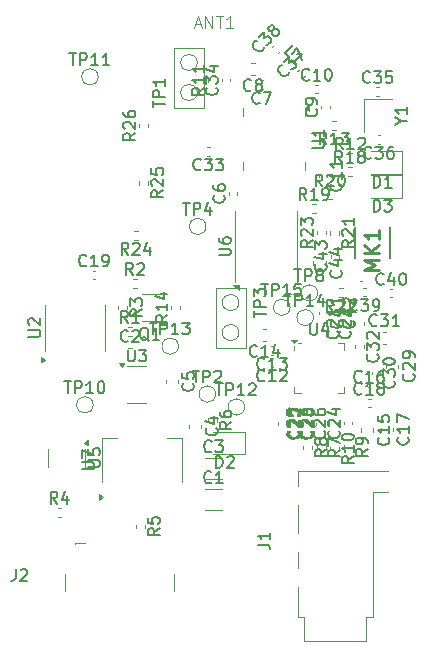
<source format=gto>
%TF.GenerationSoftware,KiCad,Pcbnew,9.0.0*%
%TF.CreationDate,2025-02-25T22:38:48+02:00*%
%TF.ProjectId,bluetooth-audio,626c7565-746f-46f7-9468-2d617564696f,rev?*%
%TF.SameCoordinates,Original*%
%TF.FileFunction,Legend,Top*%
%TF.FilePolarity,Positive*%
%FSLAX45Y45*%
G04 Gerber Fmt 4.5, Leading zero omitted, Abs format (unit mm)*
G04 Created by KiCad (PCBNEW 9.0.0) date 2025-02-25 22:38:48*
%MOMM*%
%LPD*%
G01*
G04 APERTURE LIST*
%ADD10C,0.150000*%
%ADD11C,0.254000*%
%ADD12C,0.100000*%
%ADD13C,0.120000*%
%ADD14C,0.200000*%
G04 APERTURE END LIST*
D10*
X17209958Y-9308286D02*
X17214720Y-9313048D01*
X17214720Y-9313048D02*
X17219482Y-9327333D01*
X17219482Y-9327333D02*
X17219482Y-9336857D01*
X17219482Y-9336857D02*
X17214720Y-9351143D01*
X17214720Y-9351143D02*
X17205196Y-9360667D01*
X17205196Y-9360667D02*
X17195672Y-9365429D01*
X17195672Y-9365429D02*
X17176625Y-9370190D01*
X17176625Y-9370190D02*
X17162339Y-9370190D01*
X17162339Y-9370190D02*
X17143291Y-9365429D01*
X17143291Y-9365429D02*
X17133768Y-9360667D01*
X17133768Y-9360667D02*
X17124244Y-9351143D01*
X17124244Y-9351143D02*
X17119482Y-9336857D01*
X17119482Y-9336857D02*
X17119482Y-9327333D01*
X17119482Y-9327333D02*
X17124244Y-9313048D01*
X17124244Y-9313048D02*
X17129006Y-9308286D01*
X17152815Y-9222571D02*
X17219482Y-9222571D01*
X17114720Y-9246381D02*
X17186149Y-9270190D01*
X17186149Y-9270190D02*
X17186149Y-9208286D01*
X17152815Y-9127333D02*
X17219482Y-9127333D01*
X17114720Y-9151143D02*
X17186149Y-9174952D01*
X17186149Y-9174952D02*
X17186149Y-9113048D01*
X16219958Y-8672667D02*
X16224720Y-8677429D01*
X16224720Y-8677429D02*
X16229482Y-8691714D01*
X16229482Y-8691714D02*
X16229482Y-8701238D01*
X16229482Y-8701238D02*
X16224720Y-8715524D01*
X16224720Y-8715524D02*
X16215196Y-8725048D01*
X16215196Y-8725048D02*
X16205672Y-8729809D01*
X16205672Y-8729809D02*
X16186625Y-8734571D01*
X16186625Y-8734571D02*
X16172339Y-8734571D01*
X16172339Y-8734571D02*
X16153291Y-8729809D01*
X16153291Y-8729809D02*
X16143768Y-8725048D01*
X16143768Y-8725048D02*
X16134244Y-8715524D01*
X16134244Y-8715524D02*
X16129482Y-8701238D01*
X16129482Y-8701238D02*
X16129482Y-8691714D01*
X16129482Y-8691714D02*
X16134244Y-8677429D01*
X16134244Y-8677429D02*
X16139006Y-8672667D01*
X16129482Y-8586952D02*
X16129482Y-8606000D01*
X16129482Y-8606000D02*
X16134244Y-8615524D01*
X16134244Y-8615524D02*
X16139006Y-8620286D01*
X16139006Y-8620286D02*
X16153291Y-8629809D01*
X16153291Y-8629809D02*
X16172339Y-8634571D01*
X16172339Y-8634571D02*
X16210434Y-8634571D01*
X16210434Y-8634571D02*
X16219958Y-8629809D01*
X16219958Y-8629809D02*
X16224720Y-8625048D01*
X16224720Y-8625048D02*
X16229482Y-8615524D01*
X16229482Y-8615524D02*
X16229482Y-8596476D01*
X16229482Y-8596476D02*
X16224720Y-8586952D01*
X16224720Y-8586952D02*
X16219958Y-8582190D01*
X16219958Y-8582190D02*
X16210434Y-8577429D01*
X16210434Y-8577429D02*
X16186625Y-8577429D01*
X16186625Y-8577429D02*
X16177101Y-8582190D01*
X16177101Y-8582190D02*
X16172339Y-8586952D01*
X16172339Y-8586952D02*
X16167577Y-8596476D01*
X16167577Y-8596476D02*
X16167577Y-8615524D01*
X16167577Y-8615524D02*
X16172339Y-8625048D01*
X16172339Y-8625048D02*
X16177101Y-8629809D01*
X16177101Y-8629809D02*
X16186625Y-8634571D01*
X15676482Y-11491667D02*
X15628863Y-11525000D01*
X15676482Y-11548809D02*
X15576482Y-11548809D01*
X15576482Y-11548809D02*
X15576482Y-11510714D01*
X15576482Y-11510714D02*
X15581244Y-11501190D01*
X15581244Y-11501190D02*
X15586006Y-11496428D01*
X15586006Y-11496428D02*
X15595529Y-11491667D01*
X15595529Y-11491667D02*
X15609815Y-11491667D01*
X15609815Y-11491667D02*
X15619339Y-11496428D01*
X15619339Y-11496428D02*
X15624101Y-11501190D01*
X15624101Y-11501190D02*
X15628863Y-11510714D01*
X15628863Y-11510714D02*
X15628863Y-11548809D01*
X15576482Y-11401190D02*
X15576482Y-11448809D01*
X15576482Y-11448809D02*
X15624101Y-11453571D01*
X15624101Y-11453571D02*
X15619339Y-11448809D01*
X15619339Y-11448809D02*
X15614577Y-11439286D01*
X15614577Y-11439286D02*
X15614577Y-11415476D01*
X15614577Y-11415476D02*
X15619339Y-11405952D01*
X15619339Y-11405952D02*
X15624101Y-11401190D01*
X15624101Y-11401190D02*
X15633625Y-11396428D01*
X15633625Y-11396428D02*
X15657434Y-11396428D01*
X15657434Y-11396428D02*
X15666958Y-11401190D01*
X15666958Y-11401190D02*
X15671720Y-11405952D01*
X15671720Y-11405952D02*
X15676482Y-11415476D01*
X15676482Y-11415476D02*
X15676482Y-11439286D01*
X15676482Y-11439286D02*
X15671720Y-11448809D01*
X15671720Y-11448809D02*
X15666958Y-11453571D01*
X16055482Y-7761286D02*
X16007863Y-7794619D01*
X16055482Y-7818428D02*
X15955482Y-7818428D01*
X15955482Y-7818428D02*
X15955482Y-7780333D01*
X15955482Y-7780333D02*
X15960244Y-7770809D01*
X15960244Y-7770809D02*
X15965006Y-7766047D01*
X15965006Y-7766047D02*
X15974529Y-7761286D01*
X15974529Y-7761286D02*
X15988815Y-7761286D01*
X15988815Y-7761286D02*
X15998339Y-7766047D01*
X15998339Y-7766047D02*
X16003101Y-7770809D01*
X16003101Y-7770809D02*
X16007863Y-7780333D01*
X16007863Y-7780333D02*
X16007863Y-7818428D01*
X16055482Y-7666047D02*
X16055482Y-7723190D01*
X16055482Y-7694619D02*
X15955482Y-7694619D01*
X15955482Y-7694619D02*
X15969768Y-7704143D01*
X15969768Y-7704143D02*
X15979291Y-7713666D01*
X15979291Y-7713666D02*
X15984053Y-7723190D01*
X16055482Y-7570809D02*
X16055482Y-7627952D01*
X16055482Y-7599381D02*
X15955482Y-7599381D01*
X15955482Y-7599381D02*
X15969768Y-7608905D01*
X15969768Y-7608905D02*
X15979291Y-7618428D01*
X15979291Y-7618428D02*
X15984053Y-7627952D01*
X14811703Y-11281982D02*
X14778370Y-11234363D01*
X14754561Y-11281982D02*
X14754561Y-11181982D01*
X14754561Y-11181982D02*
X14792656Y-11181982D01*
X14792656Y-11181982D02*
X14802180Y-11186744D01*
X14802180Y-11186744D02*
X14806941Y-11191506D01*
X14806941Y-11191506D02*
X14811703Y-11201029D01*
X14811703Y-11201029D02*
X14811703Y-11215315D01*
X14811703Y-11215315D02*
X14806941Y-11224839D01*
X14806941Y-11224839D02*
X14802180Y-11229601D01*
X14802180Y-11229601D02*
X14792656Y-11234363D01*
X14792656Y-11234363D02*
X14754561Y-11234363D01*
X14897418Y-11215315D02*
X14897418Y-11281982D01*
X14873608Y-11177220D02*
X14849799Y-11248648D01*
X14849799Y-11248648D02*
X14911703Y-11248648D01*
X15451953Y-9345357D02*
X15418620Y-9297738D01*
X15394810Y-9345357D02*
X15394810Y-9245357D01*
X15394810Y-9245357D02*
X15432906Y-9245357D01*
X15432906Y-9245357D02*
X15442429Y-9250119D01*
X15442429Y-9250119D02*
X15447191Y-9254881D01*
X15447191Y-9254881D02*
X15451953Y-9264405D01*
X15451953Y-9264405D02*
X15451953Y-9278690D01*
X15451953Y-9278690D02*
X15447191Y-9288214D01*
X15447191Y-9288214D02*
X15442429Y-9292976D01*
X15442429Y-9292976D02*
X15432906Y-9297738D01*
X15432906Y-9297738D02*
X15394810Y-9297738D01*
X15490049Y-9254881D02*
X15494810Y-9250119D01*
X15494810Y-9250119D02*
X15504334Y-9245357D01*
X15504334Y-9245357D02*
X15528144Y-9245357D01*
X15528144Y-9245357D02*
X15537668Y-9250119D01*
X15537668Y-9250119D02*
X15542429Y-9254881D01*
X15542429Y-9254881D02*
X15547191Y-9264405D01*
X15547191Y-9264405D02*
X15547191Y-9273928D01*
X15547191Y-9273928D02*
X15542429Y-9288214D01*
X15542429Y-9288214D02*
X15485287Y-9345357D01*
X15485287Y-9345357D02*
X15547191Y-9345357D01*
X17288183Y-9821510D02*
X17292945Y-9826272D01*
X17292945Y-9826272D02*
X17297706Y-9840558D01*
X17297706Y-9840558D02*
X17297706Y-9850081D01*
X17297706Y-9850081D02*
X17292945Y-9864367D01*
X17292945Y-9864367D02*
X17283421Y-9873891D01*
X17283421Y-9873891D02*
X17273897Y-9878653D01*
X17273897Y-9878653D02*
X17254849Y-9883415D01*
X17254849Y-9883415D02*
X17240564Y-9883415D01*
X17240564Y-9883415D02*
X17221516Y-9878653D01*
X17221516Y-9878653D02*
X17211992Y-9873891D01*
X17211992Y-9873891D02*
X17202468Y-9864367D01*
X17202468Y-9864367D02*
X17197706Y-9850081D01*
X17197706Y-9850081D02*
X17197706Y-9840558D01*
X17197706Y-9840558D02*
X17202468Y-9826272D01*
X17202468Y-9826272D02*
X17207230Y-9821510D01*
X17207230Y-9783415D02*
X17202468Y-9778653D01*
X17202468Y-9778653D02*
X17197706Y-9769129D01*
X17197706Y-9769129D02*
X17197706Y-9745320D01*
X17197706Y-9745320D02*
X17202468Y-9735796D01*
X17202468Y-9735796D02*
X17207230Y-9731034D01*
X17207230Y-9731034D02*
X17216754Y-9726272D01*
X17216754Y-9726272D02*
X17226278Y-9726272D01*
X17226278Y-9726272D02*
X17240564Y-9731034D01*
X17240564Y-9731034D02*
X17297706Y-9788177D01*
X17297706Y-9788177D02*
X17297706Y-9726272D01*
X17207230Y-9688177D02*
X17202468Y-9683415D01*
X17202468Y-9683415D02*
X17197706Y-9673891D01*
X17197706Y-9673891D02*
X17197706Y-9650081D01*
X17197706Y-9650081D02*
X17202468Y-9640558D01*
X17202468Y-9640558D02*
X17207230Y-9635796D01*
X17207230Y-9635796D02*
X17216754Y-9631034D01*
X17216754Y-9631034D02*
X17226278Y-9631034D01*
X17226278Y-9631034D02*
X17240564Y-9635796D01*
X17240564Y-9635796D02*
X17297706Y-9692939D01*
X17297706Y-9692939D02*
X17297706Y-9631034D01*
X16509706Y-11628558D02*
X16581135Y-11628558D01*
X16581135Y-11628558D02*
X16595420Y-11633320D01*
X16595420Y-11633320D02*
X16604944Y-11642843D01*
X16604944Y-11642843D02*
X16609706Y-11657129D01*
X16609706Y-11657129D02*
X16609706Y-11666653D01*
X16609706Y-11528558D02*
X16609706Y-11585700D01*
X16609706Y-11557129D02*
X16509706Y-11557129D01*
X16509706Y-11557129D02*
X16523992Y-11566653D01*
X16523992Y-11566653D02*
X16533516Y-11576177D01*
X16533516Y-11576177D02*
X16538278Y-11585700D01*
X15621482Y-7928190D02*
X15621482Y-7871048D01*
X15721482Y-7899619D02*
X15621482Y-7899619D01*
X15721482Y-7837714D02*
X15621482Y-7837714D01*
X15621482Y-7837714D02*
X15621482Y-7799619D01*
X15621482Y-7799619D02*
X15626244Y-7790095D01*
X15626244Y-7790095D02*
X15631006Y-7785333D01*
X15631006Y-7785333D02*
X15640529Y-7780571D01*
X15640529Y-7780571D02*
X15654815Y-7780571D01*
X15654815Y-7780571D02*
X15664339Y-7785333D01*
X15664339Y-7785333D02*
X15669101Y-7790095D01*
X15669101Y-7790095D02*
X15673863Y-7799619D01*
X15673863Y-7799619D02*
X15673863Y-7837714D01*
X15721482Y-7685333D02*
X15721482Y-7742476D01*
X15721482Y-7713905D02*
X15621482Y-7713905D01*
X15621482Y-7713905D02*
X15635768Y-7723428D01*
X15635768Y-7723428D02*
X15645291Y-7732952D01*
X15645291Y-7732952D02*
X15650053Y-7742476D01*
X17778182Y-10720510D02*
X17782944Y-10725272D01*
X17782944Y-10725272D02*
X17787706Y-10739558D01*
X17787706Y-10739558D02*
X17787706Y-10749082D01*
X17787706Y-10749082D02*
X17782944Y-10763367D01*
X17782944Y-10763367D02*
X17773421Y-10772891D01*
X17773421Y-10772891D02*
X17763897Y-10777653D01*
X17763897Y-10777653D02*
X17744849Y-10782415D01*
X17744849Y-10782415D02*
X17730563Y-10782415D01*
X17730563Y-10782415D02*
X17711516Y-10777653D01*
X17711516Y-10777653D02*
X17701992Y-10772891D01*
X17701992Y-10772891D02*
X17692468Y-10763367D01*
X17692468Y-10763367D02*
X17687706Y-10749082D01*
X17687706Y-10749082D02*
X17687706Y-10739558D01*
X17687706Y-10739558D02*
X17692468Y-10725272D01*
X17692468Y-10725272D02*
X17697230Y-10720510D01*
X17787706Y-10625272D02*
X17787706Y-10682415D01*
X17787706Y-10653843D02*
X17687706Y-10653843D01*
X17687706Y-10653843D02*
X17701992Y-10663367D01*
X17701992Y-10663367D02*
X17711516Y-10672891D01*
X17711516Y-10672891D02*
X17716278Y-10682415D01*
X17687706Y-10591939D02*
X17687706Y-10525272D01*
X17687706Y-10525272D02*
X17787706Y-10568129D01*
X16736190Y-9508682D02*
X16793333Y-9508682D01*
X16764762Y-9608682D02*
X16764762Y-9508682D01*
X16826667Y-9608682D02*
X16826667Y-9508682D01*
X16826667Y-9508682D02*
X16864762Y-9508682D01*
X16864762Y-9508682D02*
X16874286Y-9513444D01*
X16874286Y-9513444D02*
X16879048Y-9518206D01*
X16879048Y-9518206D02*
X16883810Y-9527729D01*
X16883810Y-9527729D02*
X16883810Y-9542015D01*
X16883810Y-9542015D02*
X16879048Y-9551539D01*
X16879048Y-9551539D02*
X16874286Y-9556301D01*
X16874286Y-9556301D02*
X16864762Y-9561063D01*
X16864762Y-9561063D02*
X16826667Y-9561063D01*
X16979048Y-9608682D02*
X16921905Y-9608682D01*
X16950476Y-9608682D02*
X16950476Y-9508682D01*
X16950476Y-9508682D02*
X16940952Y-9522968D01*
X16940952Y-9522968D02*
X16931429Y-9532491D01*
X16931429Y-9532491D02*
X16921905Y-9537253D01*
X17064762Y-9542015D02*
X17064762Y-9608682D01*
X17040952Y-9503920D02*
X17017143Y-9575348D01*
X17017143Y-9575348D02*
X17079048Y-9575348D01*
X16769945Y-7629859D02*
X16769945Y-7636593D01*
X16769945Y-7636593D02*
X16763210Y-7650062D01*
X16763210Y-7650062D02*
X16756476Y-7656796D01*
X16756476Y-7656796D02*
X16743007Y-7663530D01*
X16743007Y-7663530D02*
X16729539Y-7663530D01*
X16729539Y-7663530D02*
X16719437Y-7660163D01*
X16719437Y-7660163D02*
X16702601Y-7650062D01*
X16702601Y-7650062D02*
X16692500Y-7639960D01*
X16692500Y-7639960D02*
X16682398Y-7623124D01*
X16682398Y-7623124D02*
X16679031Y-7613023D01*
X16679031Y-7613023D02*
X16679031Y-7599554D01*
X16679031Y-7599554D02*
X16685765Y-7586085D01*
X16685765Y-7586085D02*
X16692500Y-7579351D01*
X16692500Y-7579351D02*
X16705969Y-7572617D01*
X16705969Y-7572617D02*
X16712703Y-7572617D01*
X16729539Y-7542312D02*
X16773312Y-7498539D01*
X16773312Y-7498539D02*
X16776679Y-7549046D01*
X16776679Y-7549046D02*
X16786781Y-7538945D01*
X16786781Y-7538945D02*
X16796882Y-7535578D01*
X16796882Y-7535578D02*
X16803617Y-7535578D01*
X16803617Y-7535578D02*
X16813718Y-7538945D01*
X16813718Y-7538945D02*
X16830554Y-7555781D01*
X16830554Y-7555781D02*
X16833921Y-7565882D01*
X16833921Y-7565882D02*
X16833921Y-7572617D01*
X16833921Y-7572617D02*
X16830554Y-7582718D01*
X16830554Y-7582718D02*
X16810351Y-7602921D01*
X16810351Y-7602921D02*
X16800250Y-7606288D01*
X16800250Y-7606288D02*
X16793515Y-7606288D01*
X16796882Y-7474969D02*
X16844023Y-7427828D01*
X16844023Y-7427828D02*
X16884429Y-7528843D01*
X16025334Y-8451833D02*
X16020572Y-8456595D01*
X16020572Y-8456595D02*
X16006287Y-8461357D01*
X16006287Y-8461357D02*
X15996763Y-8461357D01*
X15996763Y-8461357D02*
X15982477Y-8456595D01*
X15982477Y-8456595D02*
X15972953Y-8447071D01*
X15972953Y-8447071D02*
X15968191Y-8437547D01*
X15968191Y-8437547D02*
X15963429Y-8418500D01*
X15963429Y-8418500D02*
X15963429Y-8404214D01*
X15963429Y-8404214D02*
X15968191Y-8385166D01*
X15968191Y-8385166D02*
X15972953Y-8375643D01*
X15972953Y-8375643D02*
X15982477Y-8366119D01*
X15982477Y-8366119D02*
X15996763Y-8361357D01*
X15996763Y-8361357D02*
X16006287Y-8361357D01*
X16006287Y-8361357D02*
X16020572Y-8366119D01*
X16020572Y-8366119D02*
X16025334Y-8370881D01*
X16058668Y-8361357D02*
X16120572Y-8361357D01*
X16120572Y-8361357D02*
X16087239Y-8399452D01*
X16087239Y-8399452D02*
X16101525Y-8399452D01*
X16101525Y-8399452D02*
X16111048Y-8404214D01*
X16111048Y-8404214D02*
X16115810Y-8408976D01*
X16115810Y-8408976D02*
X16120572Y-8418500D01*
X16120572Y-8418500D02*
X16120572Y-8442309D01*
X16120572Y-8442309D02*
X16115810Y-8451833D01*
X16115810Y-8451833D02*
X16111048Y-8456595D01*
X16111048Y-8456595D02*
X16101525Y-8461357D01*
X16101525Y-8461357D02*
X16072953Y-8461357D01*
X16072953Y-8461357D02*
X16063429Y-8456595D01*
X16063429Y-8456595D02*
X16058668Y-8451833D01*
X16153906Y-8361357D02*
X16215810Y-8361357D01*
X16215810Y-8361357D02*
X16182477Y-8399452D01*
X16182477Y-8399452D02*
X16196763Y-8399452D01*
X16196763Y-8399452D02*
X16206287Y-8404214D01*
X16206287Y-8404214D02*
X16211048Y-8408976D01*
X16211048Y-8408976D02*
X16215810Y-8418500D01*
X16215810Y-8418500D02*
X16215810Y-8442309D01*
X16215810Y-8442309D02*
X16211048Y-8451833D01*
X16211048Y-8451833D02*
X16206287Y-8456595D01*
X16206287Y-8456595D02*
X16196763Y-8461357D01*
X16196763Y-8461357D02*
X16168191Y-8461357D01*
X16168191Y-8461357D02*
X16158668Y-8456595D01*
X16158668Y-8456595D02*
X16153906Y-8451833D01*
X15022852Y-10991065D02*
X15103804Y-10991065D01*
X15103804Y-10991065D02*
X15113328Y-10986304D01*
X15113328Y-10986304D02*
X15118090Y-10981542D01*
X15118090Y-10981542D02*
X15122852Y-10972018D01*
X15122852Y-10972018D02*
X15122852Y-10952970D01*
X15122852Y-10952970D02*
X15118090Y-10943446D01*
X15118090Y-10943446D02*
X15113328Y-10938685D01*
X15113328Y-10938685D02*
X15103804Y-10933923D01*
X15103804Y-10933923D02*
X15022852Y-10933923D01*
X15022852Y-10895827D02*
X15022852Y-10829161D01*
X15022852Y-10829161D02*
X15122852Y-10872018D01*
X17206706Y-10825891D02*
X17159087Y-10859224D01*
X17206706Y-10883034D02*
X17106706Y-10883034D01*
X17106706Y-10883034D02*
X17106706Y-10844939D01*
X17106706Y-10844939D02*
X17111468Y-10835415D01*
X17111468Y-10835415D02*
X17116230Y-10830653D01*
X17116230Y-10830653D02*
X17125754Y-10825891D01*
X17125754Y-10825891D02*
X17140040Y-10825891D01*
X17140040Y-10825891D02*
X17149563Y-10830653D01*
X17149563Y-10830653D02*
X17154325Y-10835415D01*
X17154325Y-10835415D02*
X17159087Y-10844939D01*
X17159087Y-10844939D02*
X17159087Y-10883034D01*
X17106706Y-10792558D02*
X17106706Y-10725891D01*
X17106706Y-10725891D02*
X17206706Y-10768748D01*
X17573714Y-9419958D02*
X17568952Y-9424720D01*
X17568952Y-9424720D02*
X17554667Y-9429482D01*
X17554667Y-9429482D02*
X17545143Y-9429482D01*
X17545143Y-9429482D02*
X17530857Y-9424720D01*
X17530857Y-9424720D02*
X17521333Y-9415196D01*
X17521333Y-9415196D02*
X17516571Y-9405672D01*
X17516571Y-9405672D02*
X17511810Y-9386625D01*
X17511810Y-9386625D02*
X17511810Y-9372339D01*
X17511810Y-9372339D02*
X17516571Y-9353291D01*
X17516571Y-9353291D02*
X17521333Y-9343768D01*
X17521333Y-9343768D02*
X17530857Y-9334244D01*
X17530857Y-9334244D02*
X17545143Y-9329482D01*
X17545143Y-9329482D02*
X17554667Y-9329482D01*
X17554667Y-9329482D02*
X17568952Y-9334244D01*
X17568952Y-9334244D02*
X17573714Y-9339006D01*
X17659429Y-9362815D02*
X17659429Y-9429482D01*
X17635619Y-9324720D02*
X17611810Y-9396149D01*
X17611810Y-9396149D02*
X17673714Y-9396149D01*
X17730857Y-9329482D02*
X17740381Y-9329482D01*
X17740381Y-9329482D02*
X17749905Y-9334244D01*
X17749905Y-9334244D02*
X17754667Y-9339006D01*
X17754667Y-9339006D02*
X17759429Y-9348530D01*
X17759429Y-9348530D02*
X17764190Y-9367577D01*
X17764190Y-9367577D02*
X17764190Y-9391387D01*
X17764190Y-9391387D02*
X17759429Y-9410434D01*
X17759429Y-9410434D02*
X17754667Y-9419958D01*
X17754667Y-9419958D02*
X17749905Y-9424720D01*
X17749905Y-9424720D02*
X17740381Y-9429482D01*
X17740381Y-9429482D02*
X17730857Y-9429482D01*
X17730857Y-9429482D02*
X17721333Y-9424720D01*
X17721333Y-9424720D02*
X17716571Y-9419958D01*
X17716571Y-9419958D02*
X17711810Y-9410434D01*
X17711810Y-9410434D02*
X17707048Y-9391387D01*
X17707048Y-9391387D02*
X17707048Y-9367577D01*
X17707048Y-9367577D02*
X17711810Y-9348530D01*
X17711810Y-9348530D02*
X17716571Y-9339006D01*
X17716571Y-9339006D02*
X17721333Y-9334244D01*
X17721333Y-9334244D02*
X17730857Y-9329482D01*
X17489191Y-8809482D02*
X17489191Y-8709482D01*
X17489191Y-8709482D02*
X17513000Y-8709482D01*
X17513000Y-8709482D02*
X17527286Y-8714244D01*
X17527286Y-8714244D02*
X17536810Y-8723768D01*
X17536810Y-8723768D02*
X17541571Y-8733291D01*
X17541571Y-8733291D02*
X17546333Y-8752339D01*
X17546333Y-8752339D02*
X17546333Y-8766625D01*
X17546333Y-8766625D02*
X17541571Y-8785672D01*
X17541571Y-8785672D02*
X17536810Y-8795196D01*
X17536810Y-8795196D02*
X17527286Y-8804720D01*
X17527286Y-8804720D02*
X17513000Y-8809482D01*
X17513000Y-8809482D02*
X17489191Y-8809482D01*
X17579667Y-8709482D02*
X17641571Y-8709482D01*
X17641571Y-8709482D02*
X17608238Y-8747577D01*
X17608238Y-8747577D02*
X17622524Y-8747577D01*
X17622524Y-8747577D02*
X17632048Y-8752339D01*
X17632048Y-8752339D02*
X17636810Y-8757101D01*
X17636810Y-8757101D02*
X17641571Y-8766625D01*
X17641571Y-8766625D02*
X17641571Y-8790434D01*
X17641571Y-8790434D02*
X17636810Y-8799958D01*
X17636810Y-8799958D02*
X17632048Y-8804720D01*
X17632048Y-8804720D02*
X17622524Y-8809482D01*
X17622524Y-8809482D02*
X17593952Y-8809482D01*
X17593952Y-8809482D02*
X17584429Y-8804720D01*
X17584429Y-8804720D02*
X17579667Y-8799958D01*
X17090081Y-8241102D02*
X17056748Y-8193483D01*
X17032938Y-8241102D02*
X17032938Y-8141102D01*
X17032938Y-8141102D02*
X17071033Y-8141102D01*
X17071033Y-8141102D02*
X17080557Y-8145864D01*
X17080557Y-8145864D02*
X17085319Y-8150626D01*
X17085319Y-8150626D02*
X17090081Y-8160150D01*
X17090081Y-8160150D02*
X17090081Y-8174435D01*
X17090081Y-8174435D02*
X17085319Y-8183959D01*
X17085319Y-8183959D02*
X17080557Y-8188721D01*
X17080557Y-8188721D02*
X17071033Y-8193483D01*
X17071033Y-8193483D02*
X17032938Y-8193483D01*
X17185319Y-8241102D02*
X17128176Y-8241102D01*
X17156748Y-8241102D02*
X17156748Y-8141102D01*
X17156748Y-8141102D02*
X17147224Y-8155388D01*
X17147224Y-8155388D02*
X17137700Y-8164912D01*
X17137700Y-8164912D02*
X17128176Y-8169674D01*
X17218652Y-8141102D02*
X17280557Y-8141102D01*
X17280557Y-8141102D02*
X17247224Y-8179197D01*
X17247224Y-8179197D02*
X17261510Y-8179197D01*
X17261510Y-8179197D02*
X17271033Y-8183959D01*
X17271033Y-8183959D02*
X17275795Y-8188721D01*
X17275795Y-8188721D02*
X17280557Y-8198245D01*
X17280557Y-8198245D02*
X17280557Y-8222054D01*
X17280557Y-8222054D02*
X17275795Y-8231578D01*
X17275795Y-8231578D02*
X17271033Y-8236340D01*
X17271033Y-8236340D02*
X17261510Y-8241102D01*
X17261510Y-8241102D02*
X17232938Y-8241102D01*
X17232938Y-8241102D02*
X17223414Y-8236340D01*
X17223414Y-8236340D02*
X17218652Y-8231578D01*
X16972182Y-10667510D02*
X16976944Y-10672272D01*
X16976944Y-10672272D02*
X16981706Y-10686558D01*
X16981706Y-10686558D02*
X16981706Y-10696082D01*
X16981706Y-10696082D02*
X16976944Y-10710367D01*
X16976944Y-10710367D02*
X16967421Y-10719891D01*
X16967421Y-10719891D02*
X16957897Y-10724653D01*
X16957897Y-10724653D02*
X16938849Y-10729415D01*
X16938849Y-10729415D02*
X16924563Y-10729415D01*
X16924563Y-10729415D02*
X16905516Y-10724653D01*
X16905516Y-10724653D02*
X16895992Y-10719891D01*
X16895992Y-10719891D02*
X16886468Y-10710367D01*
X16886468Y-10710367D02*
X16881706Y-10696082D01*
X16881706Y-10696082D02*
X16881706Y-10686558D01*
X16881706Y-10686558D02*
X16886468Y-10672272D01*
X16886468Y-10672272D02*
X16891230Y-10667510D01*
X16891230Y-10629415D02*
X16886468Y-10624653D01*
X16886468Y-10624653D02*
X16881706Y-10615129D01*
X16881706Y-10615129D02*
X16881706Y-10591320D01*
X16881706Y-10591320D02*
X16886468Y-10581796D01*
X16886468Y-10581796D02*
X16891230Y-10577034D01*
X16891230Y-10577034D02*
X16900754Y-10572272D01*
X16900754Y-10572272D02*
X16910278Y-10572272D01*
X16910278Y-10572272D02*
X16924563Y-10577034D01*
X16924563Y-10577034D02*
X16981706Y-10634177D01*
X16981706Y-10634177D02*
X16981706Y-10572272D01*
X16924563Y-10515129D02*
X16919802Y-10524653D01*
X16919802Y-10524653D02*
X16915040Y-10529415D01*
X16915040Y-10529415D02*
X16905516Y-10534177D01*
X16905516Y-10534177D02*
X16900754Y-10534177D01*
X16900754Y-10534177D02*
X16891230Y-10529415D01*
X16891230Y-10529415D02*
X16886468Y-10524653D01*
X16886468Y-10524653D02*
X16881706Y-10515129D01*
X16881706Y-10515129D02*
X16881706Y-10496082D01*
X16881706Y-10496082D02*
X16886468Y-10486558D01*
X16886468Y-10486558D02*
X16891230Y-10481796D01*
X16891230Y-10481796D02*
X16900754Y-10477034D01*
X16900754Y-10477034D02*
X16905516Y-10477034D01*
X16905516Y-10477034D02*
X16915040Y-10481796D01*
X16915040Y-10481796D02*
X16919802Y-10486558D01*
X16919802Y-10486558D02*
X16924563Y-10496082D01*
X16924563Y-10496082D02*
X16924563Y-10515129D01*
X16924563Y-10515129D02*
X16929325Y-10524653D01*
X16929325Y-10524653D02*
X16934087Y-10529415D01*
X16934087Y-10529415D02*
X16943611Y-10534177D01*
X16943611Y-10534177D02*
X16962659Y-10534177D01*
X16962659Y-10534177D02*
X16972182Y-10529415D01*
X16972182Y-10529415D02*
X16976944Y-10524653D01*
X16976944Y-10524653D02*
X16981706Y-10515129D01*
X16981706Y-10515129D02*
X16981706Y-10496082D01*
X16981706Y-10496082D02*
X16976944Y-10486558D01*
X16976944Y-10486558D02*
X16972182Y-10481796D01*
X16972182Y-10481796D02*
X16962659Y-10477034D01*
X16962659Y-10477034D02*
X16943611Y-10477034D01*
X16943611Y-10477034D02*
X16934087Y-10481796D01*
X16934087Y-10481796D02*
X16929325Y-10486558D01*
X16929325Y-10486558D02*
X16924563Y-10496082D01*
X17080958Y-9253286D02*
X17085720Y-9258048D01*
X17085720Y-9258048D02*
X17090482Y-9272333D01*
X17090482Y-9272333D02*
X17090482Y-9281857D01*
X17090482Y-9281857D02*
X17085720Y-9296143D01*
X17085720Y-9296143D02*
X17076196Y-9305667D01*
X17076196Y-9305667D02*
X17066672Y-9310429D01*
X17066672Y-9310429D02*
X17047625Y-9315190D01*
X17047625Y-9315190D02*
X17033339Y-9315190D01*
X17033339Y-9315190D02*
X17014291Y-9310429D01*
X17014291Y-9310429D02*
X17004768Y-9305667D01*
X17004768Y-9305667D02*
X16995244Y-9296143D01*
X16995244Y-9296143D02*
X16990482Y-9281857D01*
X16990482Y-9281857D02*
X16990482Y-9272333D01*
X16990482Y-9272333D02*
X16995244Y-9258048D01*
X16995244Y-9258048D02*
X17000006Y-9253286D01*
X17023815Y-9167571D02*
X17090482Y-9167571D01*
X16985720Y-9191381D02*
X17057149Y-9215190D01*
X17057149Y-9215190D02*
X17057149Y-9153286D01*
X16990482Y-9124714D02*
X16990482Y-9062810D01*
X16990482Y-9062810D02*
X17028577Y-9096143D01*
X17028577Y-9096143D02*
X17028577Y-9081857D01*
X17028577Y-9081857D02*
X17033339Y-9072333D01*
X17033339Y-9072333D02*
X17038101Y-9067571D01*
X17038101Y-9067571D02*
X17047625Y-9062810D01*
X17047625Y-9062810D02*
X17071434Y-9062810D01*
X17071434Y-9062810D02*
X17080958Y-9067571D01*
X17080958Y-9067571D02*
X17085720Y-9072333D01*
X17085720Y-9072333D02*
X17090482Y-9081857D01*
X17090482Y-9081857D02*
X17090482Y-9110429D01*
X17090482Y-9110429D02*
X17085720Y-9119952D01*
X17085720Y-9119952D02*
X17080958Y-9124714D01*
X16943003Y-7690280D02*
X16938241Y-7695042D01*
X16938241Y-7695042D02*
X16923955Y-7699804D01*
X16923955Y-7699804D02*
X16914431Y-7699804D01*
X16914431Y-7699804D02*
X16900146Y-7695042D01*
X16900146Y-7695042D02*
X16890622Y-7685518D01*
X16890622Y-7685518D02*
X16885860Y-7675994D01*
X16885860Y-7675994D02*
X16881098Y-7656946D01*
X16881098Y-7656946D02*
X16881098Y-7642661D01*
X16881098Y-7642661D02*
X16885860Y-7623613D01*
X16885860Y-7623613D02*
X16890622Y-7614089D01*
X16890622Y-7614089D02*
X16900146Y-7604565D01*
X16900146Y-7604565D02*
X16914431Y-7599804D01*
X16914431Y-7599804D02*
X16923955Y-7599804D01*
X16923955Y-7599804D02*
X16938241Y-7604565D01*
X16938241Y-7604565D02*
X16943003Y-7609327D01*
X17038241Y-7699804D02*
X16981098Y-7699804D01*
X17009669Y-7699804D02*
X17009669Y-7599804D01*
X17009669Y-7599804D02*
X17000146Y-7614089D01*
X17000146Y-7614089D02*
X16990622Y-7623613D01*
X16990622Y-7623613D02*
X16981098Y-7628375D01*
X17100146Y-7599804D02*
X17109669Y-7599804D01*
X17109669Y-7599804D02*
X17119193Y-7604565D01*
X17119193Y-7604565D02*
X17123955Y-7609327D01*
X17123955Y-7609327D02*
X17128717Y-7618851D01*
X17128717Y-7618851D02*
X17133479Y-7637899D01*
X17133479Y-7637899D02*
X17133479Y-7661708D01*
X17133479Y-7661708D02*
X17128717Y-7680756D01*
X17128717Y-7680756D02*
X17123955Y-7690280D01*
X17123955Y-7690280D02*
X17119193Y-7695042D01*
X17119193Y-7695042D02*
X17109669Y-7699804D01*
X17109669Y-7699804D02*
X17100146Y-7699804D01*
X17100146Y-7699804D02*
X17090622Y-7695042D01*
X17090622Y-7695042D02*
X17085860Y-7690280D01*
X17085860Y-7690280D02*
X17081098Y-7680756D01*
X17081098Y-7680756D02*
X17076336Y-7661708D01*
X17076336Y-7661708D02*
X17076336Y-7637899D01*
X17076336Y-7637899D02*
X17081098Y-7618851D01*
X17081098Y-7618851D02*
X17085860Y-7609327D01*
X17085860Y-7609327D02*
X17090622Y-7604565D01*
X17090622Y-7604565D02*
X17100146Y-7599804D01*
X17323482Y-9054286D02*
X17275863Y-9087619D01*
X17323482Y-9111429D02*
X17223482Y-9111429D01*
X17223482Y-9111429D02*
X17223482Y-9073333D01*
X17223482Y-9073333D02*
X17228244Y-9063810D01*
X17228244Y-9063810D02*
X17233006Y-9059048D01*
X17233006Y-9059048D02*
X17242530Y-9054286D01*
X17242530Y-9054286D02*
X17256815Y-9054286D01*
X17256815Y-9054286D02*
X17266339Y-9059048D01*
X17266339Y-9059048D02*
X17271101Y-9063810D01*
X17271101Y-9063810D02*
X17275863Y-9073333D01*
X17275863Y-9073333D02*
X17275863Y-9111429D01*
X17233006Y-9016190D02*
X17228244Y-9011429D01*
X17228244Y-9011429D02*
X17223482Y-9001905D01*
X17223482Y-9001905D02*
X17223482Y-8978095D01*
X17223482Y-8978095D02*
X17228244Y-8968571D01*
X17228244Y-8968571D02*
X17233006Y-8963810D01*
X17233006Y-8963810D02*
X17242530Y-8959048D01*
X17242530Y-8959048D02*
X17252053Y-8959048D01*
X17252053Y-8959048D02*
X17266339Y-8963810D01*
X17266339Y-8963810D02*
X17323482Y-9020952D01*
X17323482Y-9020952D02*
X17323482Y-8959048D01*
X17323482Y-8863810D02*
X17323482Y-8920952D01*
X17323482Y-8892381D02*
X17223482Y-8892381D01*
X17223482Y-8892381D02*
X17237768Y-8901905D01*
X17237768Y-8901905D02*
X17247291Y-8911429D01*
X17247291Y-8911429D02*
X17252053Y-8920952D01*
X16818810Y-9299682D02*
X16875952Y-9299682D01*
X16847381Y-9399682D02*
X16847381Y-9299682D01*
X16909286Y-9399682D02*
X16909286Y-9299682D01*
X16909286Y-9299682D02*
X16947381Y-9299682D01*
X16947381Y-9299682D02*
X16956905Y-9304444D01*
X16956905Y-9304444D02*
X16961667Y-9309206D01*
X16961667Y-9309206D02*
X16966429Y-9318730D01*
X16966429Y-9318730D02*
X16966429Y-9333015D01*
X16966429Y-9333015D02*
X16961667Y-9342539D01*
X16961667Y-9342539D02*
X16956905Y-9347301D01*
X16956905Y-9347301D02*
X16947381Y-9352063D01*
X16947381Y-9352063D02*
X16909286Y-9352063D01*
X17023571Y-9342539D02*
X17014048Y-9337777D01*
X17014048Y-9337777D02*
X17009286Y-9333015D01*
X17009286Y-9333015D02*
X17004524Y-9323491D01*
X17004524Y-9323491D02*
X17004524Y-9318730D01*
X17004524Y-9318730D02*
X17009286Y-9309206D01*
X17009286Y-9309206D02*
X17014048Y-9304444D01*
X17014048Y-9304444D02*
X17023571Y-9299682D01*
X17023571Y-9299682D02*
X17042619Y-9299682D01*
X17042619Y-9299682D02*
X17052143Y-9304444D01*
X17052143Y-9304444D02*
X17056905Y-9309206D01*
X17056905Y-9309206D02*
X17061667Y-9318730D01*
X17061667Y-9318730D02*
X17061667Y-9323491D01*
X17061667Y-9323491D02*
X17056905Y-9333015D01*
X17056905Y-9333015D02*
X17052143Y-9337777D01*
X17052143Y-9337777D02*
X17042619Y-9342539D01*
X17042619Y-9342539D02*
X17023571Y-9342539D01*
X17023571Y-9342539D02*
X17014048Y-9347301D01*
X17014048Y-9347301D02*
X17009286Y-9352063D01*
X17009286Y-9352063D02*
X17004524Y-9361587D01*
X17004524Y-9361587D02*
X17004524Y-9380634D01*
X17004524Y-9380634D02*
X17009286Y-9390158D01*
X17009286Y-9390158D02*
X17014048Y-9394920D01*
X17014048Y-9394920D02*
X17023571Y-9399682D01*
X17023571Y-9399682D02*
X17042619Y-9399682D01*
X17042619Y-9399682D02*
X17052143Y-9394920D01*
X17052143Y-9394920D02*
X17056905Y-9390158D01*
X17056905Y-9390158D02*
X17061667Y-9380634D01*
X17061667Y-9380634D02*
X17061667Y-9361587D01*
X17061667Y-9361587D02*
X17056905Y-9352063D01*
X17056905Y-9352063D02*
X17052143Y-9347301D01*
X17052143Y-9347301D02*
X17042619Y-9342539D01*
X15058334Y-9264833D02*
X15053572Y-9269595D01*
X15053572Y-9269595D02*
X15039287Y-9274357D01*
X15039287Y-9274357D02*
X15029763Y-9274357D01*
X15029763Y-9274357D02*
X15015477Y-9269595D01*
X15015477Y-9269595D02*
X15005953Y-9260071D01*
X15005953Y-9260071D02*
X15001191Y-9250547D01*
X15001191Y-9250547D02*
X14996429Y-9231500D01*
X14996429Y-9231500D02*
X14996429Y-9217214D01*
X14996429Y-9217214D02*
X15001191Y-9198166D01*
X15001191Y-9198166D02*
X15005953Y-9188643D01*
X15005953Y-9188643D02*
X15015477Y-9179119D01*
X15015477Y-9179119D02*
X15029763Y-9174357D01*
X15029763Y-9174357D02*
X15039287Y-9174357D01*
X15039287Y-9174357D02*
X15053572Y-9179119D01*
X15053572Y-9179119D02*
X15058334Y-9183881D01*
X15153572Y-9274357D02*
X15096429Y-9274357D01*
X15125001Y-9274357D02*
X15125001Y-9174357D01*
X15125001Y-9174357D02*
X15115477Y-9188643D01*
X15115477Y-9188643D02*
X15105953Y-9198166D01*
X15105953Y-9198166D02*
X15096429Y-9202928D01*
X15201191Y-9274357D02*
X15220239Y-9274357D01*
X15220239Y-9274357D02*
X15229763Y-9269595D01*
X15229763Y-9269595D02*
X15234525Y-9264833D01*
X15234525Y-9264833D02*
X15244048Y-9250547D01*
X15244048Y-9250547D02*
X15248810Y-9231500D01*
X15248810Y-9231500D02*
X15248810Y-9193405D01*
X15248810Y-9193405D02*
X15244048Y-9183881D01*
X15244048Y-9183881D02*
X15239287Y-9179119D01*
X15239287Y-9179119D02*
X15229763Y-9174357D01*
X15229763Y-9174357D02*
X15210715Y-9174357D01*
X15210715Y-9174357D02*
X15201191Y-9179119D01*
X15201191Y-9179119D02*
X15196429Y-9183881D01*
X15196429Y-9183881D02*
X15191668Y-9193405D01*
X15191668Y-9193405D02*
X15191668Y-9217214D01*
X15191668Y-9217214D02*
X15196429Y-9226738D01*
X15196429Y-9226738D02*
X15201191Y-9231500D01*
X15201191Y-9231500D02*
X15210715Y-9236262D01*
X15210715Y-9236262D02*
X15229763Y-9236262D01*
X15229763Y-9236262D02*
X15239287Y-9231500D01*
X15239287Y-9231500D02*
X15244048Y-9226738D01*
X15244048Y-9226738D02*
X15248810Y-9217214D01*
X16538190Y-9420682D02*
X16595333Y-9420682D01*
X16566762Y-9520682D02*
X16566762Y-9420682D01*
X16628667Y-9520682D02*
X16628667Y-9420682D01*
X16628667Y-9420682D02*
X16666762Y-9420682D01*
X16666762Y-9420682D02*
X16676286Y-9425444D01*
X16676286Y-9425444D02*
X16681048Y-9430206D01*
X16681048Y-9430206D02*
X16685809Y-9439730D01*
X16685809Y-9439730D02*
X16685809Y-9454015D01*
X16685809Y-9454015D02*
X16681048Y-9463539D01*
X16681048Y-9463539D02*
X16676286Y-9468301D01*
X16676286Y-9468301D02*
X16666762Y-9473063D01*
X16666762Y-9473063D02*
X16628667Y-9473063D01*
X16781048Y-9520682D02*
X16723905Y-9520682D01*
X16752476Y-9520682D02*
X16752476Y-9420682D01*
X16752476Y-9420682D02*
X16742952Y-9434968D01*
X16742952Y-9434968D02*
X16733429Y-9444491D01*
X16733429Y-9444491D02*
X16723905Y-9449253D01*
X16871524Y-9420682D02*
X16823905Y-9420682D01*
X16823905Y-9420682D02*
X16819143Y-9468301D01*
X16819143Y-9468301D02*
X16823905Y-9463539D01*
X16823905Y-9463539D02*
X16833429Y-9458777D01*
X16833429Y-9458777D02*
X16857238Y-9458777D01*
X16857238Y-9458777D02*
X16866762Y-9463539D01*
X16866762Y-9463539D02*
X16871524Y-9468301D01*
X16871524Y-9468301D02*
X16876286Y-9477825D01*
X16876286Y-9477825D02*
X16876286Y-9501634D01*
X16876286Y-9501634D02*
X16871524Y-9511158D01*
X16871524Y-9511158D02*
X16866762Y-9515920D01*
X16866762Y-9515920D02*
X16857238Y-9520682D01*
X16857238Y-9520682D02*
X16833429Y-9520682D01*
X16833429Y-9520682D02*
X16823905Y-9515920D01*
X16823905Y-9515920D02*
X16819143Y-9511158D01*
X17347714Y-9641958D02*
X17342952Y-9646720D01*
X17342952Y-9646720D02*
X17328667Y-9651482D01*
X17328667Y-9651482D02*
X17319143Y-9651482D01*
X17319143Y-9651482D02*
X17304857Y-9646720D01*
X17304857Y-9646720D02*
X17295333Y-9637196D01*
X17295333Y-9637196D02*
X17290571Y-9627672D01*
X17290571Y-9627672D02*
X17285810Y-9608625D01*
X17285810Y-9608625D02*
X17285810Y-9594339D01*
X17285810Y-9594339D02*
X17290571Y-9575291D01*
X17290571Y-9575291D02*
X17295333Y-9565768D01*
X17295333Y-9565768D02*
X17304857Y-9556244D01*
X17304857Y-9556244D02*
X17319143Y-9551482D01*
X17319143Y-9551482D02*
X17328667Y-9551482D01*
X17328667Y-9551482D02*
X17342952Y-9556244D01*
X17342952Y-9556244D02*
X17347714Y-9561006D01*
X17381048Y-9551482D02*
X17442952Y-9551482D01*
X17442952Y-9551482D02*
X17409619Y-9589577D01*
X17409619Y-9589577D02*
X17423905Y-9589577D01*
X17423905Y-9589577D02*
X17433429Y-9594339D01*
X17433429Y-9594339D02*
X17438190Y-9599101D01*
X17438190Y-9599101D02*
X17442952Y-9608625D01*
X17442952Y-9608625D02*
X17442952Y-9632434D01*
X17442952Y-9632434D02*
X17438190Y-9641958D01*
X17438190Y-9641958D02*
X17433429Y-9646720D01*
X17433429Y-9646720D02*
X17423905Y-9651482D01*
X17423905Y-9651482D02*
X17395333Y-9651482D01*
X17395333Y-9651482D02*
X17385810Y-9646720D01*
X17385810Y-9646720D02*
X17381048Y-9641958D01*
X17490571Y-9651482D02*
X17509619Y-9651482D01*
X17509619Y-9651482D02*
X17519143Y-9646720D01*
X17519143Y-9646720D02*
X17523905Y-9641958D01*
X17523905Y-9641958D02*
X17533429Y-9627672D01*
X17533429Y-9627672D02*
X17538190Y-9608625D01*
X17538190Y-9608625D02*
X17538190Y-9570530D01*
X17538190Y-9570530D02*
X17533429Y-9561006D01*
X17533429Y-9561006D02*
X17528667Y-9556244D01*
X17528667Y-9556244D02*
X17519143Y-9551482D01*
X17519143Y-9551482D02*
X17500095Y-9551482D01*
X17500095Y-9551482D02*
X17490571Y-9556244D01*
X17490571Y-9556244D02*
X17485810Y-9561006D01*
X17485810Y-9561006D02*
X17481048Y-9570530D01*
X17481048Y-9570530D02*
X17481048Y-9594339D01*
X17481048Y-9594339D02*
X17485810Y-9603863D01*
X17485810Y-9603863D02*
X17490571Y-9608625D01*
X17490571Y-9608625D02*
X17500095Y-9613387D01*
X17500095Y-9613387D02*
X17519143Y-9613387D01*
X17519143Y-9613387D02*
X17528667Y-9608625D01*
X17528667Y-9608625D02*
X17533429Y-9603863D01*
X17533429Y-9603863D02*
X17538190Y-9594339D01*
X17825958Y-10184286D02*
X17830720Y-10189048D01*
X17830720Y-10189048D02*
X17835482Y-10203333D01*
X17835482Y-10203333D02*
X17835482Y-10212857D01*
X17835482Y-10212857D02*
X17830720Y-10227143D01*
X17830720Y-10227143D02*
X17821196Y-10236667D01*
X17821196Y-10236667D02*
X17811672Y-10241429D01*
X17811672Y-10241429D02*
X17792625Y-10246190D01*
X17792625Y-10246190D02*
X17778339Y-10246190D01*
X17778339Y-10246190D02*
X17759291Y-10241429D01*
X17759291Y-10241429D02*
X17749768Y-10236667D01*
X17749768Y-10236667D02*
X17740244Y-10227143D01*
X17740244Y-10227143D02*
X17735482Y-10212857D01*
X17735482Y-10212857D02*
X17735482Y-10203333D01*
X17735482Y-10203333D02*
X17740244Y-10189048D01*
X17740244Y-10189048D02*
X17745006Y-10184286D01*
X17745006Y-10146190D02*
X17740244Y-10141429D01*
X17740244Y-10141429D02*
X17735482Y-10131905D01*
X17735482Y-10131905D02*
X17735482Y-10108095D01*
X17735482Y-10108095D02*
X17740244Y-10098571D01*
X17740244Y-10098571D02*
X17745006Y-10093810D01*
X17745006Y-10093810D02*
X17754530Y-10089048D01*
X17754530Y-10089048D02*
X17764053Y-10089048D01*
X17764053Y-10089048D02*
X17778339Y-10093810D01*
X17778339Y-10093810D02*
X17835482Y-10150952D01*
X17835482Y-10150952D02*
X17835482Y-10089048D01*
X17835482Y-10041429D02*
X17835482Y-10022381D01*
X17835482Y-10022381D02*
X17830720Y-10012857D01*
X17830720Y-10012857D02*
X17825958Y-10008095D01*
X17825958Y-10008095D02*
X17811672Y-9998571D01*
X17811672Y-9998571D02*
X17792625Y-9993810D01*
X17792625Y-9993810D02*
X17754530Y-9993810D01*
X17754530Y-9993810D02*
X17745006Y-9998571D01*
X17745006Y-9998571D02*
X17740244Y-10003333D01*
X17740244Y-10003333D02*
X17735482Y-10012857D01*
X17735482Y-10012857D02*
X17735482Y-10031905D01*
X17735482Y-10031905D02*
X17740244Y-10041429D01*
X17740244Y-10041429D02*
X17745006Y-10046190D01*
X17745006Y-10046190D02*
X17754530Y-10050952D01*
X17754530Y-10050952D02*
X17778339Y-10050952D01*
X17778339Y-10050952D02*
X17787863Y-10046190D01*
X17787863Y-10046190D02*
X17792625Y-10041429D01*
X17792625Y-10041429D02*
X17797387Y-10031905D01*
X17797387Y-10031905D02*
X17797387Y-10012857D01*
X17797387Y-10012857D02*
X17792625Y-10003333D01*
X17792625Y-10003333D02*
X17787863Y-9998571D01*
X17787863Y-9998571D02*
X17778339Y-9993810D01*
X16952810Y-9752482D02*
X16952810Y-9833434D01*
X16952810Y-9833434D02*
X16957571Y-9842958D01*
X16957571Y-9842958D02*
X16962333Y-9847720D01*
X16962333Y-9847720D02*
X16971857Y-9852482D01*
X16971857Y-9852482D02*
X16990905Y-9852482D01*
X16990905Y-9852482D02*
X17000429Y-9847720D01*
X17000429Y-9847720D02*
X17005190Y-9842958D01*
X17005190Y-9842958D02*
X17009952Y-9833434D01*
X17009952Y-9833434D02*
X17009952Y-9752482D01*
X17100429Y-9785815D02*
X17100429Y-9852482D01*
X17076619Y-9747720D02*
X17052810Y-9819149D01*
X17052810Y-9819149D02*
X17114714Y-9819149D01*
X15471482Y-8145286D02*
X15423863Y-8178619D01*
X15471482Y-8202428D02*
X15371482Y-8202428D01*
X15371482Y-8202428D02*
X15371482Y-8164333D01*
X15371482Y-8164333D02*
X15376244Y-8154809D01*
X15376244Y-8154809D02*
X15381006Y-8150048D01*
X15381006Y-8150048D02*
X15390529Y-8145286D01*
X15390529Y-8145286D02*
X15404815Y-8145286D01*
X15404815Y-8145286D02*
X15414339Y-8150048D01*
X15414339Y-8150048D02*
X15419101Y-8154809D01*
X15419101Y-8154809D02*
X15423863Y-8164333D01*
X15423863Y-8164333D02*
X15423863Y-8202428D01*
X15381006Y-8107190D02*
X15376244Y-8102428D01*
X15376244Y-8102428D02*
X15371482Y-8092905D01*
X15371482Y-8092905D02*
X15371482Y-8069095D01*
X15371482Y-8069095D02*
X15376244Y-8059571D01*
X15376244Y-8059571D02*
X15381006Y-8054809D01*
X15381006Y-8054809D02*
X15390529Y-8050048D01*
X15390529Y-8050048D02*
X15400053Y-8050048D01*
X15400053Y-8050048D02*
X15414339Y-8054809D01*
X15414339Y-8054809D02*
X15471482Y-8111952D01*
X15471482Y-8111952D02*
X15471482Y-8050048D01*
X15371482Y-7964333D02*
X15371482Y-7983381D01*
X15371482Y-7983381D02*
X15376244Y-7992905D01*
X15376244Y-7992905D02*
X15381006Y-7997667D01*
X15381006Y-7997667D02*
X15395291Y-8007190D01*
X15395291Y-8007190D02*
X15414339Y-8011952D01*
X15414339Y-8011952D02*
X15452434Y-8011952D01*
X15452434Y-8011952D02*
X15461958Y-8007190D01*
X15461958Y-8007190D02*
X15466720Y-8002428D01*
X15466720Y-8002428D02*
X15471482Y-7992905D01*
X15471482Y-7992905D02*
X15471482Y-7973857D01*
X15471482Y-7973857D02*
X15466720Y-7964333D01*
X15466720Y-7964333D02*
X15461958Y-7959571D01*
X15461958Y-7959571D02*
X15452434Y-7954809D01*
X15452434Y-7954809D02*
X15428625Y-7954809D01*
X15428625Y-7954809D02*
X15419101Y-7959571D01*
X15419101Y-7959571D02*
X15414339Y-7964333D01*
X15414339Y-7964333D02*
X15409577Y-7973857D01*
X15409577Y-7973857D02*
X15409577Y-7992905D01*
X15409577Y-7992905D02*
X15414339Y-8002428D01*
X15414339Y-8002428D02*
X15419101Y-8007190D01*
X15419101Y-8007190D02*
X15428625Y-8011952D01*
X16524476Y-7887212D02*
X16519714Y-7891974D01*
X16519714Y-7891974D02*
X16505428Y-7896736D01*
X16505428Y-7896736D02*
X16495905Y-7896736D01*
X16495905Y-7896736D02*
X16481619Y-7891974D01*
X16481619Y-7891974D02*
X16472095Y-7882450D01*
X16472095Y-7882450D02*
X16467333Y-7872926D01*
X16467333Y-7872926D02*
X16462571Y-7853878D01*
X16462571Y-7853878D02*
X16462571Y-7839593D01*
X16462571Y-7839593D02*
X16467333Y-7820545D01*
X16467333Y-7820545D02*
X16472095Y-7811021D01*
X16472095Y-7811021D02*
X16481619Y-7801497D01*
X16481619Y-7801497D02*
X16495905Y-7796736D01*
X16495905Y-7796736D02*
X16505428Y-7796736D01*
X16505428Y-7796736D02*
X16519714Y-7801497D01*
X16519714Y-7801497D02*
X16524476Y-7806259D01*
X16557809Y-7796736D02*
X16624476Y-7796736D01*
X16624476Y-7796736D02*
X16581619Y-7896736D01*
X16557886Y-7419917D02*
X16557886Y-7426652D01*
X16557886Y-7426652D02*
X16551152Y-7440121D01*
X16551152Y-7440121D02*
X16544417Y-7446855D01*
X16544417Y-7446855D02*
X16530949Y-7453589D01*
X16530949Y-7453589D02*
X16517480Y-7453589D01*
X16517480Y-7453589D02*
X16507378Y-7450222D01*
X16507378Y-7450222D02*
X16490542Y-7440121D01*
X16490542Y-7440121D02*
X16480441Y-7430019D01*
X16480441Y-7430019D02*
X16470339Y-7413183D01*
X16470339Y-7413183D02*
X16466972Y-7403082D01*
X16466972Y-7403082D02*
X16466972Y-7389613D01*
X16466972Y-7389613D02*
X16473707Y-7376144D01*
X16473707Y-7376144D02*
X16480441Y-7369410D01*
X16480441Y-7369410D02*
X16493910Y-7362676D01*
X16493910Y-7362676D02*
X16500644Y-7362676D01*
X16517480Y-7332371D02*
X16561253Y-7288598D01*
X16561253Y-7288598D02*
X16564620Y-7339105D01*
X16564620Y-7339105D02*
X16574722Y-7329004D01*
X16574722Y-7329004D02*
X16584823Y-7325637D01*
X16584823Y-7325637D02*
X16591558Y-7325637D01*
X16591558Y-7325637D02*
X16601659Y-7329004D01*
X16601659Y-7329004D02*
X16618495Y-7345840D01*
X16618495Y-7345840D02*
X16621862Y-7355941D01*
X16621862Y-7355941D02*
X16621862Y-7362676D01*
X16621862Y-7362676D02*
X16618495Y-7372777D01*
X16618495Y-7372777D02*
X16598292Y-7392980D01*
X16598292Y-7392980D02*
X16588191Y-7396347D01*
X16588191Y-7396347D02*
X16581456Y-7396347D01*
X16631964Y-7278496D02*
X16621862Y-7281863D01*
X16621862Y-7281863D02*
X16615128Y-7281863D01*
X16615128Y-7281863D02*
X16605026Y-7278496D01*
X16605026Y-7278496D02*
X16601659Y-7275129D01*
X16601659Y-7275129D02*
X16598292Y-7265027D01*
X16598292Y-7265027D02*
X16598292Y-7258293D01*
X16598292Y-7258293D02*
X16601659Y-7248192D01*
X16601659Y-7248192D02*
X16615128Y-7234723D01*
X16615128Y-7234723D02*
X16625229Y-7231356D01*
X16625229Y-7231356D02*
X16631964Y-7231356D01*
X16631964Y-7231356D02*
X16642065Y-7234723D01*
X16642065Y-7234723D02*
X16645433Y-7238090D01*
X16645433Y-7238090D02*
X16648800Y-7248192D01*
X16648800Y-7248192D02*
X16648800Y-7254926D01*
X16648800Y-7254926D02*
X16645433Y-7265027D01*
X16645433Y-7265027D02*
X16631964Y-7278496D01*
X16631964Y-7278496D02*
X16628597Y-7288598D01*
X16628597Y-7288598D02*
X16628597Y-7295332D01*
X16628597Y-7295332D02*
X16631964Y-7305434D01*
X16631964Y-7305434D02*
X16645433Y-7318902D01*
X16645433Y-7318902D02*
X16655534Y-7322269D01*
X16655534Y-7322269D02*
X16662268Y-7322269D01*
X16662268Y-7322269D02*
X16672370Y-7318902D01*
X16672370Y-7318902D02*
X16685839Y-7305434D01*
X16685839Y-7305434D02*
X16689206Y-7295332D01*
X16689206Y-7295332D02*
X16689206Y-7288598D01*
X16689206Y-7288598D02*
X16685839Y-7278496D01*
X16685839Y-7278496D02*
X16672370Y-7265027D01*
X16672370Y-7265027D02*
X16662268Y-7261660D01*
X16662268Y-7261660D02*
X16655534Y-7261660D01*
X16655534Y-7261660D02*
X16645433Y-7265027D01*
X17003958Y-7942667D02*
X17008720Y-7947428D01*
X17008720Y-7947428D02*
X17013482Y-7961714D01*
X17013482Y-7961714D02*
X17013482Y-7971238D01*
X17013482Y-7971238D02*
X17008720Y-7985524D01*
X17008720Y-7985524D02*
X16999196Y-7995047D01*
X16999196Y-7995047D02*
X16989672Y-7999809D01*
X16989672Y-7999809D02*
X16970625Y-8004571D01*
X16970625Y-8004571D02*
X16956339Y-8004571D01*
X16956339Y-8004571D02*
X16937291Y-7999809D01*
X16937291Y-7999809D02*
X16927768Y-7995047D01*
X16927768Y-7995047D02*
X16918244Y-7985524D01*
X16918244Y-7985524D02*
X16913482Y-7971238D01*
X16913482Y-7971238D02*
X16913482Y-7961714D01*
X16913482Y-7961714D02*
X16918244Y-7947428D01*
X16918244Y-7947428D02*
X16923006Y-7942667D01*
X17013482Y-7895047D02*
X17013482Y-7876000D01*
X17013482Y-7876000D02*
X17008720Y-7866476D01*
X17008720Y-7866476D02*
X17003958Y-7861714D01*
X17003958Y-7861714D02*
X16989672Y-7852190D01*
X16989672Y-7852190D02*
X16970625Y-7847428D01*
X16970625Y-7847428D02*
X16932530Y-7847428D01*
X16932530Y-7847428D02*
X16923006Y-7852190D01*
X16923006Y-7852190D02*
X16918244Y-7856952D01*
X16918244Y-7856952D02*
X16913482Y-7866476D01*
X16913482Y-7866476D02*
X16913482Y-7885524D01*
X16913482Y-7885524D02*
X16918244Y-7895047D01*
X16918244Y-7895047D02*
X16923006Y-7899809D01*
X16923006Y-7899809D02*
X16932530Y-7904571D01*
X16932530Y-7904571D02*
X16956339Y-7904571D01*
X16956339Y-7904571D02*
X16965863Y-7899809D01*
X16965863Y-7899809D02*
X16970625Y-7895047D01*
X16970625Y-7895047D02*
X16975387Y-7885524D01*
X16975387Y-7885524D02*
X16975387Y-7866476D01*
X16975387Y-7866476D02*
X16970625Y-7856952D01*
X16970625Y-7856952D02*
X16965863Y-7852190D01*
X16965863Y-7852190D02*
X16956339Y-7847428D01*
X17054714Y-8596482D02*
X17021381Y-8548863D01*
X16997572Y-8596482D02*
X16997572Y-8496482D01*
X16997572Y-8496482D02*
X17035667Y-8496482D01*
X17035667Y-8496482D02*
X17045191Y-8501244D01*
X17045191Y-8501244D02*
X17049952Y-8506006D01*
X17049952Y-8506006D02*
X17054714Y-8515530D01*
X17054714Y-8515530D02*
X17054714Y-8529815D01*
X17054714Y-8529815D02*
X17049952Y-8539339D01*
X17049952Y-8539339D02*
X17045191Y-8544101D01*
X17045191Y-8544101D02*
X17035667Y-8548863D01*
X17035667Y-8548863D02*
X16997572Y-8548863D01*
X17092810Y-8506006D02*
X17097572Y-8501244D01*
X17097572Y-8501244D02*
X17107095Y-8496482D01*
X17107095Y-8496482D02*
X17130905Y-8496482D01*
X17130905Y-8496482D02*
X17140429Y-8501244D01*
X17140429Y-8501244D02*
X17145191Y-8506006D01*
X17145191Y-8506006D02*
X17149952Y-8515530D01*
X17149952Y-8515530D02*
X17149952Y-8525053D01*
X17149952Y-8525053D02*
X17145191Y-8539339D01*
X17145191Y-8539339D02*
X17088048Y-8596482D01*
X17088048Y-8596482D02*
X17149952Y-8596482D01*
X17211857Y-8496482D02*
X17221381Y-8496482D01*
X17221381Y-8496482D02*
X17230905Y-8501244D01*
X17230905Y-8501244D02*
X17235667Y-8506006D01*
X17235667Y-8506006D02*
X17240429Y-8515530D01*
X17240429Y-8515530D02*
X17245191Y-8534577D01*
X17245191Y-8534577D02*
X17245191Y-8558387D01*
X17245191Y-8558387D02*
X17240429Y-8577434D01*
X17240429Y-8577434D02*
X17235667Y-8586958D01*
X17235667Y-8586958D02*
X17230905Y-8591720D01*
X17230905Y-8591720D02*
X17221381Y-8596482D01*
X17221381Y-8596482D02*
X17211857Y-8596482D01*
X17211857Y-8596482D02*
X17202333Y-8591720D01*
X17202333Y-8591720D02*
X17197572Y-8586958D01*
X17197572Y-8586958D02*
X17192810Y-8577434D01*
X17192810Y-8577434D02*
X17188048Y-8558387D01*
X17188048Y-8558387D02*
X17188048Y-8534577D01*
X17188048Y-8534577D02*
X17192810Y-8515530D01*
X17192810Y-8515530D02*
X17197572Y-8506006D01*
X17197572Y-8506006D02*
X17202333Y-8501244D01*
X17202333Y-8501244D02*
X17211857Y-8496482D01*
X16564714Y-10137958D02*
X16559952Y-10142720D01*
X16559952Y-10142720D02*
X16545667Y-10147482D01*
X16545667Y-10147482D02*
X16536143Y-10147482D01*
X16536143Y-10147482D02*
X16521857Y-10142720D01*
X16521857Y-10142720D02*
X16512333Y-10133196D01*
X16512333Y-10133196D02*
X16507571Y-10123672D01*
X16507571Y-10123672D02*
X16502809Y-10104625D01*
X16502809Y-10104625D02*
X16502809Y-10090339D01*
X16502809Y-10090339D02*
X16507571Y-10071291D01*
X16507571Y-10071291D02*
X16512333Y-10061768D01*
X16512333Y-10061768D02*
X16521857Y-10052244D01*
X16521857Y-10052244D02*
X16536143Y-10047482D01*
X16536143Y-10047482D02*
X16545667Y-10047482D01*
X16545667Y-10047482D02*
X16559952Y-10052244D01*
X16559952Y-10052244D02*
X16564714Y-10057006D01*
X16659952Y-10147482D02*
X16602809Y-10147482D01*
X16631381Y-10147482D02*
X16631381Y-10047482D01*
X16631381Y-10047482D02*
X16621857Y-10061768D01*
X16621857Y-10061768D02*
X16612333Y-10071291D01*
X16612333Y-10071291D02*
X16602809Y-10076053D01*
X16693286Y-10047482D02*
X16755190Y-10047482D01*
X16755190Y-10047482D02*
X16721857Y-10085577D01*
X16721857Y-10085577D02*
X16736143Y-10085577D01*
X16736143Y-10085577D02*
X16745667Y-10090339D01*
X16745667Y-10090339D02*
X16750428Y-10095101D01*
X16750428Y-10095101D02*
X16755190Y-10104625D01*
X16755190Y-10104625D02*
X16755190Y-10128434D01*
X16755190Y-10128434D02*
X16750428Y-10137958D01*
X16750428Y-10137958D02*
X16745667Y-10142720D01*
X16745667Y-10142720D02*
X16736143Y-10147482D01*
X16736143Y-10147482D02*
X16707571Y-10147482D01*
X16707571Y-10147482D02*
X16698048Y-10142720D01*
X16698048Y-10142720D02*
X16693286Y-10137958D01*
X16864182Y-10667510D02*
X16868944Y-10672272D01*
X16868944Y-10672272D02*
X16873706Y-10686558D01*
X16873706Y-10686558D02*
X16873706Y-10696082D01*
X16873706Y-10696082D02*
X16868944Y-10710367D01*
X16868944Y-10710367D02*
X16859421Y-10719891D01*
X16859421Y-10719891D02*
X16849897Y-10724653D01*
X16849897Y-10724653D02*
X16830849Y-10729415D01*
X16830849Y-10729415D02*
X16816563Y-10729415D01*
X16816563Y-10729415D02*
X16797516Y-10724653D01*
X16797516Y-10724653D02*
X16787992Y-10719891D01*
X16787992Y-10719891D02*
X16778468Y-10710367D01*
X16778468Y-10710367D02*
X16773706Y-10696082D01*
X16773706Y-10696082D02*
X16773706Y-10686558D01*
X16773706Y-10686558D02*
X16778468Y-10672272D01*
X16778468Y-10672272D02*
X16783230Y-10667510D01*
X16783230Y-10629415D02*
X16778468Y-10624653D01*
X16778468Y-10624653D02*
X16773706Y-10615129D01*
X16773706Y-10615129D02*
X16773706Y-10591320D01*
X16773706Y-10591320D02*
X16778468Y-10581796D01*
X16778468Y-10581796D02*
X16783230Y-10577034D01*
X16783230Y-10577034D02*
X16792754Y-10572272D01*
X16792754Y-10572272D02*
X16802278Y-10572272D01*
X16802278Y-10572272D02*
X16816563Y-10577034D01*
X16816563Y-10577034D02*
X16873706Y-10634177D01*
X16873706Y-10634177D02*
X16873706Y-10572272D01*
X16773706Y-10538939D02*
X16773706Y-10472272D01*
X16773706Y-10472272D02*
X16873706Y-10515129D01*
X17147714Y-9656482D02*
X17114381Y-9608863D01*
X17090571Y-9656482D02*
X17090571Y-9556482D01*
X17090571Y-9556482D02*
X17128667Y-9556482D01*
X17128667Y-9556482D02*
X17138190Y-9561244D01*
X17138190Y-9561244D02*
X17142952Y-9566006D01*
X17142952Y-9566006D02*
X17147714Y-9575530D01*
X17147714Y-9575530D02*
X17147714Y-9589815D01*
X17147714Y-9589815D02*
X17142952Y-9599339D01*
X17142952Y-9599339D02*
X17138190Y-9604101D01*
X17138190Y-9604101D02*
X17128667Y-9608863D01*
X17128667Y-9608863D02*
X17090571Y-9608863D01*
X17185810Y-9566006D02*
X17190571Y-9561244D01*
X17190571Y-9561244D02*
X17200095Y-9556482D01*
X17200095Y-9556482D02*
X17223905Y-9556482D01*
X17223905Y-9556482D02*
X17233429Y-9561244D01*
X17233429Y-9561244D02*
X17238190Y-9566006D01*
X17238190Y-9566006D02*
X17242952Y-9575530D01*
X17242952Y-9575530D02*
X17242952Y-9585053D01*
X17242952Y-9585053D02*
X17238190Y-9599339D01*
X17238190Y-9599339D02*
X17181048Y-9656482D01*
X17181048Y-9656482D02*
X17242952Y-9656482D01*
X17281048Y-9566006D02*
X17285810Y-9561244D01*
X17285810Y-9561244D02*
X17295333Y-9556482D01*
X17295333Y-9556482D02*
X17319143Y-9556482D01*
X17319143Y-9556482D02*
X17328667Y-9561244D01*
X17328667Y-9561244D02*
X17333429Y-9566006D01*
X17333429Y-9566006D02*
X17338190Y-9575530D01*
X17338190Y-9575530D02*
X17338190Y-9585053D01*
X17338190Y-9585053D02*
X17333429Y-9599339D01*
X17333429Y-9599339D02*
X17276286Y-9656482D01*
X17276286Y-9656482D02*
X17338190Y-9656482D01*
X17659958Y-10240286D02*
X17664720Y-10245048D01*
X17664720Y-10245048D02*
X17669482Y-10259333D01*
X17669482Y-10259333D02*
X17669482Y-10268857D01*
X17669482Y-10268857D02*
X17664720Y-10283143D01*
X17664720Y-10283143D02*
X17655196Y-10292667D01*
X17655196Y-10292667D02*
X17645672Y-10297429D01*
X17645672Y-10297429D02*
X17626625Y-10302190D01*
X17626625Y-10302190D02*
X17612339Y-10302190D01*
X17612339Y-10302190D02*
X17593291Y-10297429D01*
X17593291Y-10297429D02*
X17583768Y-10292667D01*
X17583768Y-10292667D02*
X17574244Y-10283143D01*
X17574244Y-10283143D02*
X17569482Y-10268857D01*
X17569482Y-10268857D02*
X17569482Y-10259333D01*
X17569482Y-10259333D02*
X17574244Y-10245048D01*
X17574244Y-10245048D02*
X17579006Y-10240286D01*
X17569482Y-10206952D02*
X17569482Y-10145048D01*
X17569482Y-10145048D02*
X17607577Y-10178381D01*
X17607577Y-10178381D02*
X17607577Y-10164095D01*
X17607577Y-10164095D02*
X17612339Y-10154571D01*
X17612339Y-10154571D02*
X17617101Y-10149810D01*
X17617101Y-10149810D02*
X17626625Y-10145048D01*
X17626625Y-10145048D02*
X17650434Y-10145048D01*
X17650434Y-10145048D02*
X17659958Y-10149810D01*
X17659958Y-10149810D02*
X17664720Y-10154571D01*
X17664720Y-10154571D02*
X17669482Y-10164095D01*
X17669482Y-10164095D02*
X17669482Y-10192667D01*
X17669482Y-10192667D02*
X17664720Y-10202190D01*
X17664720Y-10202190D02*
X17659958Y-10206952D01*
X17569482Y-10083143D02*
X17569482Y-10073619D01*
X17569482Y-10073619D02*
X17574244Y-10064095D01*
X17574244Y-10064095D02*
X17579006Y-10059333D01*
X17579006Y-10059333D02*
X17588530Y-10054571D01*
X17588530Y-10054571D02*
X17607577Y-10049810D01*
X17607577Y-10049810D02*
X17631387Y-10049810D01*
X17631387Y-10049810D02*
X17650434Y-10054571D01*
X17650434Y-10054571D02*
X17659958Y-10059333D01*
X17659958Y-10059333D02*
X17664720Y-10064095D01*
X17664720Y-10064095D02*
X17669482Y-10073619D01*
X17669482Y-10073619D02*
X17669482Y-10083143D01*
X17669482Y-10083143D02*
X17664720Y-10092667D01*
X17664720Y-10092667D02*
X17659958Y-10097429D01*
X17659958Y-10097429D02*
X17650434Y-10102190D01*
X17650434Y-10102190D02*
X17631387Y-10106952D01*
X17631387Y-10106952D02*
X17607577Y-10106952D01*
X17607577Y-10106952D02*
X17588530Y-10102190D01*
X17588530Y-10102190D02*
X17579006Y-10097429D01*
X17579006Y-10097429D02*
X17574244Y-10092667D01*
X17574244Y-10092667D02*
X17569482Y-10083143D01*
X16158328Y-10643167D02*
X16163090Y-10647929D01*
X16163090Y-10647929D02*
X16167852Y-10662214D01*
X16167852Y-10662214D02*
X16167852Y-10671738D01*
X16167852Y-10671738D02*
X16163090Y-10686024D01*
X16163090Y-10686024D02*
X16153566Y-10695548D01*
X16153566Y-10695548D02*
X16144042Y-10700309D01*
X16144042Y-10700309D02*
X16124995Y-10705071D01*
X16124995Y-10705071D02*
X16110709Y-10705071D01*
X16110709Y-10705071D02*
X16091661Y-10700309D01*
X16091661Y-10700309D02*
X16082138Y-10695548D01*
X16082138Y-10695548D02*
X16072614Y-10686024D01*
X16072614Y-10686024D02*
X16067852Y-10671738D01*
X16067852Y-10671738D02*
X16067852Y-10662214D01*
X16067852Y-10662214D02*
X16072614Y-10647929D01*
X16072614Y-10647929D02*
X16077376Y-10643167D01*
X16101185Y-10557452D02*
X16167852Y-10557452D01*
X16063090Y-10581262D02*
X16134518Y-10605071D01*
X16134518Y-10605071D02*
X16134518Y-10543167D01*
X16115083Y-11099083D02*
X16110321Y-11103845D01*
X16110321Y-11103845D02*
X16096036Y-11108607D01*
X16096036Y-11108607D02*
X16086512Y-11108607D01*
X16086512Y-11108607D02*
X16072226Y-11103845D01*
X16072226Y-11103845D02*
X16062702Y-11094321D01*
X16062702Y-11094321D02*
X16057940Y-11084797D01*
X16057940Y-11084797D02*
X16053179Y-11065750D01*
X16053179Y-11065750D02*
X16053179Y-11051464D01*
X16053179Y-11051464D02*
X16057940Y-11032416D01*
X16057940Y-11032416D02*
X16062702Y-11022893D01*
X16062702Y-11022893D02*
X16072226Y-11013369D01*
X16072226Y-11013369D02*
X16086512Y-11008607D01*
X16086512Y-11008607D02*
X16096036Y-11008607D01*
X16096036Y-11008607D02*
X16110321Y-11013369D01*
X16110321Y-11013369D02*
X16115083Y-11018131D01*
X16210321Y-11108607D02*
X16153179Y-11108607D01*
X16181750Y-11108607D02*
X16181750Y-11008607D01*
X16181750Y-11008607D02*
X16172226Y-11022893D01*
X16172226Y-11022893D02*
X16162702Y-11032416D01*
X16162702Y-11032416D02*
X16153179Y-11037178D01*
X15707004Y-8630553D02*
X15659385Y-8663886D01*
X15707004Y-8687696D02*
X15607004Y-8687696D01*
X15607004Y-8687696D02*
X15607004Y-8649600D01*
X15607004Y-8649600D02*
X15611766Y-8640077D01*
X15611766Y-8640077D02*
X15616528Y-8635315D01*
X15616528Y-8635315D02*
X15626052Y-8630553D01*
X15626052Y-8630553D02*
X15640337Y-8630553D01*
X15640337Y-8630553D02*
X15649861Y-8635315D01*
X15649861Y-8635315D02*
X15654623Y-8640077D01*
X15654623Y-8640077D02*
X15659385Y-8649600D01*
X15659385Y-8649600D02*
X15659385Y-8687696D01*
X15616528Y-8592458D02*
X15611766Y-8587696D01*
X15611766Y-8587696D02*
X15607004Y-8578172D01*
X15607004Y-8578172D02*
X15607004Y-8554362D01*
X15607004Y-8554362D02*
X15611766Y-8544839D01*
X15611766Y-8544839D02*
X15616528Y-8540077D01*
X15616528Y-8540077D02*
X15626052Y-8535315D01*
X15626052Y-8535315D02*
X15635575Y-8535315D01*
X15635575Y-8535315D02*
X15649861Y-8540077D01*
X15649861Y-8540077D02*
X15707004Y-8597219D01*
X15707004Y-8597219D02*
X15707004Y-8535315D01*
X15607004Y-8444839D02*
X15607004Y-8492458D01*
X15607004Y-8492458D02*
X15654623Y-8497219D01*
X15654623Y-8497219D02*
X15649861Y-8492458D01*
X15649861Y-8492458D02*
X15645099Y-8482934D01*
X15645099Y-8482934D02*
X15645099Y-8459124D01*
X15645099Y-8459124D02*
X15649861Y-8449600D01*
X15649861Y-8449600D02*
X15654623Y-8444839D01*
X15654623Y-8444839D02*
X15664147Y-8440077D01*
X15664147Y-8440077D02*
X15687956Y-8440077D01*
X15687956Y-8440077D02*
X15697480Y-8444839D01*
X15697480Y-8444839D02*
X15702242Y-8449600D01*
X15702242Y-8449600D02*
X15707004Y-8459124D01*
X15707004Y-8459124D02*
X15707004Y-8482934D01*
X15707004Y-8482934D02*
X15702242Y-8492458D01*
X15702242Y-8492458D02*
X15697480Y-8497219D01*
X16500714Y-10029833D02*
X16495952Y-10034595D01*
X16495952Y-10034595D02*
X16481667Y-10039357D01*
X16481667Y-10039357D02*
X16472143Y-10039357D01*
X16472143Y-10039357D02*
X16457857Y-10034595D01*
X16457857Y-10034595D02*
X16448333Y-10025071D01*
X16448333Y-10025071D02*
X16443571Y-10015547D01*
X16443571Y-10015547D02*
X16438809Y-9996500D01*
X16438809Y-9996500D02*
X16438809Y-9982214D01*
X16438809Y-9982214D02*
X16443571Y-9963166D01*
X16443571Y-9963166D02*
X16448333Y-9953643D01*
X16448333Y-9953643D02*
X16457857Y-9944119D01*
X16457857Y-9944119D02*
X16472143Y-9939357D01*
X16472143Y-9939357D02*
X16481667Y-9939357D01*
X16481667Y-9939357D02*
X16495952Y-9944119D01*
X16495952Y-9944119D02*
X16500714Y-9948881D01*
X16595952Y-10039357D02*
X16538809Y-10039357D01*
X16567381Y-10039357D02*
X16567381Y-9939357D01*
X16567381Y-9939357D02*
X16557857Y-9953643D01*
X16557857Y-9953643D02*
X16548333Y-9963166D01*
X16548333Y-9963166D02*
X16538809Y-9967928D01*
X16681667Y-9972690D02*
X16681667Y-10039357D01*
X16657857Y-9934595D02*
X16634048Y-10006024D01*
X16634048Y-10006024D02*
X16695952Y-10006024D01*
X16969482Y-8272190D02*
X17050434Y-8272190D01*
X17050434Y-8272190D02*
X17059958Y-8267428D01*
X17059958Y-8267428D02*
X17064720Y-8262667D01*
X17064720Y-8262667D02*
X17069482Y-8253143D01*
X17069482Y-8253143D02*
X17069482Y-8234095D01*
X17069482Y-8234095D02*
X17064720Y-8224571D01*
X17064720Y-8224571D02*
X17059958Y-8219809D01*
X17059958Y-8219809D02*
X17050434Y-8215048D01*
X17050434Y-8215048D02*
X16969482Y-8215048D01*
X17069482Y-8115048D02*
X17069482Y-8172190D01*
X17069482Y-8143619D02*
X16969482Y-8143619D01*
X16969482Y-8143619D02*
X16983768Y-8153143D01*
X16983768Y-8153143D02*
X16993291Y-8162667D01*
X16993291Y-8162667D02*
X16998053Y-8172190D01*
X16474482Y-9706190D02*
X16474482Y-9649048D01*
X16574482Y-9677619D02*
X16474482Y-9677619D01*
X16574482Y-9615714D02*
X16474482Y-9615714D01*
X16474482Y-9615714D02*
X16474482Y-9577619D01*
X16474482Y-9577619D02*
X16479244Y-9568095D01*
X16479244Y-9568095D02*
X16484006Y-9563333D01*
X16484006Y-9563333D02*
X16493529Y-9558571D01*
X16493529Y-9558571D02*
X16507815Y-9558571D01*
X16507815Y-9558571D02*
X16517339Y-9563333D01*
X16517339Y-9563333D02*
X16522101Y-9568095D01*
X16522101Y-9568095D02*
X16526863Y-9577619D01*
X16526863Y-9577619D02*
X16526863Y-9615714D01*
X16474482Y-9525238D02*
X16474482Y-9463333D01*
X16474482Y-9463333D02*
X16512577Y-9496667D01*
X16512577Y-9496667D02*
X16512577Y-9482381D01*
X16512577Y-9482381D02*
X16517339Y-9472857D01*
X16517339Y-9472857D02*
X16522101Y-9468095D01*
X16522101Y-9468095D02*
X16531625Y-9463333D01*
X16531625Y-9463333D02*
X16555434Y-9463333D01*
X16555434Y-9463333D02*
X16564958Y-9468095D01*
X16564958Y-9468095D02*
X16569720Y-9472857D01*
X16569720Y-9472857D02*
X16574482Y-9482381D01*
X16574482Y-9482381D02*
X16574482Y-9510952D01*
X16574482Y-9510952D02*
X16569720Y-9520476D01*
X16569720Y-9520476D02*
X16564958Y-9525238D01*
X17319706Y-10879510D02*
X17272087Y-10912843D01*
X17319706Y-10936653D02*
X17219706Y-10936653D01*
X17219706Y-10936653D02*
X17219706Y-10898558D01*
X17219706Y-10898558D02*
X17224468Y-10889034D01*
X17224468Y-10889034D02*
X17229230Y-10884272D01*
X17229230Y-10884272D02*
X17238754Y-10879510D01*
X17238754Y-10879510D02*
X17253040Y-10879510D01*
X17253040Y-10879510D02*
X17262563Y-10884272D01*
X17262563Y-10884272D02*
X17267325Y-10889034D01*
X17267325Y-10889034D02*
X17272087Y-10898558D01*
X17272087Y-10898558D02*
X17272087Y-10936653D01*
X17319706Y-10784272D02*
X17319706Y-10841415D01*
X17319706Y-10812843D02*
X17219706Y-10812843D01*
X17219706Y-10812843D02*
X17233992Y-10822367D01*
X17233992Y-10822367D02*
X17243516Y-10831891D01*
X17243516Y-10831891D02*
X17248278Y-10841415D01*
X17219706Y-10722367D02*
X17219706Y-10712843D01*
X17219706Y-10712843D02*
X17224468Y-10703320D01*
X17224468Y-10703320D02*
X17229230Y-10698558D01*
X17229230Y-10698558D02*
X17238754Y-10693796D01*
X17238754Y-10693796D02*
X17257802Y-10689034D01*
X17257802Y-10689034D02*
X17281611Y-10689034D01*
X17281611Y-10689034D02*
X17300659Y-10693796D01*
X17300659Y-10693796D02*
X17310182Y-10698558D01*
X17310182Y-10698558D02*
X17314944Y-10703320D01*
X17314944Y-10703320D02*
X17319706Y-10712843D01*
X17319706Y-10712843D02*
X17319706Y-10722367D01*
X17319706Y-10722367D02*
X17314944Y-10731891D01*
X17314944Y-10731891D02*
X17310182Y-10736653D01*
X17310182Y-10736653D02*
X17300659Y-10741415D01*
X17300659Y-10741415D02*
X17281611Y-10746177D01*
X17281611Y-10746177D02*
X17257802Y-10746177D01*
X17257802Y-10746177D02*
X17238754Y-10741415D01*
X17238754Y-10741415D02*
X17229230Y-10736653D01*
X17229230Y-10736653D02*
X17224468Y-10731891D01*
X17224468Y-10731891D02*
X17219706Y-10722367D01*
X16153190Y-10264682D02*
X16210333Y-10264682D01*
X16181762Y-10364682D02*
X16181762Y-10264682D01*
X16243667Y-10364682D02*
X16243667Y-10264682D01*
X16243667Y-10264682D02*
X16281762Y-10264682D01*
X16281762Y-10264682D02*
X16291286Y-10269444D01*
X16291286Y-10269444D02*
X16296048Y-10274206D01*
X16296048Y-10274206D02*
X16300809Y-10283730D01*
X16300809Y-10283730D02*
X16300809Y-10298015D01*
X16300809Y-10298015D02*
X16296048Y-10307539D01*
X16296048Y-10307539D02*
X16291286Y-10312301D01*
X16291286Y-10312301D02*
X16281762Y-10317063D01*
X16281762Y-10317063D02*
X16243667Y-10317063D01*
X16396048Y-10364682D02*
X16338905Y-10364682D01*
X16367476Y-10364682D02*
X16367476Y-10264682D01*
X16367476Y-10264682D02*
X16357952Y-10278968D01*
X16357952Y-10278968D02*
X16348429Y-10288491D01*
X16348429Y-10288491D02*
X16338905Y-10293253D01*
X16434143Y-10274206D02*
X16438905Y-10269444D01*
X16438905Y-10269444D02*
X16448429Y-10264682D01*
X16448429Y-10264682D02*
X16472238Y-10264682D01*
X16472238Y-10264682D02*
X16481762Y-10269444D01*
X16481762Y-10269444D02*
X16486524Y-10274206D01*
X16486524Y-10274206D02*
X16491286Y-10283730D01*
X16491286Y-10283730D02*
X16491286Y-10293253D01*
X16491286Y-10293253D02*
X16486524Y-10307539D01*
X16486524Y-10307539D02*
X16429381Y-10364682D01*
X16429381Y-10364682D02*
X16491286Y-10364682D01*
X15409703Y-9904708D02*
X15404941Y-9909470D01*
X15404941Y-9909470D02*
X15390656Y-9914232D01*
X15390656Y-9914232D02*
X15381132Y-9914232D01*
X15381132Y-9914232D02*
X15366846Y-9909470D01*
X15366846Y-9909470D02*
X15357322Y-9899946D01*
X15357322Y-9899946D02*
X15352560Y-9890422D01*
X15352560Y-9890422D02*
X15347799Y-9871375D01*
X15347799Y-9871375D02*
X15347799Y-9857089D01*
X15347799Y-9857089D02*
X15352560Y-9838041D01*
X15352560Y-9838041D02*
X15357322Y-9828518D01*
X15357322Y-9828518D02*
X15366846Y-9818994D01*
X15366846Y-9818994D02*
X15381132Y-9814232D01*
X15381132Y-9814232D02*
X15390656Y-9814232D01*
X15390656Y-9814232D02*
X15404941Y-9818994D01*
X15404941Y-9818994D02*
X15409703Y-9823756D01*
X15447799Y-9823756D02*
X15452560Y-9818994D01*
X15452560Y-9818994D02*
X15462084Y-9814232D01*
X15462084Y-9814232D02*
X15485894Y-9814232D01*
X15485894Y-9814232D02*
X15495418Y-9818994D01*
X15495418Y-9818994D02*
X15500179Y-9823756D01*
X15500179Y-9823756D02*
X15504941Y-9833280D01*
X15504941Y-9833280D02*
X15504941Y-9842803D01*
X15504941Y-9842803D02*
X15500179Y-9857089D01*
X15500179Y-9857089D02*
X15443037Y-9914232D01*
X15443037Y-9914232D02*
X15504941Y-9914232D01*
X17316958Y-9732286D02*
X17321720Y-9737048D01*
X17321720Y-9737048D02*
X17326482Y-9751333D01*
X17326482Y-9751333D02*
X17326482Y-9760857D01*
X17326482Y-9760857D02*
X17321720Y-9775143D01*
X17321720Y-9775143D02*
X17312196Y-9784667D01*
X17312196Y-9784667D02*
X17302672Y-9789429D01*
X17302672Y-9789429D02*
X17283625Y-9794190D01*
X17283625Y-9794190D02*
X17269339Y-9794190D01*
X17269339Y-9794190D02*
X17250291Y-9789429D01*
X17250291Y-9789429D02*
X17240768Y-9784667D01*
X17240768Y-9784667D02*
X17231244Y-9775143D01*
X17231244Y-9775143D02*
X17226482Y-9760857D01*
X17226482Y-9760857D02*
X17226482Y-9751333D01*
X17226482Y-9751333D02*
X17231244Y-9737048D01*
X17231244Y-9737048D02*
X17236006Y-9732286D01*
X17259815Y-9646571D02*
X17326482Y-9646571D01*
X17221720Y-9670381D02*
X17293149Y-9694190D01*
X17293149Y-9694190D02*
X17293149Y-9632286D01*
X17236006Y-9598952D02*
X17231244Y-9594190D01*
X17231244Y-9594190D02*
X17226482Y-9584667D01*
X17226482Y-9584667D02*
X17226482Y-9560857D01*
X17226482Y-9560857D02*
X17231244Y-9551333D01*
X17231244Y-9551333D02*
X17236006Y-9546571D01*
X17236006Y-9546571D02*
X17245530Y-9541810D01*
X17245530Y-9541810D02*
X17255053Y-9541810D01*
X17255053Y-9541810D02*
X17269339Y-9546571D01*
X17269339Y-9546571D02*
X17326482Y-9603714D01*
X17326482Y-9603714D02*
X17326482Y-9541810D01*
X17386939Y-10248182D02*
X17382177Y-10252944D01*
X17382177Y-10252944D02*
X17367891Y-10257706D01*
X17367891Y-10257706D02*
X17358367Y-10257706D01*
X17358367Y-10257706D02*
X17344082Y-10252944D01*
X17344082Y-10252944D02*
X17334558Y-10243421D01*
X17334558Y-10243421D02*
X17329796Y-10233897D01*
X17329796Y-10233897D02*
X17325034Y-10214849D01*
X17325034Y-10214849D02*
X17325034Y-10200563D01*
X17325034Y-10200563D02*
X17329796Y-10181516D01*
X17329796Y-10181516D02*
X17334558Y-10171992D01*
X17334558Y-10171992D02*
X17344082Y-10162468D01*
X17344082Y-10162468D02*
X17358367Y-10157706D01*
X17358367Y-10157706D02*
X17367891Y-10157706D01*
X17367891Y-10157706D02*
X17382177Y-10162468D01*
X17382177Y-10162468D02*
X17386939Y-10167230D01*
X17482177Y-10257706D02*
X17425034Y-10257706D01*
X17453605Y-10257706D02*
X17453605Y-10157706D01*
X17453605Y-10157706D02*
X17444082Y-10171992D01*
X17444082Y-10171992D02*
X17434558Y-10181516D01*
X17434558Y-10181516D02*
X17425034Y-10186278D01*
X17567891Y-10157706D02*
X17548843Y-10157706D01*
X17548843Y-10157706D02*
X17539320Y-10162468D01*
X17539320Y-10162468D02*
X17534558Y-10167230D01*
X17534558Y-10167230D02*
X17525034Y-10181516D01*
X17525034Y-10181516D02*
X17520272Y-10200563D01*
X17520272Y-10200563D02*
X17520272Y-10238659D01*
X17520272Y-10238659D02*
X17525034Y-10248182D01*
X17525034Y-10248182D02*
X17529796Y-10252944D01*
X17529796Y-10252944D02*
X17539320Y-10257706D01*
X17539320Y-10257706D02*
X17558367Y-10257706D01*
X17558367Y-10257706D02*
X17567891Y-10252944D01*
X17567891Y-10252944D02*
X17572653Y-10248182D01*
X17572653Y-10248182D02*
X17577415Y-10238659D01*
X17577415Y-10238659D02*
X17577415Y-10214849D01*
X17577415Y-10214849D02*
X17572653Y-10205325D01*
X17572653Y-10205325D02*
X17567891Y-10200563D01*
X17567891Y-10200563D02*
X17558367Y-10195802D01*
X17558367Y-10195802D02*
X17539320Y-10195802D01*
X17539320Y-10195802D02*
X17529796Y-10200563D01*
X17529796Y-10200563D02*
X17525034Y-10205325D01*
X17525034Y-10205325D02*
X17520272Y-10214849D01*
X15585096Y-9902881D02*
X15575572Y-9898119D01*
X15575572Y-9898119D02*
X15566048Y-9888595D01*
X15566048Y-9888595D02*
X15551763Y-9874309D01*
X15551763Y-9874309D02*
X15542239Y-9869547D01*
X15542239Y-9869547D02*
X15532715Y-9869547D01*
X15537477Y-9893357D02*
X15527953Y-9888595D01*
X15527953Y-9888595D02*
X15518429Y-9879071D01*
X15518429Y-9879071D02*
X15513668Y-9860024D01*
X15513668Y-9860024D02*
X15513668Y-9826690D01*
X15513668Y-9826690D02*
X15518429Y-9807643D01*
X15518429Y-9807643D02*
X15527953Y-9798119D01*
X15527953Y-9798119D02*
X15537477Y-9793357D01*
X15537477Y-9793357D02*
X15556525Y-9793357D01*
X15556525Y-9793357D02*
X15566048Y-9798119D01*
X15566048Y-9798119D02*
X15575572Y-9807643D01*
X15575572Y-9807643D02*
X15580334Y-9826690D01*
X15580334Y-9826690D02*
X15580334Y-9860024D01*
X15580334Y-9860024D02*
X15575572Y-9879071D01*
X15575572Y-9879071D02*
X15566048Y-9888595D01*
X15566048Y-9888595D02*
X15556525Y-9893357D01*
X15556525Y-9893357D02*
X15537477Y-9893357D01*
X15675572Y-9893357D02*
X15618429Y-9893357D01*
X15647001Y-9893357D02*
X15647001Y-9793357D01*
X15647001Y-9793357D02*
X15637477Y-9807643D01*
X15637477Y-9807643D02*
X15627953Y-9817166D01*
X15627953Y-9817166D02*
X15618429Y-9821928D01*
X17183182Y-9821510D02*
X17187944Y-9826272D01*
X17187944Y-9826272D02*
X17192706Y-9840558D01*
X17192706Y-9840558D02*
X17192706Y-9850082D01*
X17192706Y-9850082D02*
X17187944Y-9864367D01*
X17187944Y-9864367D02*
X17178421Y-9873891D01*
X17178421Y-9873891D02*
X17168897Y-9878653D01*
X17168897Y-9878653D02*
X17149849Y-9883415D01*
X17149849Y-9883415D02*
X17135563Y-9883415D01*
X17135563Y-9883415D02*
X17116516Y-9878653D01*
X17116516Y-9878653D02*
X17106992Y-9873891D01*
X17106992Y-9873891D02*
X17097468Y-9864367D01*
X17097468Y-9864367D02*
X17092706Y-9850082D01*
X17092706Y-9850082D02*
X17092706Y-9840558D01*
X17092706Y-9840558D02*
X17097468Y-9826272D01*
X17097468Y-9826272D02*
X17102230Y-9821510D01*
X17102230Y-9783415D02*
X17097468Y-9778653D01*
X17097468Y-9778653D02*
X17092706Y-9769129D01*
X17092706Y-9769129D02*
X17092706Y-9745320D01*
X17092706Y-9745320D02*
X17097468Y-9735796D01*
X17097468Y-9735796D02*
X17102230Y-9731034D01*
X17102230Y-9731034D02*
X17111754Y-9726272D01*
X17111754Y-9726272D02*
X17121278Y-9726272D01*
X17121278Y-9726272D02*
X17135563Y-9731034D01*
X17135563Y-9731034D02*
X17192706Y-9788177D01*
X17192706Y-9788177D02*
X17192706Y-9726272D01*
X17192706Y-9631034D02*
X17192706Y-9688177D01*
X17192706Y-9659605D02*
X17092706Y-9659605D01*
X17092706Y-9659605D02*
X17106992Y-9669129D01*
X17106992Y-9669129D02*
X17116516Y-9678653D01*
X17116516Y-9678653D02*
X17121278Y-9688177D01*
X14565482Y-9868315D02*
X14646434Y-9868315D01*
X14646434Y-9868315D02*
X14655958Y-9863554D01*
X14655958Y-9863554D02*
X14660720Y-9858792D01*
X14660720Y-9858792D02*
X14665482Y-9849268D01*
X14665482Y-9849268D02*
X14665482Y-9830220D01*
X14665482Y-9830220D02*
X14660720Y-9820696D01*
X14660720Y-9820696D02*
X14655958Y-9815935D01*
X14655958Y-9815935D02*
X14646434Y-9811173D01*
X14646434Y-9811173D02*
X14565482Y-9811173D01*
X14575006Y-9768315D02*
X14570244Y-9763554D01*
X14570244Y-9763554D02*
X14565482Y-9754030D01*
X14565482Y-9754030D02*
X14565482Y-9730220D01*
X14565482Y-9730220D02*
X14570244Y-9720696D01*
X14570244Y-9720696D02*
X14575006Y-9715935D01*
X14575006Y-9715935D02*
X14584529Y-9711173D01*
X14584529Y-9711173D02*
X14594053Y-9711173D01*
X14594053Y-9711173D02*
X14608339Y-9715935D01*
X14608339Y-9715935D02*
X14665482Y-9773077D01*
X14665482Y-9773077D02*
X14665482Y-9711173D01*
X17437706Y-10818891D02*
X17390087Y-10852224D01*
X17437706Y-10876034D02*
X17337706Y-10876034D01*
X17337706Y-10876034D02*
X17337706Y-10837939D01*
X17337706Y-10837939D02*
X17342468Y-10828415D01*
X17342468Y-10828415D02*
X17347230Y-10823653D01*
X17347230Y-10823653D02*
X17356754Y-10818891D01*
X17356754Y-10818891D02*
X17371040Y-10818891D01*
X17371040Y-10818891D02*
X17380563Y-10823653D01*
X17380563Y-10823653D02*
X17385325Y-10828415D01*
X17385325Y-10828415D02*
X17390087Y-10837939D01*
X17390087Y-10837939D02*
X17390087Y-10876034D01*
X17437706Y-10771272D02*
X17437706Y-10752224D01*
X17437706Y-10752224D02*
X17432944Y-10742701D01*
X17432944Y-10742701D02*
X17428182Y-10737939D01*
X17428182Y-10737939D02*
X17413897Y-10728415D01*
X17413897Y-10728415D02*
X17394849Y-10723653D01*
X17394849Y-10723653D02*
X17356754Y-10723653D01*
X17356754Y-10723653D02*
X17347230Y-10728415D01*
X17347230Y-10728415D02*
X17342468Y-10733177D01*
X17342468Y-10733177D02*
X17337706Y-10742701D01*
X17337706Y-10742701D02*
X17337706Y-10761748D01*
X17337706Y-10761748D02*
X17342468Y-10771272D01*
X17342468Y-10771272D02*
X17347230Y-10776034D01*
X17347230Y-10776034D02*
X17356754Y-10780796D01*
X17356754Y-10780796D02*
X17380563Y-10780796D01*
X17380563Y-10780796D02*
X17390087Y-10776034D01*
X17390087Y-10776034D02*
X17394849Y-10771272D01*
X17394849Y-10771272D02*
X17399611Y-10761748D01*
X17399611Y-10761748D02*
X17399611Y-10742701D01*
X17399611Y-10742701D02*
X17394849Y-10733177D01*
X17394849Y-10733177D02*
X17390087Y-10728415D01*
X17390087Y-10728415D02*
X17380563Y-10723653D01*
D11*
X17536432Y-9306310D02*
X17409432Y-9306310D01*
X17409432Y-9306310D02*
X17500146Y-9263976D01*
X17500146Y-9263976D02*
X17409432Y-9221643D01*
X17409432Y-9221643D02*
X17536432Y-9221643D01*
X17536432Y-9161167D02*
X17409432Y-9161167D01*
X17536432Y-9088595D02*
X17463860Y-9143024D01*
X17409432Y-9088595D02*
X17482003Y-9161167D01*
X17536432Y-8967643D02*
X17536432Y-9040214D01*
X17536432Y-9003929D02*
X17409432Y-9003929D01*
X17409432Y-9003929D02*
X17427575Y-9016024D01*
X17427575Y-9016024D02*
X17439670Y-9028119D01*
X17439670Y-9028119D02*
X17445718Y-9040214D01*
D10*
X17489191Y-8606482D02*
X17489191Y-8506482D01*
X17489191Y-8506482D02*
X17513000Y-8506482D01*
X17513000Y-8506482D02*
X17527286Y-8511244D01*
X17527286Y-8511244D02*
X17536810Y-8520768D01*
X17536810Y-8520768D02*
X17541571Y-8530291D01*
X17541571Y-8530291D02*
X17546333Y-8549339D01*
X17546333Y-8549339D02*
X17546333Y-8563625D01*
X17546333Y-8563625D02*
X17541571Y-8582672D01*
X17541571Y-8582672D02*
X17536810Y-8592196D01*
X17536810Y-8592196D02*
X17527286Y-8601720D01*
X17527286Y-8601720D02*
X17513000Y-8606482D01*
X17513000Y-8606482D02*
X17489191Y-8606482D01*
X17641571Y-8606482D02*
X17584429Y-8606482D01*
X17613000Y-8606482D02*
X17613000Y-8506482D01*
X17613000Y-8506482D02*
X17603476Y-8520768D01*
X17603476Y-8520768D02*
X17593952Y-8530291D01*
X17593952Y-8530291D02*
X17584429Y-8535053D01*
X17193182Y-10665510D02*
X17197944Y-10670272D01*
X17197944Y-10670272D02*
X17202706Y-10684558D01*
X17202706Y-10684558D02*
X17202706Y-10694082D01*
X17202706Y-10694082D02*
X17197944Y-10708367D01*
X17197944Y-10708367D02*
X17188421Y-10717891D01*
X17188421Y-10717891D02*
X17178897Y-10722653D01*
X17178897Y-10722653D02*
X17159849Y-10727415D01*
X17159849Y-10727415D02*
X17145563Y-10727415D01*
X17145563Y-10727415D02*
X17126516Y-10722653D01*
X17126516Y-10722653D02*
X17116992Y-10717891D01*
X17116992Y-10717891D02*
X17107468Y-10708367D01*
X17107468Y-10708367D02*
X17102706Y-10694082D01*
X17102706Y-10694082D02*
X17102706Y-10684558D01*
X17102706Y-10684558D02*
X17107468Y-10670272D01*
X17107468Y-10670272D02*
X17112230Y-10665510D01*
X17112230Y-10627415D02*
X17107468Y-10622653D01*
X17107468Y-10622653D02*
X17102706Y-10613129D01*
X17102706Y-10613129D02*
X17102706Y-10589320D01*
X17102706Y-10589320D02*
X17107468Y-10579796D01*
X17107468Y-10579796D02*
X17112230Y-10575034D01*
X17112230Y-10575034D02*
X17121754Y-10570272D01*
X17121754Y-10570272D02*
X17131278Y-10570272D01*
X17131278Y-10570272D02*
X17145563Y-10575034D01*
X17145563Y-10575034D02*
X17202706Y-10632177D01*
X17202706Y-10632177D02*
X17202706Y-10570272D01*
X17136040Y-10484558D02*
X17202706Y-10484558D01*
X17097944Y-10508367D02*
X17169373Y-10532177D01*
X17169373Y-10532177D02*
X17169373Y-10470272D01*
X15955809Y-10155682D02*
X16012952Y-10155682D01*
X15984381Y-10255682D02*
X15984381Y-10155682D01*
X16046286Y-10255682D02*
X16046286Y-10155682D01*
X16046286Y-10155682D02*
X16084381Y-10155682D01*
X16084381Y-10155682D02*
X16093905Y-10160444D01*
X16093905Y-10160444D02*
X16098667Y-10165206D01*
X16098667Y-10165206D02*
X16103428Y-10174730D01*
X16103428Y-10174730D02*
X16103428Y-10189015D01*
X16103428Y-10189015D02*
X16098667Y-10198539D01*
X16098667Y-10198539D02*
X16093905Y-10203301D01*
X16093905Y-10203301D02*
X16084381Y-10208063D01*
X16084381Y-10208063D02*
X16046286Y-10208063D01*
X16141524Y-10165206D02*
X16146286Y-10160444D01*
X16146286Y-10160444D02*
X16155809Y-10155682D01*
X16155809Y-10155682D02*
X16179619Y-10155682D01*
X16179619Y-10155682D02*
X16189143Y-10160444D01*
X16189143Y-10160444D02*
X16193905Y-10165206D01*
X16193905Y-10165206D02*
X16198667Y-10174730D01*
X16198667Y-10174730D02*
X16198667Y-10184253D01*
X16198667Y-10184253D02*
X16193905Y-10198539D01*
X16193905Y-10198539D02*
X16136762Y-10255682D01*
X16136762Y-10255682D02*
X16198667Y-10255682D01*
X16117083Y-10837833D02*
X16112321Y-10842595D01*
X16112321Y-10842595D02*
X16098036Y-10847357D01*
X16098036Y-10847357D02*
X16088512Y-10847357D01*
X16088512Y-10847357D02*
X16074226Y-10842595D01*
X16074226Y-10842595D02*
X16064702Y-10833071D01*
X16064702Y-10833071D02*
X16059940Y-10823547D01*
X16059940Y-10823547D02*
X16055179Y-10804500D01*
X16055179Y-10804500D02*
X16055179Y-10790214D01*
X16055179Y-10790214D02*
X16059940Y-10771166D01*
X16059940Y-10771166D02*
X16064702Y-10761643D01*
X16064702Y-10761643D02*
X16074226Y-10752119D01*
X16074226Y-10752119D02*
X16088512Y-10747357D01*
X16088512Y-10747357D02*
X16098036Y-10747357D01*
X16098036Y-10747357D02*
X16112321Y-10752119D01*
X16112321Y-10752119D02*
X16117083Y-10756881D01*
X16150417Y-10747357D02*
X16212321Y-10747357D01*
X16212321Y-10747357D02*
X16178988Y-10785452D01*
X16178988Y-10785452D02*
X16193274Y-10785452D01*
X16193274Y-10785452D02*
X16202798Y-10790214D01*
X16202798Y-10790214D02*
X16207559Y-10794976D01*
X16207559Y-10794976D02*
X16212321Y-10804500D01*
X16212321Y-10804500D02*
X16212321Y-10828309D01*
X16212321Y-10828309D02*
X16207559Y-10837833D01*
X16207559Y-10837833D02*
X16202798Y-10842595D01*
X16202798Y-10842595D02*
X16193274Y-10847357D01*
X16193274Y-10847357D02*
X16164702Y-10847357D01*
X16164702Y-10847357D02*
X16155179Y-10842595D01*
X16155179Y-10842595D02*
X16150417Y-10837833D01*
X16771786Y-7504644D02*
X16738114Y-7470972D01*
X16738114Y-7470972D02*
X16808825Y-7400261D01*
X16832395Y-7565253D02*
X16791989Y-7524847D01*
X16812192Y-7545050D02*
X16882903Y-7474339D01*
X16882903Y-7474339D02*
X16866067Y-7477706D01*
X16866067Y-7477706D02*
X16852598Y-7477706D01*
X16852598Y-7477706D02*
X16842497Y-7474339D01*
X17469714Y-8351958D02*
X17464952Y-8356720D01*
X17464952Y-8356720D02*
X17450667Y-8361482D01*
X17450667Y-8361482D02*
X17441143Y-8361482D01*
X17441143Y-8361482D02*
X17426857Y-8356720D01*
X17426857Y-8356720D02*
X17417333Y-8347196D01*
X17417333Y-8347196D02*
X17412571Y-8337672D01*
X17412571Y-8337672D02*
X17407810Y-8318625D01*
X17407810Y-8318625D02*
X17407810Y-8304339D01*
X17407810Y-8304339D02*
X17412571Y-8285291D01*
X17412571Y-8285291D02*
X17417333Y-8275768D01*
X17417333Y-8275768D02*
X17426857Y-8266244D01*
X17426857Y-8266244D02*
X17441143Y-8261482D01*
X17441143Y-8261482D02*
X17450667Y-8261482D01*
X17450667Y-8261482D02*
X17464952Y-8266244D01*
X17464952Y-8266244D02*
X17469714Y-8271006D01*
X17503048Y-8261482D02*
X17564952Y-8261482D01*
X17564952Y-8261482D02*
X17531619Y-8299577D01*
X17531619Y-8299577D02*
X17545905Y-8299577D01*
X17545905Y-8299577D02*
X17555429Y-8304339D01*
X17555429Y-8304339D02*
X17560190Y-8309101D01*
X17560190Y-8309101D02*
X17564952Y-8318625D01*
X17564952Y-8318625D02*
X17564952Y-8342434D01*
X17564952Y-8342434D02*
X17560190Y-8351958D01*
X17560190Y-8351958D02*
X17555429Y-8356720D01*
X17555429Y-8356720D02*
X17545905Y-8361482D01*
X17545905Y-8361482D02*
X17517333Y-8361482D01*
X17517333Y-8361482D02*
X17507810Y-8356720D01*
X17507810Y-8356720D02*
X17503048Y-8351958D01*
X17650667Y-8261482D02*
X17631619Y-8261482D01*
X17631619Y-8261482D02*
X17622095Y-8266244D01*
X17622095Y-8266244D02*
X17617333Y-8271006D01*
X17617333Y-8271006D02*
X17607810Y-8285291D01*
X17607810Y-8285291D02*
X17603048Y-8304339D01*
X17603048Y-8304339D02*
X17603048Y-8342434D01*
X17603048Y-8342434D02*
X17607810Y-8351958D01*
X17607810Y-8351958D02*
X17612571Y-8356720D01*
X17612571Y-8356720D02*
X17622095Y-8361482D01*
X17622095Y-8361482D02*
X17641143Y-8361482D01*
X17641143Y-8361482D02*
X17650667Y-8356720D01*
X17650667Y-8356720D02*
X17655429Y-8351958D01*
X17655429Y-8351958D02*
X17660190Y-8342434D01*
X17660190Y-8342434D02*
X17660190Y-8318625D01*
X17660190Y-8318625D02*
X17655429Y-8309101D01*
X17655429Y-8309101D02*
X17650667Y-8304339D01*
X17650667Y-8304339D02*
X17641143Y-8299577D01*
X17641143Y-8299577D02*
X17622095Y-8299577D01*
X17622095Y-8299577D02*
X17612571Y-8304339D01*
X17612571Y-8304339D02*
X17607810Y-8309101D01*
X17607810Y-8309101D02*
X17603048Y-8318625D01*
X16158681Y-7759871D02*
X16163443Y-7764633D01*
X16163443Y-7764633D02*
X16168205Y-7778919D01*
X16168205Y-7778919D02*
X16168205Y-7788443D01*
X16168205Y-7788443D02*
X16163443Y-7802728D01*
X16163443Y-7802728D02*
X16153919Y-7812252D01*
X16153919Y-7812252D02*
X16144395Y-7817014D01*
X16144395Y-7817014D02*
X16125348Y-7821776D01*
X16125348Y-7821776D02*
X16111062Y-7821776D01*
X16111062Y-7821776D02*
X16092014Y-7817014D01*
X16092014Y-7817014D02*
X16082490Y-7812252D01*
X16082490Y-7812252D02*
X16072967Y-7802728D01*
X16072967Y-7802728D02*
X16068205Y-7788443D01*
X16068205Y-7788443D02*
X16068205Y-7778919D01*
X16068205Y-7778919D02*
X16072967Y-7764633D01*
X16072967Y-7764633D02*
X16077729Y-7759871D01*
X16068205Y-7726538D02*
X16068205Y-7664633D01*
X16068205Y-7664633D02*
X16106300Y-7697967D01*
X16106300Y-7697967D02*
X16106300Y-7683681D01*
X16106300Y-7683681D02*
X16111062Y-7674157D01*
X16111062Y-7674157D02*
X16115824Y-7669395D01*
X16115824Y-7669395D02*
X16125348Y-7664633D01*
X16125348Y-7664633D02*
X16149157Y-7664633D01*
X16149157Y-7664633D02*
X16158681Y-7669395D01*
X16158681Y-7669395D02*
X16163443Y-7674157D01*
X16163443Y-7674157D02*
X16168205Y-7683681D01*
X16168205Y-7683681D02*
X16168205Y-7712252D01*
X16168205Y-7712252D02*
X16163443Y-7721776D01*
X16163443Y-7721776D02*
X16158681Y-7726538D01*
X16101538Y-7578919D02*
X16168205Y-7578919D01*
X16063443Y-7602728D02*
X16134871Y-7626538D01*
X16134871Y-7626538D02*
X16134871Y-7564633D01*
X17211958Y-8572286D02*
X17216720Y-8577048D01*
X17216720Y-8577048D02*
X17221482Y-8591333D01*
X17221482Y-8591333D02*
X17221482Y-8600857D01*
X17221482Y-8600857D02*
X17216720Y-8615143D01*
X17216720Y-8615143D02*
X17207196Y-8624667D01*
X17207196Y-8624667D02*
X17197672Y-8629429D01*
X17197672Y-8629429D02*
X17178625Y-8634190D01*
X17178625Y-8634190D02*
X17164339Y-8634190D01*
X17164339Y-8634190D02*
X17145291Y-8629429D01*
X17145291Y-8629429D02*
X17135768Y-8624667D01*
X17135768Y-8624667D02*
X17126244Y-8615143D01*
X17126244Y-8615143D02*
X17121482Y-8600857D01*
X17121482Y-8600857D02*
X17121482Y-8591333D01*
X17121482Y-8591333D02*
X17126244Y-8577048D01*
X17126244Y-8577048D02*
X17131006Y-8572286D01*
X17221482Y-8477048D02*
X17221482Y-8534190D01*
X17221482Y-8505619D02*
X17121482Y-8505619D01*
X17121482Y-8505619D02*
X17135768Y-8515143D01*
X17135768Y-8515143D02*
X17145291Y-8524667D01*
X17145291Y-8524667D02*
X17150053Y-8534190D01*
X17221482Y-8381809D02*
X17221482Y-8438952D01*
X17221482Y-8410381D02*
X17121482Y-8410381D01*
X17121482Y-8410381D02*
X17135768Y-8419905D01*
X17135768Y-8419905D02*
X17145291Y-8429429D01*
X17145291Y-8429429D02*
X17150053Y-8438952D01*
X16920714Y-8709482D02*
X16887381Y-8661863D01*
X16863571Y-8709482D02*
X16863571Y-8609482D01*
X16863571Y-8609482D02*
X16901667Y-8609482D01*
X16901667Y-8609482D02*
X16911190Y-8614244D01*
X16911190Y-8614244D02*
X16915952Y-8619006D01*
X16915952Y-8619006D02*
X16920714Y-8628530D01*
X16920714Y-8628530D02*
X16920714Y-8642815D01*
X16920714Y-8642815D02*
X16915952Y-8652339D01*
X16915952Y-8652339D02*
X16911190Y-8657101D01*
X16911190Y-8657101D02*
X16901667Y-8661863D01*
X16901667Y-8661863D02*
X16863571Y-8661863D01*
X17015952Y-8709482D02*
X16958810Y-8709482D01*
X16987381Y-8709482D02*
X16987381Y-8609482D01*
X16987381Y-8609482D02*
X16977857Y-8623768D01*
X16977857Y-8623768D02*
X16968333Y-8633291D01*
X16968333Y-8633291D02*
X16958810Y-8638053D01*
X17063571Y-8709482D02*
X17082619Y-8709482D01*
X17082619Y-8709482D02*
X17092143Y-8704720D01*
X17092143Y-8704720D02*
X17096905Y-8699958D01*
X17096905Y-8699958D02*
X17106429Y-8685672D01*
X17106429Y-8685672D02*
X17111190Y-8666625D01*
X17111190Y-8666625D02*
X17111190Y-8628530D01*
X17111190Y-8628530D02*
X17106429Y-8619006D01*
X17106429Y-8619006D02*
X17101667Y-8614244D01*
X17101667Y-8614244D02*
X17092143Y-8609482D01*
X17092143Y-8609482D02*
X17073095Y-8609482D01*
X17073095Y-8609482D02*
X17063571Y-8614244D01*
X17063571Y-8614244D02*
X17058810Y-8619006D01*
X17058810Y-8619006D02*
X17054048Y-8628530D01*
X17054048Y-8628530D02*
X17054048Y-8652339D01*
X17054048Y-8652339D02*
X17058810Y-8661863D01*
X17058810Y-8661863D02*
X17063571Y-8666625D01*
X17063571Y-8666625D02*
X17073095Y-8671387D01*
X17073095Y-8671387D02*
X17092143Y-8671387D01*
X17092143Y-8671387D02*
X17101667Y-8666625D01*
X17101667Y-8666625D02*
X17106429Y-8661863D01*
X17106429Y-8661863D02*
X17111190Y-8652339D01*
X17216958Y-9732286D02*
X17221720Y-9737048D01*
X17221720Y-9737048D02*
X17226482Y-9751333D01*
X17226482Y-9751333D02*
X17226482Y-9760857D01*
X17226482Y-9760857D02*
X17221720Y-9775143D01*
X17221720Y-9775143D02*
X17212196Y-9784667D01*
X17212196Y-9784667D02*
X17202672Y-9789429D01*
X17202672Y-9789429D02*
X17183625Y-9794190D01*
X17183625Y-9794190D02*
X17169339Y-9794190D01*
X17169339Y-9794190D02*
X17150291Y-9789429D01*
X17150291Y-9789429D02*
X17140768Y-9784667D01*
X17140768Y-9784667D02*
X17131244Y-9775143D01*
X17131244Y-9775143D02*
X17126482Y-9760857D01*
X17126482Y-9760857D02*
X17126482Y-9751333D01*
X17126482Y-9751333D02*
X17131244Y-9737048D01*
X17131244Y-9737048D02*
X17136006Y-9732286D01*
X17159815Y-9646571D02*
X17226482Y-9646571D01*
X17121720Y-9670381D02*
X17193149Y-9694190D01*
X17193149Y-9694190D02*
X17193149Y-9632286D01*
X17226482Y-9541810D02*
X17226482Y-9598952D01*
X17226482Y-9570381D02*
X17126482Y-9570381D01*
X17126482Y-9570381D02*
X17140768Y-9579905D01*
X17140768Y-9579905D02*
X17150291Y-9589429D01*
X17150291Y-9589429D02*
X17155053Y-9598952D01*
X17614182Y-10723010D02*
X17618944Y-10727772D01*
X17618944Y-10727772D02*
X17623706Y-10742058D01*
X17623706Y-10742058D02*
X17623706Y-10751582D01*
X17623706Y-10751582D02*
X17618944Y-10765867D01*
X17618944Y-10765867D02*
X17609421Y-10775391D01*
X17609421Y-10775391D02*
X17599897Y-10780153D01*
X17599897Y-10780153D02*
X17580849Y-10784915D01*
X17580849Y-10784915D02*
X17566563Y-10784915D01*
X17566563Y-10784915D02*
X17547516Y-10780153D01*
X17547516Y-10780153D02*
X17537992Y-10775391D01*
X17537992Y-10775391D02*
X17528468Y-10765867D01*
X17528468Y-10765867D02*
X17523706Y-10751582D01*
X17523706Y-10751582D02*
X17523706Y-10742058D01*
X17523706Y-10742058D02*
X17528468Y-10727772D01*
X17528468Y-10727772D02*
X17533230Y-10723010D01*
X17623706Y-10627772D02*
X17623706Y-10684915D01*
X17623706Y-10656344D02*
X17523706Y-10656344D01*
X17523706Y-10656344D02*
X17537992Y-10665867D01*
X17537992Y-10665867D02*
X17547516Y-10675391D01*
X17547516Y-10675391D02*
X17552278Y-10684915D01*
X17523706Y-10537296D02*
X17523706Y-10584915D01*
X17523706Y-10584915D02*
X17571325Y-10589677D01*
X17571325Y-10589677D02*
X17566563Y-10584915D01*
X17566563Y-10584915D02*
X17561802Y-10575391D01*
X17561802Y-10575391D02*
X17561802Y-10551582D01*
X17561802Y-10551582D02*
X17566563Y-10542058D01*
X17566563Y-10542058D02*
X17571325Y-10537296D01*
X17571325Y-10537296D02*
X17580849Y-10532534D01*
X17580849Y-10532534D02*
X17604659Y-10532534D01*
X17604659Y-10532534D02*
X17614182Y-10537296D01*
X17614182Y-10537296D02*
X17618944Y-10542058D01*
X17618944Y-10542058D02*
X17623706Y-10551582D01*
X17623706Y-10551582D02*
X17623706Y-10575391D01*
X17623706Y-10575391D02*
X17618944Y-10584915D01*
X17618944Y-10584915D02*
X17614182Y-10589677D01*
X15744102Y-9685161D02*
X15696483Y-9718494D01*
X15744102Y-9742304D02*
X15644102Y-9742304D01*
X15644102Y-9742304D02*
X15644102Y-9704208D01*
X15644102Y-9704208D02*
X15648864Y-9694685D01*
X15648864Y-9694685D02*
X15653626Y-9689923D01*
X15653626Y-9689923D02*
X15663149Y-9685161D01*
X15663149Y-9685161D02*
X15677435Y-9685161D01*
X15677435Y-9685161D02*
X15686959Y-9689923D01*
X15686959Y-9689923D02*
X15691721Y-9694685D01*
X15691721Y-9694685D02*
X15696483Y-9704208D01*
X15696483Y-9704208D02*
X15696483Y-9742304D01*
X15744102Y-9589923D02*
X15744102Y-9647065D01*
X15744102Y-9618494D02*
X15644102Y-9618494D01*
X15644102Y-9618494D02*
X15658388Y-9628018D01*
X15658388Y-9628018D02*
X15667911Y-9637542D01*
X15667911Y-9637542D02*
X15672673Y-9647065D01*
X15677435Y-9504208D02*
X15744102Y-9504208D01*
X15639340Y-9528018D02*
X15710768Y-9551827D01*
X15710768Y-9551827D02*
X15710768Y-9489923D01*
X16564714Y-10237958D02*
X16559952Y-10242720D01*
X16559952Y-10242720D02*
X16545667Y-10247482D01*
X16545667Y-10247482D02*
X16536143Y-10247482D01*
X16536143Y-10247482D02*
X16521857Y-10242720D01*
X16521857Y-10242720D02*
X16512333Y-10233196D01*
X16512333Y-10233196D02*
X16507571Y-10223672D01*
X16507571Y-10223672D02*
X16502809Y-10204625D01*
X16502809Y-10204625D02*
X16502809Y-10190339D01*
X16502809Y-10190339D02*
X16507571Y-10171291D01*
X16507571Y-10171291D02*
X16512333Y-10161768D01*
X16512333Y-10161768D02*
X16521857Y-10152244D01*
X16521857Y-10152244D02*
X16536143Y-10147482D01*
X16536143Y-10147482D02*
X16545667Y-10147482D01*
X16545667Y-10147482D02*
X16559952Y-10152244D01*
X16559952Y-10152244D02*
X16564714Y-10157006D01*
X16659952Y-10247482D02*
X16602809Y-10247482D01*
X16631381Y-10247482D02*
X16631381Y-10147482D01*
X16631381Y-10147482D02*
X16621857Y-10161768D01*
X16621857Y-10161768D02*
X16612333Y-10171291D01*
X16612333Y-10171291D02*
X16602809Y-10176053D01*
X16698048Y-10157006D02*
X16702809Y-10152244D01*
X16702809Y-10152244D02*
X16712333Y-10147482D01*
X16712333Y-10147482D02*
X16736143Y-10147482D01*
X16736143Y-10147482D02*
X16745667Y-10152244D01*
X16745667Y-10152244D02*
X16750428Y-10157006D01*
X16750428Y-10157006D02*
X16755190Y-10166530D01*
X16755190Y-10166530D02*
X16755190Y-10176053D01*
X16755190Y-10176053D02*
X16750428Y-10190339D01*
X16750428Y-10190339D02*
X16693286Y-10247482D01*
X16693286Y-10247482D02*
X16755190Y-10247482D01*
X17725206Y-8043917D02*
X17772825Y-8043917D01*
X17672825Y-8077250D02*
X17725206Y-8043917D01*
X17725206Y-8043917D02*
X17672825Y-8010584D01*
X17772825Y-7924869D02*
X17772825Y-7982012D01*
X17772825Y-7953441D02*
X17672825Y-7953441D01*
X17672825Y-7953441D02*
X17687111Y-7962964D01*
X17687111Y-7962964D02*
X17696635Y-7972488D01*
X17696635Y-7972488D02*
X17701397Y-7982012D01*
X14914190Y-7469682D02*
X14971333Y-7469682D01*
X14942762Y-7569682D02*
X14942762Y-7469682D01*
X15004667Y-7569682D02*
X15004667Y-7469682D01*
X15004667Y-7469682D02*
X15042762Y-7469682D01*
X15042762Y-7469682D02*
X15052286Y-7474444D01*
X15052286Y-7474444D02*
X15057048Y-7479206D01*
X15057048Y-7479206D02*
X15061809Y-7488729D01*
X15061809Y-7488729D02*
X15061809Y-7503015D01*
X15061809Y-7503015D02*
X15057048Y-7512539D01*
X15057048Y-7512539D02*
X15052286Y-7517301D01*
X15052286Y-7517301D02*
X15042762Y-7522063D01*
X15042762Y-7522063D02*
X15004667Y-7522063D01*
X15157048Y-7569682D02*
X15099905Y-7569682D01*
X15128476Y-7569682D02*
X15128476Y-7469682D01*
X15128476Y-7469682D02*
X15118952Y-7483968D01*
X15118952Y-7483968D02*
X15109429Y-7493491D01*
X15109429Y-7493491D02*
X15099905Y-7498253D01*
X15252286Y-7569682D02*
X15195143Y-7569682D01*
X15223714Y-7569682D02*
X15223714Y-7469682D01*
X15223714Y-7469682D02*
X15214190Y-7483968D01*
X15214190Y-7483968D02*
X15204667Y-7493491D01*
X15204667Y-7493491D02*
X15195143Y-7498253D01*
X16178232Y-9181440D02*
X16259184Y-9181440D01*
X16259184Y-9181440D02*
X16268708Y-9176679D01*
X16268708Y-9176679D02*
X16273470Y-9171917D01*
X16273470Y-9171917D02*
X16278232Y-9162393D01*
X16278232Y-9162393D02*
X16278232Y-9143345D01*
X16278232Y-9143345D02*
X16273470Y-9133821D01*
X16273470Y-9133821D02*
X16268708Y-9129060D01*
X16268708Y-9129060D02*
X16259184Y-9124298D01*
X16259184Y-9124298D02*
X16178232Y-9124298D01*
X16178232Y-9033821D02*
X16178232Y-9052869D01*
X16178232Y-9052869D02*
X16182994Y-9062393D01*
X16182994Y-9062393D02*
X16187756Y-9067155D01*
X16187756Y-9067155D02*
X16202041Y-9076679D01*
X16202041Y-9076679D02*
X16221089Y-9081440D01*
X16221089Y-9081440D02*
X16259184Y-9081440D01*
X16259184Y-9081440D02*
X16268708Y-9076679D01*
X16268708Y-9076679D02*
X16273470Y-9071917D01*
X16273470Y-9071917D02*
X16278232Y-9062393D01*
X16278232Y-9062393D02*
X16278232Y-9043345D01*
X16278232Y-9043345D02*
X16273470Y-9033821D01*
X16273470Y-9033821D02*
X16268708Y-9029060D01*
X16268708Y-9029060D02*
X16259184Y-9024298D01*
X16259184Y-9024298D02*
X16235375Y-9024298D01*
X16235375Y-9024298D02*
X16225851Y-9029060D01*
X16225851Y-9029060D02*
X16221089Y-9033821D01*
X16221089Y-9033821D02*
X16216327Y-9043345D01*
X16216327Y-9043345D02*
X16216327Y-9062393D01*
X16216327Y-9062393D02*
X16221089Y-9071917D01*
X16221089Y-9071917D02*
X16225851Y-9076679D01*
X16225851Y-9076679D02*
X16235375Y-9081440D01*
X14871190Y-10246682D02*
X14928333Y-10246682D01*
X14899762Y-10346682D02*
X14899762Y-10246682D01*
X14961667Y-10346682D02*
X14961667Y-10246682D01*
X14961667Y-10246682D02*
X14999762Y-10246682D01*
X14999762Y-10246682D02*
X15009286Y-10251444D01*
X15009286Y-10251444D02*
X15014048Y-10256206D01*
X15014048Y-10256206D02*
X15018809Y-10265730D01*
X15018809Y-10265730D02*
X15018809Y-10280015D01*
X15018809Y-10280015D02*
X15014048Y-10289539D01*
X15014048Y-10289539D02*
X15009286Y-10294301D01*
X15009286Y-10294301D02*
X14999762Y-10299063D01*
X14999762Y-10299063D02*
X14961667Y-10299063D01*
X15114048Y-10346682D02*
X15056905Y-10346682D01*
X15085476Y-10346682D02*
X15085476Y-10246682D01*
X15085476Y-10246682D02*
X15075952Y-10260968D01*
X15075952Y-10260968D02*
X15066429Y-10270491D01*
X15066429Y-10270491D02*
X15056905Y-10275253D01*
X15175952Y-10246682D02*
X15185476Y-10246682D01*
X15185476Y-10246682D02*
X15195000Y-10251444D01*
X15195000Y-10251444D02*
X15199762Y-10256206D01*
X15199762Y-10256206D02*
X15204524Y-10265730D01*
X15204524Y-10265730D02*
X15209286Y-10284777D01*
X15209286Y-10284777D02*
X15209286Y-10308587D01*
X15209286Y-10308587D02*
X15204524Y-10327634D01*
X15204524Y-10327634D02*
X15199762Y-10337158D01*
X15199762Y-10337158D02*
X15195000Y-10341920D01*
X15195000Y-10341920D02*
X15185476Y-10346682D01*
X15185476Y-10346682D02*
X15175952Y-10346682D01*
X15175952Y-10346682D02*
X15166429Y-10341920D01*
X15166429Y-10341920D02*
X15161667Y-10337158D01*
X15161667Y-10337158D02*
X15156905Y-10327634D01*
X15156905Y-10327634D02*
X15152143Y-10308587D01*
X15152143Y-10308587D02*
X15152143Y-10284777D01*
X15152143Y-10284777D02*
X15156905Y-10265730D01*
X15156905Y-10265730D02*
X15161667Y-10256206D01*
X15161667Y-10256206D02*
X15166429Y-10251444D01*
X15166429Y-10251444D02*
X15175952Y-10246682D01*
X16451333Y-7779958D02*
X16446571Y-7784720D01*
X16446571Y-7784720D02*
X16432286Y-7789482D01*
X16432286Y-7789482D02*
X16422762Y-7789482D01*
X16422762Y-7789482D02*
X16408476Y-7784720D01*
X16408476Y-7784720D02*
X16398952Y-7775196D01*
X16398952Y-7775196D02*
X16394190Y-7765672D01*
X16394190Y-7765672D02*
X16389429Y-7746625D01*
X16389429Y-7746625D02*
X16389429Y-7732339D01*
X16389429Y-7732339D02*
X16394190Y-7713291D01*
X16394190Y-7713291D02*
X16398952Y-7703768D01*
X16398952Y-7703768D02*
X16408476Y-7694244D01*
X16408476Y-7694244D02*
X16422762Y-7689482D01*
X16422762Y-7689482D02*
X16432286Y-7689482D01*
X16432286Y-7689482D02*
X16446571Y-7694244D01*
X16446571Y-7694244D02*
X16451333Y-7699006D01*
X16508476Y-7732339D02*
X16498952Y-7727577D01*
X16498952Y-7727577D02*
X16494190Y-7722815D01*
X16494190Y-7722815D02*
X16489429Y-7713291D01*
X16489429Y-7713291D02*
X16489429Y-7708529D01*
X16489429Y-7708529D02*
X16494190Y-7699006D01*
X16494190Y-7699006D02*
X16498952Y-7694244D01*
X16498952Y-7694244D02*
X16508476Y-7689482D01*
X16508476Y-7689482D02*
X16527524Y-7689482D01*
X16527524Y-7689482D02*
X16537048Y-7694244D01*
X16537048Y-7694244D02*
X16541809Y-7699006D01*
X16541809Y-7699006D02*
X16546571Y-7708529D01*
X16546571Y-7708529D02*
X16546571Y-7713291D01*
X16546571Y-7713291D02*
X16541809Y-7722815D01*
X16541809Y-7722815D02*
X16537048Y-7727577D01*
X16537048Y-7727577D02*
X16527524Y-7732339D01*
X16527524Y-7732339D02*
X16508476Y-7732339D01*
X16508476Y-7732339D02*
X16498952Y-7737101D01*
X16498952Y-7737101D02*
X16494190Y-7741863D01*
X16494190Y-7741863D02*
X16489429Y-7751387D01*
X16489429Y-7751387D02*
X16489429Y-7770434D01*
X16489429Y-7770434D02*
X16494190Y-7779958D01*
X16494190Y-7779958D02*
X16498952Y-7784720D01*
X16498952Y-7784720D02*
X16508476Y-7789482D01*
X16508476Y-7789482D02*
X16527524Y-7789482D01*
X16527524Y-7789482D02*
X16537048Y-7784720D01*
X16537048Y-7784720D02*
X16541809Y-7779958D01*
X16541809Y-7779958D02*
X16546571Y-7770434D01*
X16546571Y-7770434D02*
X16546571Y-7751387D01*
X16546571Y-7751387D02*
X16541809Y-7741863D01*
X16541809Y-7741863D02*
X16537048Y-7737101D01*
X16537048Y-7737101D02*
X16527524Y-7732339D01*
X16955182Y-10670510D02*
X16959944Y-10675272D01*
X16959944Y-10675272D02*
X16964706Y-10689558D01*
X16964706Y-10689558D02*
X16964706Y-10699082D01*
X16964706Y-10699082D02*
X16959944Y-10713367D01*
X16959944Y-10713367D02*
X16950421Y-10722891D01*
X16950421Y-10722891D02*
X16940897Y-10727653D01*
X16940897Y-10727653D02*
X16921849Y-10732415D01*
X16921849Y-10732415D02*
X16907563Y-10732415D01*
X16907563Y-10732415D02*
X16888516Y-10727653D01*
X16888516Y-10727653D02*
X16878992Y-10722891D01*
X16878992Y-10722891D02*
X16869468Y-10713367D01*
X16869468Y-10713367D02*
X16864706Y-10699082D01*
X16864706Y-10699082D02*
X16864706Y-10689558D01*
X16864706Y-10689558D02*
X16869468Y-10675272D01*
X16869468Y-10675272D02*
X16874230Y-10670510D01*
X16874230Y-10632415D02*
X16869468Y-10627653D01*
X16869468Y-10627653D02*
X16864706Y-10618129D01*
X16864706Y-10618129D02*
X16864706Y-10594320D01*
X16864706Y-10594320D02*
X16869468Y-10584796D01*
X16869468Y-10584796D02*
X16874230Y-10580034D01*
X16874230Y-10580034D02*
X16883754Y-10575272D01*
X16883754Y-10575272D02*
X16893278Y-10575272D01*
X16893278Y-10575272D02*
X16907563Y-10580034D01*
X16907563Y-10580034D02*
X16964706Y-10637177D01*
X16964706Y-10637177D02*
X16964706Y-10575272D01*
X16864706Y-10541939D02*
X16864706Y-10480034D01*
X16864706Y-10480034D02*
X16902802Y-10513367D01*
X16902802Y-10513367D02*
X16902802Y-10499082D01*
X16902802Y-10499082D02*
X16907563Y-10489558D01*
X16907563Y-10489558D02*
X16912325Y-10484796D01*
X16912325Y-10484796D02*
X16921849Y-10480034D01*
X16921849Y-10480034D02*
X16945659Y-10480034D01*
X16945659Y-10480034D02*
X16955182Y-10484796D01*
X16955182Y-10484796D02*
X16959944Y-10489558D01*
X16959944Y-10489558D02*
X16964706Y-10499082D01*
X16964706Y-10499082D02*
X16964706Y-10527653D01*
X16964706Y-10527653D02*
X16959944Y-10537177D01*
X16959944Y-10537177D02*
X16955182Y-10541939D01*
X16154190Y-10979482D02*
X16154190Y-10879482D01*
X16154190Y-10879482D02*
X16178000Y-10879482D01*
X16178000Y-10879482D02*
X16192286Y-10884244D01*
X16192286Y-10884244D02*
X16201809Y-10893768D01*
X16201809Y-10893768D02*
X16206571Y-10903291D01*
X16206571Y-10903291D02*
X16211333Y-10922339D01*
X16211333Y-10922339D02*
X16211333Y-10936625D01*
X16211333Y-10936625D02*
X16206571Y-10955672D01*
X16206571Y-10955672D02*
X16201809Y-10965196D01*
X16201809Y-10965196D02*
X16192286Y-10974720D01*
X16192286Y-10974720D02*
X16178000Y-10979482D01*
X16178000Y-10979482D02*
X16154190Y-10979482D01*
X16249429Y-10889006D02*
X16254190Y-10884244D01*
X16254190Y-10884244D02*
X16263714Y-10879482D01*
X16263714Y-10879482D02*
X16287524Y-10879482D01*
X16287524Y-10879482D02*
X16297048Y-10884244D01*
X16297048Y-10884244D02*
X16301809Y-10889006D01*
X16301809Y-10889006D02*
X16306571Y-10898530D01*
X16306571Y-10898530D02*
X16306571Y-10908053D01*
X16306571Y-10908053D02*
X16301809Y-10922339D01*
X16301809Y-10922339D02*
X16244667Y-10979482D01*
X16244667Y-10979482D02*
X16306571Y-10979482D01*
X15409179Y-9977982D02*
X15409179Y-10058934D01*
X15409179Y-10058934D02*
X15413941Y-10068458D01*
X15413941Y-10068458D02*
X15418703Y-10073220D01*
X15418703Y-10073220D02*
X15428227Y-10077982D01*
X15428227Y-10077982D02*
X15447275Y-10077982D01*
X15447275Y-10077982D02*
X15456798Y-10073220D01*
X15456798Y-10073220D02*
X15461560Y-10068458D01*
X15461560Y-10068458D02*
X15466322Y-10058934D01*
X15466322Y-10058934D02*
X15466322Y-9977982D01*
X15504418Y-9977982D02*
X15566322Y-9977982D01*
X15566322Y-9977982D02*
X15532989Y-10016077D01*
X15532989Y-10016077D02*
X15547275Y-10016077D01*
X15547275Y-10016077D02*
X15556798Y-10020839D01*
X15556798Y-10020839D02*
X15561560Y-10025601D01*
X15561560Y-10025601D02*
X15566322Y-10035125D01*
X15566322Y-10035125D02*
X15566322Y-10058934D01*
X15566322Y-10058934D02*
X15561560Y-10068458D01*
X15561560Y-10068458D02*
X15556798Y-10073220D01*
X15556798Y-10073220D02*
X15547275Y-10077982D01*
X15547275Y-10077982D02*
X15518703Y-10077982D01*
X15518703Y-10077982D02*
X15509179Y-10073220D01*
X15509179Y-10073220D02*
X15504418Y-10068458D01*
X16284852Y-10589167D02*
X16237233Y-10622500D01*
X16284852Y-10646309D02*
X16184852Y-10646309D01*
X16184852Y-10646309D02*
X16184852Y-10608214D01*
X16184852Y-10608214D02*
X16189614Y-10598690D01*
X16189614Y-10598690D02*
X16194376Y-10593929D01*
X16194376Y-10593929D02*
X16203899Y-10589167D01*
X16203899Y-10589167D02*
X16218185Y-10589167D01*
X16218185Y-10589167D02*
X16227709Y-10593929D01*
X16227709Y-10593929D02*
X16232471Y-10598690D01*
X16232471Y-10598690D02*
X16237233Y-10608214D01*
X16237233Y-10608214D02*
X16237233Y-10646309D01*
X16184852Y-10503452D02*
X16184852Y-10522500D01*
X16184852Y-10522500D02*
X16189614Y-10532024D01*
X16189614Y-10532024D02*
X16194376Y-10536786D01*
X16194376Y-10536786D02*
X16208661Y-10546309D01*
X16208661Y-10546309D02*
X16227709Y-10551071D01*
X16227709Y-10551071D02*
X16265804Y-10551071D01*
X16265804Y-10551071D02*
X16275328Y-10546309D01*
X16275328Y-10546309D02*
X16280090Y-10541548D01*
X16280090Y-10541548D02*
X16284852Y-10532024D01*
X16284852Y-10532024D02*
X16284852Y-10512976D01*
X16284852Y-10512976D02*
X16280090Y-10503452D01*
X16280090Y-10503452D02*
X16275328Y-10498690D01*
X16275328Y-10498690D02*
X16265804Y-10493929D01*
X16265804Y-10493929D02*
X16241995Y-10493929D01*
X16241995Y-10493929D02*
X16232471Y-10498690D01*
X16232471Y-10498690D02*
X16227709Y-10503452D01*
X16227709Y-10503452D02*
X16222947Y-10512976D01*
X16222947Y-10512976D02*
X16222947Y-10532024D01*
X16222947Y-10532024D02*
X16227709Y-10541548D01*
X16227709Y-10541548D02*
X16232471Y-10546309D01*
X16232471Y-10546309D02*
X16241995Y-10551071D01*
X17222714Y-8396482D02*
X17189381Y-8348863D01*
X17165571Y-8396482D02*
X17165571Y-8296482D01*
X17165571Y-8296482D02*
X17203667Y-8296482D01*
X17203667Y-8296482D02*
X17213190Y-8301244D01*
X17213190Y-8301244D02*
X17217952Y-8306006D01*
X17217952Y-8306006D02*
X17222714Y-8315529D01*
X17222714Y-8315529D02*
X17222714Y-8329815D01*
X17222714Y-8329815D02*
X17217952Y-8339339D01*
X17217952Y-8339339D02*
X17213190Y-8344101D01*
X17213190Y-8344101D02*
X17203667Y-8348863D01*
X17203667Y-8348863D02*
X17165571Y-8348863D01*
X17317952Y-8396482D02*
X17260810Y-8396482D01*
X17289381Y-8396482D02*
X17289381Y-8296482D01*
X17289381Y-8296482D02*
X17279857Y-8310768D01*
X17279857Y-8310768D02*
X17270333Y-8320291D01*
X17270333Y-8320291D02*
X17260810Y-8325053D01*
X17375095Y-8339339D02*
X17365571Y-8334577D01*
X17365571Y-8334577D02*
X17360810Y-8329815D01*
X17360810Y-8329815D02*
X17356048Y-8320291D01*
X17356048Y-8320291D02*
X17356048Y-8315529D01*
X17356048Y-8315529D02*
X17360810Y-8306006D01*
X17360810Y-8306006D02*
X17365571Y-8301244D01*
X17365571Y-8301244D02*
X17375095Y-8296482D01*
X17375095Y-8296482D02*
X17394143Y-8296482D01*
X17394143Y-8296482D02*
X17403667Y-8301244D01*
X17403667Y-8301244D02*
X17408429Y-8306006D01*
X17408429Y-8306006D02*
X17413190Y-8315529D01*
X17413190Y-8315529D02*
X17413190Y-8320291D01*
X17413190Y-8320291D02*
X17408429Y-8329815D01*
X17408429Y-8329815D02*
X17403667Y-8334577D01*
X17403667Y-8334577D02*
X17394143Y-8339339D01*
X17394143Y-8339339D02*
X17375095Y-8339339D01*
X17375095Y-8339339D02*
X17365571Y-8344101D01*
X17365571Y-8344101D02*
X17360810Y-8348863D01*
X17360810Y-8348863D02*
X17356048Y-8358387D01*
X17356048Y-8358387D02*
X17356048Y-8377434D01*
X17356048Y-8377434D02*
X17360810Y-8386958D01*
X17360810Y-8386958D02*
X17365571Y-8391720D01*
X17365571Y-8391720D02*
X17375095Y-8396482D01*
X17375095Y-8396482D02*
X17394143Y-8396482D01*
X17394143Y-8396482D02*
X17403667Y-8391720D01*
X17403667Y-8391720D02*
X17408429Y-8386958D01*
X17408429Y-8386958D02*
X17413190Y-8377434D01*
X17413190Y-8377434D02*
X17413190Y-8358387D01*
X17413190Y-8358387D02*
X17408429Y-8348863D01*
X17408429Y-8348863D02*
X17403667Y-8344101D01*
X17403667Y-8344101D02*
X17394143Y-8339339D01*
X15593190Y-9749682D02*
X15650333Y-9749682D01*
X15621762Y-9849682D02*
X15621762Y-9749682D01*
X15683667Y-9849682D02*
X15683667Y-9749682D01*
X15683667Y-9749682D02*
X15721762Y-9749682D01*
X15721762Y-9749682D02*
X15731286Y-9754444D01*
X15731286Y-9754444D02*
X15736048Y-9759206D01*
X15736048Y-9759206D02*
X15740809Y-9768730D01*
X15740809Y-9768730D02*
X15740809Y-9783015D01*
X15740809Y-9783015D02*
X15736048Y-9792539D01*
X15736048Y-9792539D02*
X15731286Y-9797301D01*
X15731286Y-9797301D02*
X15721762Y-9802063D01*
X15721762Y-9802063D02*
X15683667Y-9802063D01*
X15836048Y-9849682D02*
X15778905Y-9849682D01*
X15807476Y-9849682D02*
X15807476Y-9749682D01*
X15807476Y-9749682D02*
X15797952Y-9763968D01*
X15797952Y-9763968D02*
X15788429Y-9773491D01*
X15788429Y-9773491D02*
X15778905Y-9778253D01*
X15869381Y-9749682D02*
X15931286Y-9749682D01*
X15931286Y-9749682D02*
X15897952Y-9787777D01*
X15897952Y-9787777D02*
X15912238Y-9787777D01*
X15912238Y-9787777D02*
X15921762Y-9792539D01*
X15921762Y-9792539D02*
X15926524Y-9797301D01*
X15926524Y-9797301D02*
X15931286Y-9806825D01*
X15931286Y-9806825D02*
X15931286Y-9830634D01*
X15931286Y-9830634D02*
X15926524Y-9840158D01*
X15926524Y-9840158D02*
X15921762Y-9844920D01*
X15921762Y-9844920D02*
X15912238Y-9849682D01*
X15912238Y-9849682D02*
X15883667Y-9849682D01*
X15883667Y-9849682D02*
X15874143Y-9844920D01*
X15874143Y-9844920D02*
X15869381Y-9840158D01*
X14457417Y-11836607D02*
X14457417Y-11908035D01*
X14457417Y-11908035D02*
X14452655Y-11922321D01*
X14452655Y-11922321D02*
X14443131Y-11931845D01*
X14443131Y-11931845D02*
X14428845Y-11936607D01*
X14428845Y-11936607D02*
X14419321Y-11936607D01*
X14500274Y-11846131D02*
X14505036Y-11841369D01*
X14505036Y-11841369D02*
X14514559Y-11836607D01*
X14514559Y-11836607D02*
X14538369Y-11836607D01*
X14538369Y-11836607D02*
X14547893Y-11841369D01*
X14547893Y-11841369D02*
X14552655Y-11846131D01*
X14552655Y-11846131D02*
X14557417Y-11855654D01*
X14557417Y-11855654D02*
X14557417Y-11865178D01*
X14557417Y-11865178D02*
X14552655Y-11879464D01*
X14552655Y-11879464D02*
X14495512Y-11936607D01*
X14495512Y-11936607D02*
X14557417Y-11936607D01*
X17387939Y-10349183D02*
X17383177Y-10353945D01*
X17383177Y-10353945D02*
X17368891Y-10358706D01*
X17368891Y-10358706D02*
X17359367Y-10358706D01*
X17359367Y-10358706D02*
X17345082Y-10353945D01*
X17345082Y-10353945D02*
X17335558Y-10344421D01*
X17335558Y-10344421D02*
X17330796Y-10334897D01*
X17330796Y-10334897D02*
X17326034Y-10315849D01*
X17326034Y-10315849D02*
X17326034Y-10301564D01*
X17326034Y-10301564D02*
X17330796Y-10282516D01*
X17330796Y-10282516D02*
X17335558Y-10272992D01*
X17335558Y-10272992D02*
X17345082Y-10263468D01*
X17345082Y-10263468D02*
X17359367Y-10258706D01*
X17359367Y-10258706D02*
X17368891Y-10258706D01*
X17368891Y-10258706D02*
X17383177Y-10263468D01*
X17383177Y-10263468D02*
X17387939Y-10268230D01*
X17483177Y-10358706D02*
X17426034Y-10358706D01*
X17454605Y-10358706D02*
X17454605Y-10258706D01*
X17454605Y-10258706D02*
X17445082Y-10272992D01*
X17445082Y-10272992D02*
X17435558Y-10282516D01*
X17435558Y-10282516D02*
X17426034Y-10287278D01*
X17540320Y-10301564D02*
X17530796Y-10296802D01*
X17530796Y-10296802D02*
X17526034Y-10292040D01*
X17526034Y-10292040D02*
X17521272Y-10282516D01*
X17521272Y-10282516D02*
X17521272Y-10277754D01*
X17521272Y-10277754D02*
X17526034Y-10268230D01*
X17526034Y-10268230D02*
X17530796Y-10263468D01*
X17530796Y-10263468D02*
X17540320Y-10258706D01*
X17540320Y-10258706D02*
X17559367Y-10258706D01*
X17559367Y-10258706D02*
X17568891Y-10263468D01*
X17568891Y-10263468D02*
X17573653Y-10268230D01*
X17573653Y-10268230D02*
X17578415Y-10277754D01*
X17578415Y-10277754D02*
X17578415Y-10282516D01*
X17578415Y-10282516D02*
X17573653Y-10292040D01*
X17573653Y-10292040D02*
X17568891Y-10296802D01*
X17568891Y-10296802D02*
X17559367Y-10301564D01*
X17559367Y-10301564D02*
X17540320Y-10301564D01*
X17540320Y-10301564D02*
X17530796Y-10306325D01*
X17530796Y-10306325D02*
X17526034Y-10311087D01*
X17526034Y-10311087D02*
X17521272Y-10320611D01*
X17521272Y-10320611D02*
X17521272Y-10339659D01*
X17521272Y-10339659D02*
X17526034Y-10349183D01*
X17526034Y-10349183D02*
X17530796Y-10353945D01*
X17530796Y-10353945D02*
X17540320Y-10358706D01*
X17540320Y-10358706D02*
X17559367Y-10358706D01*
X17559367Y-10358706D02*
X17568891Y-10353945D01*
X17568891Y-10353945D02*
X17573653Y-10349183D01*
X17573653Y-10349183D02*
X17578415Y-10339659D01*
X17578415Y-10339659D02*
X17578415Y-10320611D01*
X17578415Y-10320611D02*
X17573653Y-10311087D01*
X17573653Y-10311087D02*
X17568891Y-10306325D01*
X17568891Y-10306325D02*
X17559367Y-10301564D01*
X17458108Y-7711902D02*
X17453346Y-7716664D01*
X17453346Y-7716664D02*
X17439060Y-7721426D01*
X17439060Y-7721426D02*
X17429536Y-7721426D01*
X17429536Y-7721426D02*
X17415251Y-7716664D01*
X17415251Y-7716664D02*
X17405727Y-7707140D01*
X17405727Y-7707140D02*
X17400965Y-7697616D01*
X17400965Y-7697616D02*
X17396203Y-7678569D01*
X17396203Y-7678569D02*
X17396203Y-7664283D01*
X17396203Y-7664283D02*
X17400965Y-7645235D01*
X17400965Y-7645235D02*
X17405727Y-7635712D01*
X17405727Y-7635712D02*
X17415251Y-7626188D01*
X17415251Y-7626188D02*
X17429536Y-7621426D01*
X17429536Y-7621426D02*
X17439060Y-7621426D01*
X17439060Y-7621426D02*
X17453346Y-7626188D01*
X17453346Y-7626188D02*
X17458108Y-7630950D01*
X17491441Y-7621426D02*
X17553346Y-7621426D01*
X17553346Y-7621426D02*
X17520013Y-7659521D01*
X17520013Y-7659521D02*
X17534298Y-7659521D01*
X17534298Y-7659521D02*
X17543822Y-7664283D01*
X17543822Y-7664283D02*
X17548584Y-7669045D01*
X17548584Y-7669045D02*
X17553346Y-7678569D01*
X17553346Y-7678569D02*
X17553346Y-7702378D01*
X17553346Y-7702378D02*
X17548584Y-7711902D01*
X17548584Y-7711902D02*
X17543822Y-7716664D01*
X17543822Y-7716664D02*
X17534298Y-7721426D01*
X17534298Y-7721426D02*
X17505727Y-7721426D01*
X17505727Y-7721426D02*
X17496203Y-7716664D01*
X17496203Y-7716664D02*
X17491441Y-7711902D01*
X17643822Y-7621426D02*
X17596203Y-7621426D01*
X17596203Y-7621426D02*
X17591441Y-7669045D01*
X17591441Y-7669045D02*
X17596203Y-7664283D01*
X17596203Y-7664283D02*
X17605727Y-7659521D01*
X17605727Y-7659521D02*
X17629536Y-7659521D01*
X17629536Y-7659521D02*
X17639060Y-7664283D01*
X17639060Y-7664283D02*
X17643822Y-7669045D01*
X17643822Y-7669045D02*
X17648584Y-7678569D01*
X17648584Y-7678569D02*
X17648584Y-7702378D01*
X17648584Y-7702378D02*
X17643822Y-7711902D01*
X17643822Y-7711902D02*
X17639060Y-7716664D01*
X17639060Y-7716664D02*
X17629536Y-7721426D01*
X17629536Y-7721426D02*
X17605727Y-7721426D01*
X17605727Y-7721426D02*
X17596203Y-7716664D01*
X17596203Y-7716664D02*
X17591441Y-7711902D01*
D12*
X15975095Y-7223170D02*
X16022714Y-7223170D01*
X15965571Y-7251742D02*
X15998905Y-7151742D01*
X15998905Y-7151742D02*
X16032238Y-7251742D01*
X16065571Y-7251742D02*
X16065571Y-7151742D01*
X16065571Y-7151742D02*
X16122714Y-7251742D01*
X16122714Y-7251742D02*
X16122714Y-7151742D01*
X16156048Y-7151742D02*
X16213190Y-7151742D01*
X16184619Y-7251742D02*
X16184619Y-7151742D01*
X16298905Y-7251742D02*
X16241762Y-7251742D01*
X16270333Y-7251742D02*
X16270333Y-7151742D01*
X16270333Y-7151742D02*
X16260809Y-7166028D01*
X16260809Y-7166028D02*
X16251286Y-7175551D01*
X16251286Y-7175551D02*
X16241762Y-7180313D01*
D10*
X15873809Y-8735682D02*
X15930952Y-8735682D01*
X15902381Y-8835682D02*
X15902381Y-8735682D01*
X15964286Y-8835682D02*
X15964286Y-8735682D01*
X15964286Y-8735682D02*
X16002381Y-8735682D01*
X16002381Y-8735682D02*
X16011905Y-8740444D01*
X16011905Y-8740444D02*
X16016667Y-8745206D01*
X16016667Y-8745206D02*
X16021428Y-8754730D01*
X16021428Y-8754730D02*
X16021428Y-8769015D01*
X16021428Y-8769015D02*
X16016667Y-8778539D01*
X16016667Y-8778539D02*
X16011905Y-8783301D01*
X16011905Y-8783301D02*
X16002381Y-8788063D01*
X16002381Y-8788063D02*
X15964286Y-8788063D01*
X16107143Y-8769015D02*
X16107143Y-8835682D01*
X16083333Y-8730920D02*
X16059524Y-8802349D01*
X16059524Y-8802349D02*
X16121428Y-8802349D01*
X15412714Y-9174482D02*
X15379381Y-9126863D01*
X15355571Y-9174482D02*
X15355571Y-9074482D01*
X15355571Y-9074482D02*
X15393667Y-9074482D01*
X15393667Y-9074482D02*
X15403190Y-9079244D01*
X15403190Y-9079244D02*
X15407952Y-9084006D01*
X15407952Y-9084006D02*
X15412714Y-9093530D01*
X15412714Y-9093530D02*
X15412714Y-9107815D01*
X15412714Y-9107815D02*
X15407952Y-9117339D01*
X15407952Y-9117339D02*
X15403190Y-9122101D01*
X15403190Y-9122101D02*
X15393667Y-9126863D01*
X15393667Y-9126863D02*
X15355571Y-9126863D01*
X15450809Y-9084006D02*
X15455571Y-9079244D01*
X15455571Y-9079244D02*
X15465095Y-9074482D01*
X15465095Y-9074482D02*
X15488905Y-9074482D01*
X15488905Y-9074482D02*
X15498428Y-9079244D01*
X15498428Y-9079244D02*
X15503190Y-9084006D01*
X15503190Y-9084006D02*
X15507952Y-9093530D01*
X15507952Y-9093530D02*
X15507952Y-9103053D01*
X15507952Y-9103053D02*
X15503190Y-9117339D01*
X15503190Y-9117339D02*
X15446048Y-9174482D01*
X15446048Y-9174482D02*
X15507952Y-9174482D01*
X15593667Y-9107815D02*
X15593667Y-9174482D01*
X15569857Y-9069720D02*
X15546048Y-9141149D01*
X15546048Y-9141149D02*
X15607952Y-9141149D01*
X15071232Y-10972065D02*
X15152184Y-10972065D01*
X15152184Y-10972065D02*
X15161708Y-10967304D01*
X15161708Y-10967304D02*
X15166470Y-10962542D01*
X15166470Y-10962542D02*
X15171232Y-10953018D01*
X15171232Y-10953018D02*
X15171232Y-10933970D01*
X15171232Y-10933970D02*
X15166470Y-10924446D01*
X15166470Y-10924446D02*
X15161708Y-10919685D01*
X15161708Y-10919685D02*
X15152184Y-10914923D01*
X15152184Y-10914923D02*
X15071232Y-10914923D01*
X15071232Y-10819685D02*
X15071232Y-10867304D01*
X15071232Y-10867304D02*
X15118851Y-10872065D01*
X15118851Y-10872065D02*
X15114089Y-10867304D01*
X15114089Y-10867304D02*
X15109327Y-10857780D01*
X15109327Y-10857780D02*
X15109327Y-10833970D01*
X15109327Y-10833970D02*
X15114089Y-10824446D01*
X15114089Y-10824446D02*
X15118851Y-10819685D01*
X15118851Y-10819685D02*
X15128375Y-10814923D01*
X15128375Y-10814923D02*
X15152184Y-10814923D01*
X15152184Y-10814923D02*
X15161708Y-10819685D01*
X15161708Y-10819685D02*
X15166470Y-10824446D01*
X15166470Y-10824446D02*
X15171232Y-10833970D01*
X15171232Y-10833970D02*
X15171232Y-10857780D01*
X15171232Y-10857780D02*
X15166470Y-10867304D01*
X15166470Y-10867304D02*
X15161708Y-10872065D01*
X17226714Y-8282482D02*
X17193381Y-8234863D01*
X17169571Y-8282482D02*
X17169571Y-8182482D01*
X17169571Y-8182482D02*
X17207667Y-8182482D01*
X17207667Y-8182482D02*
X17217190Y-8187244D01*
X17217190Y-8187244D02*
X17221952Y-8192006D01*
X17221952Y-8192006D02*
X17226714Y-8201529D01*
X17226714Y-8201529D02*
X17226714Y-8215815D01*
X17226714Y-8215815D02*
X17221952Y-8225339D01*
X17221952Y-8225339D02*
X17217190Y-8230101D01*
X17217190Y-8230101D02*
X17207667Y-8234863D01*
X17207667Y-8234863D02*
X17169571Y-8234863D01*
X17321952Y-8282482D02*
X17264810Y-8282482D01*
X17293381Y-8282482D02*
X17293381Y-8182482D01*
X17293381Y-8182482D02*
X17283857Y-8196768D01*
X17283857Y-8196768D02*
X17274333Y-8206291D01*
X17274333Y-8206291D02*
X17264810Y-8211053D01*
X17360048Y-8192006D02*
X17364810Y-8187244D01*
X17364810Y-8187244D02*
X17374333Y-8182482D01*
X17374333Y-8182482D02*
X17398143Y-8182482D01*
X17398143Y-8182482D02*
X17407667Y-8187244D01*
X17407667Y-8187244D02*
X17412429Y-8192006D01*
X17412429Y-8192006D02*
X17417190Y-8201529D01*
X17417190Y-8201529D02*
X17417190Y-8211053D01*
X17417190Y-8211053D02*
X17412429Y-8225339D01*
X17412429Y-8225339D02*
X17355286Y-8282482D01*
X17355286Y-8282482D02*
X17417190Y-8282482D01*
X15408953Y-9753357D02*
X15375620Y-9705738D01*
X15351810Y-9753357D02*
X15351810Y-9653357D01*
X15351810Y-9653357D02*
X15389906Y-9653357D01*
X15389906Y-9653357D02*
X15399429Y-9658119D01*
X15399429Y-9658119D02*
X15404191Y-9662881D01*
X15404191Y-9662881D02*
X15408953Y-9672405D01*
X15408953Y-9672405D02*
X15408953Y-9686690D01*
X15408953Y-9686690D02*
X15404191Y-9696214D01*
X15404191Y-9696214D02*
X15399429Y-9700976D01*
X15399429Y-9700976D02*
X15389906Y-9705738D01*
X15389906Y-9705738D02*
X15351810Y-9705738D01*
X15504191Y-9753357D02*
X15447049Y-9753357D01*
X15475620Y-9753357D02*
X15475620Y-9653357D01*
X15475620Y-9653357D02*
X15466096Y-9667643D01*
X15466096Y-9667643D02*
X15456572Y-9677166D01*
X15456572Y-9677166D02*
X15447049Y-9681928D01*
X17515939Y-9770182D02*
X17511177Y-9774944D01*
X17511177Y-9774944D02*
X17496891Y-9779706D01*
X17496891Y-9779706D02*
X17487367Y-9779706D01*
X17487367Y-9779706D02*
X17473082Y-9774944D01*
X17473082Y-9774944D02*
X17463558Y-9765421D01*
X17463558Y-9765421D02*
X17458796Y-9755897D01*
X17458796Y-9755897D02*
X17454034Y-9736849D01*
X17454034Y-9736849D02*
X17454034Y-9722563D01*
X17454034Y-9722563D02*
X17458796Y-9703516D01*
X17458796Y-9703516D02*
X17463558Y-9693992D01*
X17463558Y-9693992D02*
X17473082Y-9684468D01*
X17473082Y-9684468D02*
X17487367Y-9679706D01*
X17487367Y-9679706D02*
X17496891Y-9679706D01*
X17496891Y-9679706D02*
X17511177Y-9684468D01*
X17511177Y-9684468D02*
X17515939Y-9689230D01*
X17549272Y-9679706D02*
X17611177Y-9679706D01*
X17611177Y-9679706D02*
X17577843Y-9717802D01*
X17577843Y-9717802D02*
X17592129Y-9717802D01*
X17592129Y-9717802D02*
X17601653Y-9722563D01*
X17601653Y-9722563D02*
X17606415Y-9727325D01*
X17606415Y-9727325D02*
X17611177Y-9736849D01*
X17611177Y-9736849D02*
X17611177Y-9760659D01*
X17611177Y-9760659D02*
X17606415Y-9770182D01*
X17606415Y-9770182D02*
X17601653Y-9774944D01*
X17601653Y-9774944D02*
X17592129Y-9779706D01*
X17592129Y-9779706D02*
X17563558Y-9779706D01*
X17563558Y-9779706D02*
X17554034Y-9774944D01*
X17554034Y-9774944D02*
X17549272Y-9770182D01*
X17706415Y-9779706D02*
X17649272Y-9779706D01*
X17677843Y-9779706D02*
X17677843Y-9679706D01*
X17677843Y-9679706D02*
X17668320Y-9693992D01*
X17668320Y-9693992D02*
X17658796Y-9703516D01*
X17658796Y-9703516D02*
X17649272Y-9708278D01*
X17093706Y-10823141D02*
X17046087Y-10856474D01*
X17093706Y-10880284D02*
X16993706Y-10880284D01*
X16993706Y-10880284D02*
X16993706Y-10842189D01*
X16993706Y-10842189D02*
X16998468Y-10832665D01*
X16998468Y-10832665D02*
X17003230Y-10827903D01*
X17003230Y-10827903D02*
X17012754Y-10823141D01*
X17012754Y-10823141D02*
X17027040Y-10823141D01*
X17027040Y-10823141D02*
X17036563Y-10827903D01*
X17036563Y-10827903D02*
X17041325Y-10832665D01*
X17041325Y-10832665D02*
X17046087Y-10842189D01*
X17046087Y-10842189D02*
X17046087Y-10880284D01*
X17036563Y-10765998D02*
X17031802Y-10775522D01*
X17031802Y-10775522D02*
X17027040Y-10780284D01*
X17027040Y-10780284D02*
X17017516Y-10785046D01*
X17017516Y-10785046D02*
X17012754Y-10785046D01*
X17012754Y-10785046D02*
X17003230Y-10780284D01*
X17003230Y-10780284D02*
X16998468Y-10775522D01*
X16998468Y-10775522D02*
X16993706Y-10765998D01*
X16993706Y-10765998D02*
X16993706Y-10746951D01*
X16993706Y-10746951D02*
X16998468Y-10737427D01*
X16998468Y-10737427D02*
X17003230Y-10732665D01*
X17003230Y-10732665D02*
X17012754Y-10727903D01*
X17012754Y-10727903D02*
X17017516Y-10727903D01*
X17017516Y-10727903D02*
X17027040Y-10732665D01*
X17027040Y-10732665D02*
X17031802Y-10737427D01*
X17031802Y-10737427D02*
X17036563Y-10746951D01*
X17036563Y-10746951D02*
X17036563Y-10765998D01*
X17036563Y-10765998D02*
X17041325Y-10775522D01*
X17041325Y-10775522D02*
X17046087Y-10780284D01*
X17046087Y-10780284D02*
X17055611Y-10785046D01*
X17055611Y-10785046D02*
X17074659Y-10785046D01*
X17074659Y-10785046D02*
X17084182Y-10780284D01*
X17084182Y-10780284D02*
X17088944Y-10775522D01*
X17088944Y-10775522D02*
X17093706Y-10765998D01*
X17093706Y-10765998D02*
X17093706Y-10746951D01*
X17093706Y-10746951D02*
X17088944Y-10737427D01*
X17088944Y-10737427D02*
X17084182Y-10732665D01*
X17084182Y-10732665D02*
X17074659Y-10727903D01*
X17074659Y-10727903D02*
X17055611Y-10727903D01*
X17055611Y-10727903D02*
X17046087Y-10732665D01*
X17046087Y-10732665D02*
X17041325Y-10737427D01*
X17041325Y-10737427D02*
X17036563Y-10746951D01*
X16846182Y-10669510D02*
X16850944Y-10674272D01*
X16850944Y-10674272D02*
X16855706Y-10688558D01*
X16855706Y-10688558D02*
X16855706Y-10698082D01*
X16855706Y-10698082D02*
X16850944Y-10712367D01*
X16850944Y-10712367D02*
X16841421Y-10721891D01*
X16841421Y-10721891D02*
X16831897Y-10726653D01*
X16831897Y-10726653D02*
X16812849Y-10731415D01*
X16812849Y-10731415D02*
X16798563Y-10731415D01*
X16798563Y-10731415D02*
X16779516Y-10726653D01*
X16779516Y-10726653D02*
X16769992Y-10721891D01*
X16769992Y-10721891D02*
X16760468Y-10712367D01*
X16760468Y-10712367D02*
X16755706Y-10698082D01*
X16755706Y-10698082D02*
X16755706Y-10688558D01*
X16755706Y-10688558D02*
X16760468Y-10674272D01*
X16760468Y-10674272D02*
X16765230Y-10669510D01*
X16765230Y-10631415D02*
X16760468Y-10626653D01*
X16760468Y-10626653D02*
X16755706Y-10617129D01*
X16755706Y-10617129D02*
X16755706Y-10593320D01*
X16755706Y-10593320D02*
X16760468Y-10583796D01*
X16760468Y-10583796D02*
X16765230Y-10579034D01*
X16765230Y-10579034D02*
X16774754Y-10574272D01*
X16774754Y-10574272D02*
X16784278Y-10574272D01*
X16784278Y-10574272D02*
X16798563Y-10579034D01*
X16798563Y-10579034D02*
X16855706Y-10636177D01*
X16855706Y-10636177D02*
X16855706Y-10574272D01*
X16755706Y-10483796D02*
X16755706Y-10531415D01*
X16755706Y-10531415D02*
X16803325Y-10536177D01*
X16803325Y-10536177D02*
X16798563Y-10531415D01*
X16798563Y-10531415D02*
X16793802Y-10521891D01*
X16793802Y-10521891D02*
X16793802Y-10498082D01*
X16793802Y-10498082D02*
X16798563Y-10488558D01*
X16798563Y-10488558D02*
X16803325Y-10483796D01*
X16803325Y-10483796D02*
X16812849Y-10479034D01*
X16812849Y-10479034D02*
X16836659Y-10479034D01*
X16836659Y-10479034D02*
X16846182Y-10483796D01*
X16846182Y-10483796D02*
X16850944Y-10488558D01*
X16850944Y-10488558D02*
X16855706Y-10498082D01*
X16855706Y-10498082D02*
X16855706Y-10521891D01*
X16855706Y-10521891D02*
X16850944Y-10531415D01*
X16850944Y-10531415D02*
X16846182Y-10536177D01*
X17521802Y-10018385D02*
X17526564Y-10023147D01*
X17526564Y-10023147D02*
X17531326Y-10037433D01*
X17531326Y-10037433D02*
X17531326Y-10046957D01*
X17531326Y-10046957D02*
X17526564Y-10061242D01*
X17526564Y-10061242D02*
X17517041Y-10070766D01*
X17517041Y-10070766D02*
X17507517Y-10075528D01*
X17507517Y-10075528D02*
X17488469Y-10080290D01*
X17488469Y-10080290D02*
X17474183Y-10080290D01*
X17474183Y-10080290D02*
X17455136Y-10075528D01*
X17455136Y-10075528D02*
X17445612Y-10070766D01*
X17445612Y-10070766D02*
X17436088Y-10061242D01*
X17436088Y-10061242D02*
X17431326Y-10046957D01*
X17431326Y-10046957D02*
X17431326Y-10037433D01*
X17431326Y-10037433D02*
X17436088Y-10023147D01*
X17436088Y-10023147D02*
X17440850Y-10018385D01*
X17431326Y-9985052D02*
X17431326Y-9923147D01*
X17431326Y-9923147D02*
X17469422Y-9956480D01*
X17469422Y-9956480D02*
X17469422Y-9942195D01*
X17469422Y-9942195D02*
X17474183Y-9932671D01*
X17474183Y-9932671D02*
X17478945Y-9927909D01*
X17478945Y-9927909D02*
X17488469Y-9923147D01*
X17488469Y-9923147D02*
X17512279Y-9923147D01*
X17512279Y-9923147D02*
X17521802Y-9927909D01*
X17521802Y-9927909D02*
X17526564Y-9932671D01*
X17526564Y-9932671D02*
X17531326Y-9942195D01*
X17531326Y-9942195D02*
X17531326Y-9970766D01*
X17531326Y-9970766D02*
X17526564Y-9980290D01*
X17526564Y-9980290D02*
X17521802Y-9985052D01*
X17440850Y-9885052D02*
X17436088Y-9880290D01*
X17436088Y-9880290D02*
X17431326Y-9870766D01*
X17431326Y-9870766D02*
X17431326Y-9846957D01*
X17431326Y-9846957D02*
X17436088Y-9837433D01*
X17436088Y-9837433D02*
X17440850Y-9832671D01*
X17440850Y-9832671D02*
X17450374Y-9827909D01*
X17450374Y-9827909D02*
X17459898Y-9827909D01*
X17459898Y-9827909D02*
X17474183Y-9832671D01*
X17474183Y-9832671D02*
X17531326Y-9889814D01*
X17531326Y-9889814D02*
X17531326Y-9827909D01*
X15957578Y-10265167D02*
X15962340Y-10269929D01*
X15962340Y-10269929D02*
X15967102Y-10284214D01*
X15967102Y-10284214D02*
X15967102Y-10293738D01*
X15967102Y-10293738D02*
X15962340Y-10308024D01*
X15962340Y-10308024D02*
X15952816Y-10317548D01*
X15952816Y-10317548D02*
X15943292Y-10322309D01*
X15943292Y-10322309D02*
X15924245Y-10327071D01*
X15924245Y-10327071D02*
X15909959Y-10327071D01*
X15909959Y-10327071D02*
X15890911Y-10322309D01*
X15890911Y-10322309D02*
X15881388Y-10317548D01*
X15881388Y-10317548D02*
X15871864Y-10308024D01*
X15871864Y-10308024D02*
X15867102Y-10293738D01*
X15867102Y-10293738D02*
X15867102Y-10284214D01*
X15867102Y-10284214D02*
X15871864Y-10269929D01*
X15871864Y-10269929D02*
X15876626Y-10265167D01*
X15867102Y-10174690D02*
X15867102Y-10222309D01*
X15867102Y-10222309D02*
X15914721Y-10227071D01*
X15914721Y-10227071D02*
X15909959Y-10222309D01*
X15909959Y-10222309D02*
X15905197Y-10212786D01*
X15905197Y-10212786D02*
X15905197Y-10188976D01*
X15905197Y-10188976D02*
X15909959Y-10179452D01*
X15909959Y-10179452D02*
X15914721Y-10174690D01*
X15914721Y-10174690D02*
X15924245Y-10169929D01*
X15924245Y-10169929D02*
X15948054Y-10169929D01*
X15948054Y-10169929D02*
X15957578Y-10174690D01*
X15957578Y-10174690D02*
X15962340Y-10179452D01*
X15962340Y-10179452D02*
X15967102Y-10188976D01*
X15967102Y-10188976D02*
X15967102Y-10212786D01*
X15967102Y-10212786D02*
X15962340Y-10222309D01*
X15962340Y-10222309D02*
X15957578Y-10227071D01*
X16973482Y-9052286D02*
X16925863Y-9085619D01*
X16973482Y-9109429D02*
X16873482Y-9109429D01*
X16873482Y-9109429D02*
X16873482Y-9071333D01*
X16873482Y-9071333D02*
X16878244Y-9061810D01*
X16878244Y-9061810D02*
X16883006Y-9057048D01*
X16883006Y-9057048D02*
X16892530Y-9052286D01*
X16892530Y-9052286D02*
X16906815Y-9052286D01*
X16906815Y-9052286D02*
X16916339Y-9057048D01*
X16916339Y-9057048D02*
X16921101Y-9061810D01*
X16921101Y-9061810D02*
X16925863Y-9071333D01*
X16925863Y-9071333D02*
X16925863Y-9109429D01*
X16883006Y-9014190D02*
X16878244Y-9009429D01*
X16878244Y-9009429D02*
X16873482Y-8999905D01*
X16873482Y-8999905D02*
X16873482Y-8976095D01*
X16873482Y-8976095D02*
X16878244Y-8966571D01*
X16878244Y-8966571D02*
X16883006Y-8961810D01*
X16883006Y-8961810D02*
X16892530Y-8957048D01*
X16892530Y-8957048D02*
X16902053Y-8957048D01*
X16902053Y-8957048D02*
X16916339Y-8961810D01*
X16916339Y-8961810D02*
X16973482Y-9018952D01*
X16973482Y-9018952D02*
X16973482Y-8957048D01*
X16873482Y-8923714D02*
X16873482Y-8861810D01*
X16873482Y-8861810D02*
X16911577Y-8895143D01*
X16911577Y-8895143D02*
X16911577Y-8880857D01*
X16911577Y-8880857D02*
X16916339Y-8871333D01*
X16916339Y-8871333D02*
X16921101Y-8866571D01*
X16921101Y-8866571D02*
X16930625Y-8861810D01*
X16930625Y-8861810D02*
X16954434Y-8861810D01*
X16954434Y-8861810D02*
X16963958Y-8866571D01*
X16963958Y-8866571D02*
X16968720Y-8871333D01*
X16968720Y-8871333D02*
X16973482Y-8880857D01*
X16973482Y-8880857D02*
X16973482Y-8909429D01*
X16973482Y-8909429D02*
X16968720Y-8918952D01*
X16968720Y-8918952D02*
X16963958Y-8923714D01*
X15529102Y-9638542D02*
X15481483Y-9671875D01*
X15529102Y-9695684D02*
X15429102Y-9695684D01*
X15429102Y-9695684D02*
X15429102Y-9657589D01*
X15429102Y-9657589D02*
X15433864Y-9648065D01*
X15433864Y-9648065D02*
X15438626Y-9643304D01*
X15438626Y-9643304D02*
X15448149Y-9638542D01*
X15448149Y-9638542D02*
X15462435Y-9638542D01*
X15462435Y-9638542D02*
X15471959Y-9643304D01*
X15471959Y-9643304D02*
X15476721Y-9648065D01*
X15476721Y-9648065D02*
X15481483Y-9657589D01*
X15481483Y-9657589D02*
X15481483Y-9695684D01*
X15429102Y-9605208D02*
X15429102Y-9543304D01*
X15429102Y-9543304D02*
X15467197Y-9576637D01*
X15467197Y-9576637D02*
X15467197Y-9562351D01*
X15467197Y-9562351D02*
X15471959Y-9552827D01*
X15471959Y-9552827D02*
X15476721Y-9548065D01*
X15476721Y-9548065D02*
X15486245Y-9543304D01*
X15486245Y-9543304D02*
X15510054Y-9543304D01*
X15510054Y-9543304D02*
X15519578Y-9548065D01*
X15519578Y-9548065D02*
X15524340Y-9552827D01*
X15524340Y-9552827D02*
X15529102Y-9562351D01*
X15529102Y-9562351D02*
X15529102Y-9590923D01*
X15529102Y-9590923D02*
X15524340Y-9600446D01*
X15524340Y-9600446D02*
X15519578Y-9605208D01*
X17070182Y-10668510D02*
X17074944Y-10673272D01*
X17074944Y-10673272D02*
X17079706Y-10687558D01*
X17079706Y-10687558D02*
X17079706Y-10697082D01*
X17079706Y-10697082D02*
X17074944Y-10711367D01*
X17074944Y-10711367D02*
X17065421Y-10720891D01*
X17065421Y-10720891D02*
X17055897Y-10725653D01*
X17055897Y-10725653D02*
X17036849Y-10730415D01*
X17036849Y-10730415D02*
X17022563Y-10730415D01*
X17022563Y-10730415D02*
X17003516Y-10725653D01*
X17003516Y-10725653D02*
X16993992Y-10720891D01*
X16993992Y-10720891D02*
X16984468Y-10711367D01*
X16984468Y-10711367D02*
X16979706Y-10697082D01*
X16979706Y-10697082D02*
X16979706Y-10687558D01*
X16979706Y-10687558D02*
X16984468Y-10673272D01*
X16984468Y-10673272D02*
X16989230Y-10668510D01*
X16989230Y-10630415D02*
X16984468Y-10625653D01*
X16984468Y-10625653D02*
X16979706Y-10616129D01*
X16979706Y-10616129D02*
X16979706Y-10592320D01*
X16979706Y-10592320D02*
X16984468Y-10582796D01*
X16984468Y-10582796D02*
X16989230Y-10578034D01*
X16989230Y-10578034D02*
X16998754Y-10573272D01*
X16998754Y-10573272D02*
X17008278Y-10573272D01*
X17008278Y-10573272D02*
X17022563Y-10578034D01*
X17022563Y-10578034D02*
X17079706Y-10635177D01*
X17079706Y-10635177D02*
X17079706Y-10573272D01*
X16979706Y-10487558D02*
X16979706Y-10506605D01*
X16979706Y-10506605D02*
X16984468Y-10516129D01*
X16984468Y-10516129D02*
X16989230Y-10520891D01*
X16989230Y-10520891D02*
X17003516Y-10530415D01*
X17003516Y-10530415D02*
X17022563Y-10535177D01*
X17022563Y-10535177D02*
X17060659Y-10535177D01*
X17060659Y-10535177D02*
X17070182Y-10530415D01*
X17070182Y-10530415D02*
X17074944Y-10525653D01*
X17074944Y-10525653D02*
X17079706Y-10516129D01*
X17079706Y-10516129D02*
X17079706Y-10497082D01*
X17079706Y-10497082D02*
X17074944Y-10487558D01*
X17074944Y-10487558D02*
X17070182Y-10482796D01*
X17070182Y-10482796D02*
X17060659Y-10478034D01*
X17060659Y-10478034D02*
X17036849Y-10478034D01*
X17036849Y-10478034D02*
X17027325Y-10482796D01*
X17027325Y-10482796D02*
X17022563Y-10487558D01*
X17022563Y-10487558D02*
X17017802Y-10497082D01*
X17017802Y-10497082D02*
X17017802Y-10516129D01*
X17017802Y-10516129D02*
X17022563Y-10525653D01*
X17022563Y-10525653D02*
X17027325Y-10530415D01*
X17027325Y-10530415D02*
X17036849Y-10535177D01*
D13*
%TO.C,C44*%
X16980000Y-9229942D02*
X16980000Y-9258058D01*
X17082000Y-9229942D02*
X17082000Y-9258058D01*
%TO.C,C6*%
X16264000Y-8666784D02*
X16264000Y-8645216D01*
X16336000Y-8666784D02*
X16336000Y-8645216D01*
%TO.C,R5*%
X15476000Y-11459636D02*
X15476000Y-11490364D01*
X15552000Y-11459636D02*
X15552000Y-11490364D01*
%TO.C,R11*%
X16089000Y-7712364D02*
X16089000Y-7681636D01*
X16165000Y-7712364D02*
X16165000Y-7681636D01*
%TO.C,R4*%
X14813006Y-11315500D02*
X14843734Y-11315500D01*
X14813006Y-11391500D02*
X14843734Y-11391500D01*
%TO.C,R2*%
X15453256Y-9378875D02*
X15483984Y-9378875D01*
X15453256Y-9454875D02*
X15483984Y-9454875D01*
%TO.C,C22*%
X17332225Y-9768008D02*
X17332225Y-9746441D01*
X17404225Y-9768008D02*
X17404225Y-9746441D01*
%TO.C,J1*%
X16847224Y-11008224D02*
X16847224Y-11130224D01*
X16847224Y-11008224D02*
X17614224Y-11008224D01*
X16847224Y-11530224D02*
X16847224Y-11290224D01*
X16847224Y-11830224D02*
X16847224Y-11690224D01*
X16847224Y-12242224D02*
X16847224Y-11990224D01*
X16902224Y-12242224D02*
X16847224Y-12242224D01*
X16902224Y-12442224D02*
X16902224Y-12242224D01*
X17426224Y-12242224D02*
X17426224Y-12442224D01*
X17426224Y-12442224D02*
X16902224Y-12442224D01*
X17481224Y-11180224D02*
X17481224Y-12242224D01*
X17481224Y-12242224D02*
X17426224Y-12242224D01*
X17614224Y-11180224D02*
X17481224Y-11180224D01*
%TO.C,TP1*%
X15996000Y-7548000D02*
G75*
G02*
X15856000Y-7548000I-70000J0D01*
G01*
X15856000Y-7548000D02*
G75*
G02*
X15996000Y-7548000I70000J0D01*
G01*
X15996000Y-7802000D02*
G75*
G02*
X15856000Y-7802000I-70000J0D01*
G01*
X15856000Y-7802000D02*
G75*
G02*
X15996000Y-7802000I70000J0D01*
G01*
D12*
X16053000Y-7929000D02*
X15799000Y-7929000D01*
X15799000Y-7421000D01*
X16053000Y-7421000D01*
X16053000Y-7929000D01*
D13*
%TO.C,C17*%
X17548224Y-10642166D02*
X17548224Y-10670283D01*
X17650224Y-10642166D02*
X17650224Y-10670283D01*
%TO.C,TP14*%
X16980000Y-9708000D02*
G75*
G02*
X16840000Y-9708000I-70000J0D01*
G01*
X16840000Y-9708000D02*
G75*
G02*
X16980000Y-9708000I70000J0D01*
G01*
%TO.C,C37*%
X16838919Y-7623169D02*
X16854169Y-7607919D01*
X16889831Y-7674081D02*
X16905081Y-7658831D01*
%TO.C,C33*%
X16100404Y-8263875D02*
X16078836Y-8263875D01*
X16100404Y-8335875D02*
X16078836Y-8335875D01*
%TO.C,U7*%
X15186370Y-10723875D02*
X15312370Y-10723875D01*
X15186370Y-11099875D02*
X15186370Y-10723875D01*
X15868370Y-10723875D02*
X15742370Y-10723875D01*
X15868370Y-11099875D02*
X15868370Y-10723875D01*
X15196370Y-11227875D02*
X15163370Y-11251875D01*
X15163370Y-11203875D01*
X15196370Y-11227875D01*
G36*
X15196370Y-11227875D02*
G01*
X15163370Y-11251875D01*
X15163370Y-11203875D01*
X15196370Y-11227875D01*
G37*
%TO.C,R7*%
X17006224Y-10793860D02*
X17006224Y-10824589D01*
X17082224Y-10793860D02*
X17082224Y-10824589D01*
%TO.C,C40*%
X17627216Y-9464000D02*
X17648784Y-9464000D01*
X17627216Y-9536000D02*
X17648784Y-9536000D01*
%TO.C,D3*%
X17463000Y-8695000D02*
X17731500Y-8695000D01*
X17731500Y-8503000D02*
X17463000Y-8503000D01*
X17731500Y-8695000D02*
X17731500Y-8503000D01*
%TO.C,R13*%
X17169731Y-8040620D02*
X17139003Y-8040620D01*
X17169731Y-8116620D02*
X17139003Y-8116620D01*
%TO.C,C28*%
X16784224Y-10592441D02*
X16784224Y-10614008D01*
X16856224Y-10592441D02*
X16856224Y-10614008D01*
%TO.C,C43*%
X17125000Y-9199784D02*
X17125000Y-9178216D01*
X17197000Y-9199784D02*
X17197000Y-9178216D01*
%TO.C,C10*%
X16996505Y-7734322D02*
X17018072Y-7734322D01*
X16996505Y-7806322D02*
X17018072Y-7806322D01*
%TO.C,R21*%
X17123000Y-8974636D02*
X17123000Y-9005364D01*
X17199000Y-8974636D02*
X17199000Y-9005364D01*
%TO.C,TP8*%
X17015000Y-9499000D02*
G75*
G02*
X16875000Y-9499000I-70000J0D01*
G01*
X16875000Y-9499000D02*
G75*
G02*
X17015000Y-9499000I70000J0D01*
G01*
%TO.C,C19*%
X15111836Y-9308875D02*
X15133404Y-9308875D01*
X15111836Y-9380875D02*
X15133404Y-9380875D01*
%TO.C,TP15*%
X16782000Y-9620000D02*
G75*
G02*
X16642000Y-9620000I-70000J0D01*
G01*
X16642000Y-9620000D02*
G75*
G02*
X16782000Y-9620000I70000J0D01*
G01*
%TO.C,C39*%
X17422784Y-9454000D02*
X17401216Y-9454000D01*
X17422784Y-9526000D02*
X17401216Y-9526000D01*
%TO.C,C29*%
X17596000Y-10105942D02*
X17596000Y-10134058D01*
X17698000Y-10105942D02*
X17698000Y-10134058D01*
%TO.C,U4*%
X16818000Y-9981000D02*
X16818000Y-9950000D01*
X16818000Y-10348000D02*
X16818000Y-10293000D01*
X16873000Y-9926000D02*
X16848000Y-9926000D01*
X16873000Y-10348000D02*
X16818000Y-10348000D01*
X17185000Y-9926000D02*
X17240000Y-9926000D01*
X17185000Y-10348000D02*
X17240000Y-10348000D01*
X17240000Y-9926000D02*
X17240000Y-9981000D01*
X17240000Y-10348000D02*
X17240000Y-10293000D01*
X16818000Y-9926000D02*
X16794000Y-9893000D01*
X16842000Y-9893000D01*
X16818000Y-9926000D01*
G36*
X16818000Y-9926000D02*
G01*
X16794000Y-9893000D01*
X16842000Y-9893000D01*
X16818000Y-9926000D01*
G37*
%TO.C,R26*%
X15505000Y-8096364D02*
X15505000Y-8065636D01*
X15581000Y-8096364D02*
X15581000Y-8065636D01*
%TO.C,C7*%
X16551926Y-7699254D02*
X16530359Y-7699254D01*
X16551926Y-7771254D02*
X16530359Y-7771254D01*
%TO.C,C38*%
X16626860Y-7413228D02*
X16642110Y-7397978D01*
X16677772Y-7464140D02*
X16693022Y-7448890D01*
%TO.C,C9*%
X17048000Y-7936784D02*
X17048000Y-7915216D01*
X17120000Y-7936784D02*
X17120000Y-7915216D01*
%TO.C,R20*%
X17103636Y-8630000D02*
X17134364Y-8630000D01*
X17103636Y-8706000D02*
X17134364Y-8706000D01*
%TO.C,C13*%
X16639784Y-9950000D02*
X16618216Y-9950000D01*
X16639784Y-10022000D02*
X16618216Y-10022000D01*
%TO.C,C27*%
X16676224Y-10592441D02*
X16676224Y-10614008D01*
X16748224Y-10592441D02*
X16748224Y-10614008D01*
%TO.C,R22*%
X17227364Y-9456000D02*
X17196636Y-9456000D01*
X17227364Y-9532000D02*
X17196636Y-9532000D01*
%TO.C,C30*%
X17472000Y-10165216D02*
X17472000Y-10186784D01*
X17544000Y-10165216D02*
X17544000Y-10186784D01*
%TO.C,C4*%
X15928370Y-10612442D02*
X15928370Y-10640558D01*
X16030370Y-10612442D02*
X16030370Y-10640558D01*
%TO.C,C1*%
X16060625Y-11157125D02*
X16202875Y-11157125D01*
X16060625Y-11339125D02*
X16202875Y-11339125D01*
%TO.C,R25*%
X15506522Y-8550903D02*
X15506522Y-8581631D01*
X15582522Y-8550903D02*
X15582522Y-8581631D01*
%TO.C,C14*%
X16579058Y-9799875D02*
X16550942Y-9799875D01*
X16579058Y-9901875D02*
X16550942Y-9901875D01*
%TO.C,U1*%
X16383000Y-8002500D02*
X16383000Y-7935000D01*
X16383000Y-8389500D02*
X16383000Y-8457000D01*
X16905000Y-8002500D02*
X16905000Y-7965000D01*
X16905000Y-8389500D02*
X16905000Y-8457000D01*
X16938000Y-7959000D02*
X16905000Y-7935000D01*
X16938000Y-7911000D01*
X16938000Y-7959000D01*
G36*
X16938000Y-7959000D02*
G01*
X16905000Y-7935000D01*
X16938000Y-7911000D01*
X16938000Y-7959000D01*
G37*
%TO.C,TP3*%
X16349000Y-9580000D02*
G75*
G02*
X16209000Y-9580000I-70000J0D01*
G01*
X16209000Y-9580000D02*
G75*
G02*
X16349000Y-9580000I70000J0D01*
G01*
X16349000Y-9834000D02*
G75*
G02*
X16209000Y-9834000I-70000J0D01*
G01*
X16209000Y-9834000D02*
G75*
G02*
X16349000Y-9834000I70000J0D01*
G01*
D12*
X16406000Y-9961000D02*
X16152000Y-9961000D01*
X16152000Y-9453000D01*
X16406000Y-9453000D01*
X16406000Y-9961000D01*
D13*
%TO.C,R10*%
X17119224Y-10799860D02*
X17119224Y-10830589D01*
X17195224Y-10799860D02*
X17195224Y-10830589D01*
%TO.C,TP12*%
X16397000Y-10464000D02*
G75*
G02*
X16257000Y-10464000I-70000J0D01*
G01*
X16257000Y-10464000D02*
G75*
G02*
X16397000Y-10464000I70000J0D01*
G01*
%TO.C,C2*%
X15412312Y-9960750D02*
X15440428Y-9960750D01*
X15412312Y-10062750D02*
X15440428Y-10062750D01*
%TO.C,C42*%
X17129000Y-9657216D02*
X17129000Y-9678784D01*
X17201000Y-9657216D02*
X17201000Y-9678784D01*
%TO.C,C16*%
X17440441Y-10292224D02*
X17462008Y-10292224D01*
X17440441Y-10364224D02*
X17462008Y-10364224D01*
%TO.C,Q1*%
X15664620Y-9506875D02*
X15524620Y-9506875D01*
X15665620Y-9738875D02*
X15524620Y-9738875D01*
X15726620Y-9766875D02*
X15678620Y-9766875D01*
X15702620Y-9733875D01*
X15726620Y-9766875D01*
G36*
X15726620Y-9766875D02*
G01*
X15678620Y-9766875D01*
X15702620Y-9733875D01*
X15726620Y-9766875D01*
G37*
%TO.C,C21*%
X17227224Y-9768008D02*
X17227224Y-9746441D01*
X17299224Y-9768008D02*
X17299224Y-9746441D01*
%TO.C,U2*%
X14704000Y-9792125D02*
X14704000Y-9597125D01*
X14704000Y-9792125D02*
X14704000Y-9987125D01*
X15216000Y-9792125D02*
X15216000Y-9597125D01*
X15216000Y-9792125D02*
X15216000Y-9987125D01*
X14704000Y-10063375D02*
X14671000Y-10087375D01*
X14671000Y-10039375D01*
X14704000Y-10063375D01*
G36*
X14704000Y-10063375D02*
G01*
X14671000Y-10087375D01*
X14671000Y-10039375D01*
X14704000Y-10063375D01*
G37*
%TO.C,R9*%
X17237224Y-10786860D02*
X17237224Y-10817589D01*
X17313224Y-10786860D02*
X17313224Y-10817589D01*
D14*
%TO.C,MK1*%
X17329000Y-9200000D02*
X17329000Y-8940000D01*
D12*
X17379000Y-9400000D02*
X17379000Y-9400000D01*
X17389000Y-9400000D02*
X17389000Y-9400000D01*
D14*
X17629000Y-9200000D02*
X17629000Y-8940000D01*
D12*
X17379000Y-9400000D02*
G75*
G02*
X17389000Y-9400000I5000J0D01*
G01*
X17389000Y-9400000D02*
G75*
G02*
X17379000Y-9400000I-5000J0D01*
G01*
D13*
%TO.C,D1*%
X17463000Y-8492000D02*
X17731500Y-8492000D01*
X17731500Y-8300000D02*
X17463000Y-8300000D01*
X17731500Y-8492000D02*
X17731500Y-8300000D01*
%TO.C,C24*%
X17237224Y-10612008D02*
X17237224Y-10590441D01*
X17309224Y-10612008D02*
X17309224Y-10590441D01*
%TO.C,TP2*%
X16152000Y-10355000D02*
G75*
G02*
X16012000Y-10355000I-70000J0D01*
G01*
X16012000Y-10355000D02*
G75*
G02*
X16152000Y-10355000I70000J0D01*
G01*
%TO.C,C3*%
X16062625Y-10895875D02*
X16204875Y-10895875D01*
X16062625Y-11077875D02*
X16204875Y-11077875D01*
%TO.C,C36*%
X17544784Y-8164000D02*
X17523216Y-8164000D01*
X17544784Y-8236000D02*
X17523216Y-8236000D01*
%TO.C,C34*%
X16202723Y-7706369D02*
X16202723Y-7684802D01*
X16274723Y-7706369D02*
X16274723Y-7684802D01*
%TO.C,C11*%
X17024000Y-8497216D02*
X17024000Y-8518784D01*
X17096000Y-8497216D02*
X17096000Y-8518784D01*
%TO.C,R19*%
X16969636Y-8743000D02*
X17000364Y-8743000D01*
X16969636Y-8819000D02*
X17000364Y-8819000D01*
%TO.C,C41*%
X17029000Y-9657216D02*
X17029000Y-9678784D01*
X17101000Y-9657216D02*
X17101000Y-9678784D01*
%TO.C,C15*%
X17384224Y-10644667D02*
X17384224Y-10672783D01*
X17486224Y-10644667D02*
X17486224Y-10672783D01*
%TO.C,R14*%
X15777620Y-9636239D02*
X15777620Y-9605511D01*
X15853620Y-9636239D02*
X15853620Y-9605511D01*
%TO.C,C12*%
X16639784Y-10050000D02*
X16618216Y-10050000D01*
X16639784Y-10122000D02*
X16618216Y-10122000D01*
%TO.C,Y1*%
X17407343Y-7856298D02*
X17407343Y-8136298D01*
X17647343Y-7856298D02*
X17407343Y-7856298D01*
%TO.C,TP11*%
X15158000Y-7669000D02*
G75*
G02*
X15018000Y-7669000I-70000J0D01*
G01*
X15018000Y-7669000D02*
G75*
G02*
X15158000Y-7669000I70000J0D01*
G01*
%TO.C,U6*%
X16316750Y-9404250D02*
X16316750Y-8805250D01*
X16838750Y-9405250D02*
X16838750Y-8805250D01*
X16346750Y-9476250D02*
X16298750Y-9428250D01*
X16346750Y-9428250D01*
X16346750Y-9476250D01*
G36*
X16346750Y-9476250D02*
G01*
X16298750Y-9428250D01*
X16346750Y-9428250D01*
X16346750Y-9476250D01*
G37*
%TO.C,TP10*%
X15115000Y-10446000D02*
G75*
G02*
X14975000Y-10446000I-70000J0D01*
G01*
X14975000Y-10446000D02*
G75*
G02*
X15115000Y-10446000I70000J0D01*
G01*
%TO.C,C8*%
X16482058Y-7550000D02*
X16453942Y-7550000D01*
X16482058Y-7652000D02*
X16453942Y-7652000D01*
%TO.C,C23*%
X16999224Y-10617008D02*
X16999224Y-10595441D01*
X17071224Y-10617008D02*
X17071224Y-10595441D01*
%TO.C,D2*%
X16128000Y-10865000D02*
X16396500Y-10865000D01*
X16396500Y-10673000D02*
X16128000Y-10673000D01*
X16396500Y-10865000D02*
X16396500Y-10673000D01*
%TO.C,U3*%
X15485370Y-10116500D02*
X15405370Y-10116500D01*
X15485370Y-10116500D02*
X15565370Y-10116500D01*
X15485370Y-10428500D02*
X15405370Y-10428500D01*
X15485370Y-10428500D02*
X15565370Y-10428500D01*
X15355370Y-10121500D02*
X15331370Y-10088500D01*
X15379370Y-10088500D01*
X15355370Y-10121500D01*
G36*
X15355370Y-10121500D02*
G01*
X15331370Y-10088500D01*
X15379370Y-10088500D01*
X15355370Y-10121500D01*
G37*
%TO.C,R6*%
X16084370Y-10557136D02*
X16084370Y-10587864D01*
X16160370Y-10557136D02*
X16160370Y-10587864D01*
%TO.C,R18*%
X17271636Y-8430000D02*
X17302364Y-8430000D01*
X17271636Y-8506000D02*
X17302364Y-8506000D01*
%TO.C,TP13*%
X15837000Y-9949000D02*
G75*
G02*
X15697000Y-9949000I-70000J0D01*
G01*
X15697000Y-9949000D02*
G75*
G02*
X15837000Y-9949000I70000J0D01*
G01*
%TO.C,J2*%
X14879750Y-12020625D02*
X14879750Y-11879625D01*
X14961750Y-11612625D02*
X14961750Y-11627625D01*
X15041750Y-11612625D02*
X14961750Y-11612625D01*
X15795750Y-12020625D02*
X15795750Y-11879625D01*
%TO.C,C18*%
X17441441Y-10393225D02*
X17463008Y-10393225D01*
X17441441Y-10465225D02*
X17463008Y-10465225D01*
%TO.C,C35*%
X17511610Y-7755944D02*
X17533177Y-7755944D01*
X17511610Y-7827944D02*
X17533177Y-7827944D01*
%TO.C,TP4*%
X16070000Y-8935000D02*
G75*
G02*
X15930000Y-8935000I-70000J0D01*
G01*
X15930000Y-8935000D02*
G75*
G02*
X16070000Y-8935000I70000J0D01*
G01*
%TO.C,R24*%
X15492364Y-8974000D02*
X15461636Y-8974000D01*
X15492364Y-9050000D02*
X15461636Y-9050000D01*
%TO.C,U5*%
X14729750Y-10895875D02*
X14729750Y-10815875D01*
X14729750Y-10895875D02*
X14729750Y-10975875D01*
X15041750Y-10895875D02*
X15041750Y-10815875D01*
X15041750Y-10895875D02*
X15041750Y-10975875D01*
X15069750Y-10789875D02*
X15036750Y-10765875D01*
X15069750Y-10741875D01*
X15069750Y-10789875D01*
G36*
X15069750Y-10789875D02*
G01*
X15036750Y-10765875D01*
X15069750Y-10741875D01*
X15069750Y-10789875D01*
G37*
%TO.C,R12*%
X17275636Y-8316000D02*
X17306364Y-8316000D01*
X17275636Y-8392000D02*
X17306364Y-8392000D01*
%TO.C,R1*%
X15410256Y-9786875D02*
X15440984Y-9786875D01*
X15410256Y-9862875D02*
X15440984Y-9862875D01*
%TO.C,C31*%
X17566166Y-9826224D02*
X17594283Y-9826224D01*
X17566166Y-9928224D02*
X17594283Y-9928224D01*
%TO.C,R8*%
X16893224Y-10791110D02*
X16893224Y-10821839D01*
X16969224Y-10791110D02*
X16969224Y-10821839D01*
%TO.C,C25*%
X16890224Y-10616008D02*
X16890224Y-10594441D01*
X16962224Y-10616008D02*
X16962224Y-10594441D01*
%TO.C,C32*%
X17333844Y-9943316D02*
X17333844Y-9964883D01*
X17405844Y-9943316D02*
X17405844Y-9964883D01*
%TO.C,C5*%
X15727620Y-10234442D02*
X15727620Y-10262558D01*
X15829620Y-10234442D02*
X15829620Y-10262558D01*
%TO.C,R23*%
X17007000Y-9003364D02*
X17007000Y-8972636D01*
X17083000Y-9003364D02*
X17083000Y-8972636D01*
%TO.C,R3*%
X15328620Y-9606511D02*
X15328620Y-9637239D01*
X15404620Y-9606511D02*
X15404620Y-9637239D01*
%TO.C,C26*%
X17114224Y-10615008D02*
X17114224Y-10593441D01*
X17186224Y-10615008D02*
X17186224Y-10593441D01*
%TD*%
M02*

</source>
